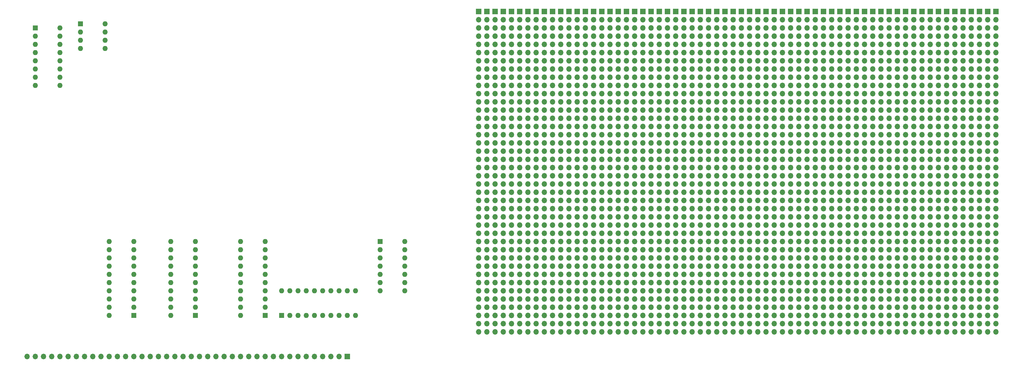
<source format=gbr>
%TF.GenerationSoftware,KiCad,Pcbnew,7.0.5*%
%TF.CreationDate,2024-08-11T23:03:57-04:00*%
%TF.ProjectId,card_for_74_series,63617264-5f66-46f7-925f-37345f736572,rev?*%
%TF.SameCoordinates,Original*%
%TF.FileFunction,Copper,L2,Bot*%
%TF.FilePolarity,Positive*%
%FSLAX46Y46*%
G04 Gerber Fmt 4.6, Leading zero omitted, Abs format (unit mm)*
G04 Created by KiCad (PCBNEW 7.0.5) date 2024-08-11 23:03:57*
%MOMM*%
%LPD*%
G01*
G04 APERTURE LIST*
%TA.AperFunction,ComponentPad*%
%ADD10R,1.700000X1.700000*%
%TD*%
%TA.AperFunction,ComponentPad*%
%ADD11O,1.700000X1.700000*%
%TD*%
%TA.AperFunction,ComponentPad*%
%ADD12R,1.600000X1.600000*%
%TD*%
%TA.AperFunction,ComponentPad*%
%ADD13O,1.600000X1.600000*%
%TD*%
G04 APERTURE END LIST*
D10*
%TO.P,J65,1,Pin_1*%
%TO.N,unconnected-(J65-Pin_1-Pad1)*%
X431800000Y-53340000D03*
D11*
%TO.P,J65,2,Pin_2*%
%TO.N,unconnected-(J65-Pin_2-Pad2)*%
X431800000Y-55880000D03*
%TO.P,J65,3,Pin_3*%
%TO.N,unconnected-(J65-Pin_3-Pad3)*%
X431800000Y-58420000D03*
%TO.P,J65,4,Pin_4*%
%TO.N,unconnected-(J65-Pin_4-Pad4)*%
X431800000Y-60960000D03*
%TO.P,J65,5,Pin_5*%
%TO.N,unconnected-(J65-Pin_5-Pad5)*%
X431800000Y-63500000D03*
%TO.P,J65,6,Pin_6*%
%TO.N,unconnected-(J65-Pin_6-Pad6)*%
X431800000Y-66040000D03*
%TO.P,J65,7,Pin_7*%
%TO.N,unconnected-(J65-Pin_7-Pad7)*%
X431800000Y-68580000D03*
%TO.P,J65,8,Pin_8*%
%TO.N,unconnected-(J65-Pin_8-Pad8)*%
X431800000Y-71120000D03*
%TO.P,J65,9,Pin_9*%
%TO.N,unconnected-(J65-Pin_9-Pad9)*%
X431800000Y-73660000D03*
%TO.P,J65,10,Pin_10*%
%TO.N,unconnected-(J65-Pin_10-Pad10)*%
X431800000Y-76200000D03*
%TO.P,J65,11,Pin_11*%
%TO.N,unconnected-(J65-Pin_11-Pad11)*%
X431800000Y-78740000D03*
%TO.P,J65,12,Pin_12*%
%TO.N,unconnected-(J65-Pin_12-Pad12)*%
X431800000Y-81280000D03*
%TO.P,J65,13,Pin_13*%
%TO.N,unconnected-(J65-Pin_13-Pad13)*%
X431800000Y-83820000D03*
%TO.P,J65,14,Pin_14*%
%TO.N,unconnected-(J65-Pin_14-Pad14)*%
X431800000Y-86360000D03*
%TO.P,J65,15,Pin_15*%
%TO.N,unconnected-(J65-Pin_15-Pad15)*%
X431800000Y-88900000D03*
%TO.P,J65,16,Pin_16*%
%TO.N,unconnected-(J65-Pin_16-Pad16)*%
X431800000Y-91440000D03*
%TO.P,J65,17,Pin_17*%
%TO.N,unconnected-(J65-Pin_17-Pad17)*%
X431800000Y-93980000D03*
%TO.P,J65,18,Pin_18*%
%TO.N,unconnected-(J65-Pin_18-Pad18)*%
X431800000Y-96520000D03*
%TO.P,J65,19,Pin_19*%
%TO.N,unconnected-(J65-Pin_19-Pad19)*%
X431800000Y-99060000D03*
%TO.P,J65,20,Pin_20*%
%TO.N,unconnected-(J65-Pin_20-Pad20)*%
X431800000Y-101600000D03*
%TO.P,J65,21,Pin_21*%
%TO.N,unconnected-(J65-Pin_21-Pad21)*%
X431800000Y-104140000D03*
%TO.P,J65,22,Pin_22*%
%TO.N,unconnected-(J65-Pin_22-Pad22)*%
X431800000Y-106680000D03*
%TO.P,J65,23,Pin_23*%
%TO.N,unconnected-(J65-Pin_23-Pad23)*%
X431800000Y-109220000D03*
%TO.P,J65,24,Pin_24*%
%TO.N,unconnected-(J65-Pin_24-Pad24)*%
X431800000Y-111760000D03*
%TO.P,J65,25,Pin_25*%
%TO.N,unconnected-(J65-Pin_25-Pad25)*%
X431800000Y-114300000D03*
%TO.P,J65,26,Pin_26*%
%TO.N,unconnected-(J65-Pin_26-Pad26)*%
X431800000Y-116840000D03*
%TO.P,J65,27,Pin_27*%
%TO.N,unconnected-(J65-Pin_27-Pad27)*%
X431800000Y-119380000D03*
%TO.P,J65,28,Pin_28*%
%TO.N,unconnected-(J65-Pin_28-Pad28)*%
X431800000Y-121920000D03*
%TO.P,J65,29,Pin_29*%
%TO.N,unconnected-(J65-Pin_29-Pad29)*%
X431800000Y-124460000D03*
%TO.P,J65,30,Pin_30*%
%TO.N,unconnected-(J65-Pin_30-Pad30)*%
X431800000Y-127000000D03*
%TO.P,J65,31,Pin_31*%
%TO.N,unconnected-(J65-Pin_31-Pad31)*%
X431800000Y-129540000D03*
%TO.P,J65,32,Pin_32*%
%TO.N,unconnected-(J65-Pin_32-Pad32)*%
X431800000Y-132080000D03*
%TO.P,J65,33,Pin_33*%
%TO.N,unconnected-(J65-Pin_33-Pad33)*%
X431800000Y-134620000D03*
%TO.P,J65,34,Pin_34*%
%TO.N,unconnected-(J65-Pin_34-Pad34)*%
X431800000Y-137160000D03*
%TO.P,J65,35,Pin_35*%
%TO.N,unconnected-(J65-Pin_35-Pad35)*%
X431800000Y-139700000D03*
%TO.P,J65,36,Pin_36*%
%TO.N,unconnected-(J65-Pin_36-Pad36)*%
X431800000Y-142240000D03*
%TO.P,J65,37,Pin_37*%
%TO.N,unconnected-(J65-Pin_37-Pad37)*%
X431800000Y-144780000D03*
%TO.P,J65,38,Pin_38*%
%TO.N,unconnected-(J65-Pin_38-Pad38)*%
X431800000Y-147320000D03*
%TO.P,J65,39,Pin_39*%
%TO.N,unconnected-(J65-Pin_39-Pad39)*%
X431800000Y-149860000D03*
%TO.P,J65,40,Pin_40*%
%TO.N,unconnected-(J65-Pin_40-Pad40)*%
X431800000Y-152400000D03*
%TD*%
D10*
%TO.P,J64,1,Pin_1*%
%TO.N,unconnected-(J64-Pin_1-Pad1)*%
X429260000Y-53340000D03*
D11*
%TO.P,J64,2,Pin_2*%
%TO.N,unconnected-(J64-Pin_2-Pad2)*%
X429260000Y-55880000D03*
%TO.P,J64,3,Pin_3*%
%TO.N,unconnected-(J64-Pin_3-Pad3)*%
X429260000Y-58420000D03*
%TO.P,J64,4,Pin_4*%
%TO.N,unconnected-(J64-Pin_4-Pad4)*%
X429260000Y-60960000D03*
%TO.P,J64,5,Pin_5*%
%TO.N,unconnected-(J64-Pin_5-Pad5)*%
X429260000Y-63500000D03*
%TO.P,J64,6,Pin_6*%
%TO.N,unconnected-(J64-Pin_6-Pad6)*%
X429260000Y-66040000D03*
%TO.P,J64,7,Pin_7*%
%TO.N,unconnected-(J64-Pin_7-Pad7)*%
X429260000Y-68580000D03*
%TO.P,J64,8,Pin_8*%
%TO.N,unconnected-(J64-Pin_8-Pad8)*%
X429260000Y-71120000D03*
%TO.P,J64,9,Pin_9*%
%TO.N,unconnected-(J64-Pin_9-Pad9)*%
X429260000Y-73660000D03*
%TO.P,J64,10,Pin_10*%
%TO.N,unconnected-(J64-Pin_10-Pad10)*%
X429260000Y-76200000D03*
%TO.P,J64,11,Pin_11*%
%TO.N,unconnected-(J64-Pin_11-Pad11)*%
X429260000Y-78740000D03*
%TO.P,J64,12,Pin_12*%
%TO.N,unconnected-(J64-Pin_12-Pad12)*%
X429260000Y-81280000D03*
%TO.P,J64,13,Pin_13*%
%TO.N,unconnected-(J64-Pin_13-Pad13)*%
X429260000Y-83820000D03*
%TO.P,J64,14,Pin_14*%
%TO.N,unconnected-(J64-Pin_14-Pad14)*%
X429260000Y-86360000D03*
%TO.P,J64,15,Pin_15*%
%TO.N,unconnected-(J64-Pin_15-Pad15)*%
X429260000Y-88900000D03*
%TO.P,J64,16,Pin_16*%
%TO.N,unconnected-(J64-Pin_16-Pad16)*%
X429260000Y-91440000D03*
%TO.P,J64,17,Pin_17*%
%TO.N,unconnected-(J64-Pin_17-Pad17)*%
X429260000Y-93980000D03*
%TO.P,J64,18,Pin_18*%
%TO.N,unconnected-(J64-Pin_18-Pad18)*%
X429260000Y-96520000D03*
%TO.P,J64,19,Pin_19*%
%TO.N,unconnected-(J64-Pin_19-Pad19)*%
X429260000Y-99060000D03*
%TO.P,J64,20,Pin_20*%
%TO.N,unconnected-(J64-Pin_20-Pad20)*%
X429260000Y-101600000D03*
%TO.P,J64,21,Pin_21*%
%TO.N,unconnected-(J64-Pin_21-Pad21)*%
X429260000Y-104140000D03*
%TO.P,J64,22,Pin_22*%
%TO.N,unconnected-(J64-Pin_22-Pad22)*%
X429260000Y-106680000D03*
%TO.P,J64,23,Pin_23*%
%TO.N,unconnected-(J64-Pin_23-Pad23)*%
X429260000Y-109220000D03*
%TO.P,J64,24,Pin_24*%
%TO.N,unconnected-(J64-Pin_24-Pad24)*%
X429260000Y-111760000D03*
%TO.P,J64,25,Pin_25*%
%TO.N,unconnected-(J64-Pin_25-Pad25)*%
X429260000Y-114300000D03*
%TO.P,J64,26,Pin_26*%
%TO.N,unconnected-(J64-Pin_26-Pad26)*%
X429260000Y-116840000D03*
%TO.P,J64,27,Pin_27*%
%TO.N,unconnected-(J64-Pin_27-Pad27)*%
X429260000Y-119380000D03*
%TO.P,J64,28,Pin_28*%
%TO.N,unconnected-(J64-Pin_28-Pad28)*%
X429260000Y-121920000D03*
%TO.P,J64,29,Pin_29*%
%TO.N,unconnected-(J64-Pin_29-Pad29)*%
X429260000Y-124460000D03*
%TO.P,J64,30,Pin_30*%
%TO.N,unconnected-(J64-Pin_30-Pad30)*%
X429260000Y-127000000D03*
%TO.P,J64,31,Pin_31*%
%TO.N,unconnected-(J64-Pin_31-Pad31)*%
X429260000Y-129540000D03*
%TO.P,J64,32,Pin_32*%
%TO.N,unconnected-(J64-Pin_32-Pad32)*%
X429260000Y-132080000D03*
%TO.P,J64,33,Pin_33*%
%TO.N,unconnected-(J64-Pin_33-Pad33)*%
X429260000Y-134620000D03*
%TO.P,J64,34,Pin_34*%
%TO.N,unconnected-(J64-Pin_34-Pad34)*%
X429260000Y-137160000D03*
%TO.P,J64,35,Pin_35*%
%TO.N,unconnected-(J64-Pin_35-Pad35)*%
X429260000Y-139700000D03*
%TO.P,J64,36,Pin_36*%
%TO.N,unconnected-(J64-Pin_36-Pad36)*%
X429260000Y-142240000D03*
%TO.P,J64,37,Pin_37*%
%TO.N,unconnected-(J64-Pin_37-Pad37)*%
X429260000Y-144780000D03*
%TO.P,J64,38,Pin_38*%
%TO.N,unconnected-(J64-Pin_38-Pad38)*%
X429260000Y-147320000D03*
%TO.P,J64,39,Pin_39*%
%TO.N,unconnected-(J64-Pin_39-Pad39)*%
X429260000Y-149860000D03*
%TO.P,J64,40,Pin_40*%
%TO.N,unconnected-(J64-Pin_40-Pad40)*%
X429260000Y-152400000D03*
%TD*%
D10*
%TO.P,J63,1,Pin_1*%
%TO.N,unconnected-(J63-Pin_1-Pad1)*%
X426720000Y-53340000D03*
D11*
%TO.P,J63,2,Pin_2*%
%TO.N,unconnected-(J63-Pin_2-Pad2)*%
X426720000Y-55880000D03*
%TO.P,J63,3,Pin_3*%
%TO.N,unconnected-(J63-Pin_3-Pad3)*%
X426720000Y-58420000D03*
%TO.P,J63,4,Pin_4*%
%TO.N,unconnected-(J63-Pin_4-Pad4)*%
X426720000Y-60960000D03*
%TO.P,J63,5,Pin_5*%
%TO.N,unconnected-(J63-Pin_5-Pad5)*%
X426720000Y-63500000D03*
%TO.P,J63,6,Pin_6*%
%TO.N,unconnected-(J63-Pin_6-Pad6)*%
X426720000Y-66040000D03*
%TO.P,J63,7,Pin_7*%
%TO.N,unconnected-(J63-Pin_7-Pad7)*%
X426720000Y-68580000D03*
%TO.P,J63,8,Pin_8*%
%TO.N,unconnected-(J63-Pin_8-Pad8)*%
X426720000Y-71120000D03*
%TO.P,J63,9,Pin_9*%
%TO.N,unconnected-(J63-Pin_9-Pad9)*%
X426720000Y-73660000D03*
%TO.P,J63,10,Pin_10*%
%TO.N,unconnected-(J63-Pin_10-Pad10)*%
X426720000Y-76200000D03*
%TO.P,J63,11,Pin_11*%
%TO.N,unconnected-(J63-Pin_11-Pad11)*%
X426720000Y-78740000D03*
%TO.P,J63,12,Pin_12*%
%TO.N,unconnected-(J63-Pin_12-Pad12)*%
X426720000Y-81280000D03*
%TO.P,J63,13,Pin_13*%
%TO.N,unconnected-(J63-Pin_13-Pad13)*%
X426720000Y-83820000D03*
%TO.P,J63,14,Pin_14*%
%TO.N,unconnected-(J63-Pin_14-Pad14)*%
X426720000Y-86360000D03*
%TO.P,J63,15,Pin_15*%
%TO.N,unconnected-(J63-Pin_15-Pad15)*%
X426720000Y-88900000D03*
%TO.P,J63,16,Pin_16*%
%TO.N,unconnected-(J63-Pin_16-Pad16)*%
X426720000Y-91440000D03*
%TO.P,J63,17,Pin_17*%
%TO.N,unconnected-(J63-Pin_17-Pad17)*%
X426720000Y-93980000D03*
%TO.P,J63,18,Pin_18*%
%TO.N,unconnected-(J63-Pin_18-Pad18)*%
X426720000Y-96520000D03*
%TO.P,J63,19,Pin_19*%
%TO.N,unconnected-(J63-Pin_19-Pad19)*%
X426720000Y-99060000D03*
%TO.P,J63,20,Pin_20*%
%TO.N,unconnected-(J63-Pin_20-Pad20)*%
X426720000Y-101600000D03*
%TO.P,J63,21,Pin_21*%
%TO.N,unconnected-(J63-Pin_21-Pad21)*%
X426720000Y-104140000D03*
%TO.P,J63,22,Pin_22*%
%TO.N,unconnected-(J63-Pin_22-Pad22)*%
X426720000Y-106680000D03*
%TO.P,J63,23,Pin_23*%
%TO.N,unconnected-(J63-Pin_23-Pad23)*%
X426720000Y-109220000D03*
%TO.P,J63,24,Pin_24*%
%TO.N,unconnected-(J63-Pin_24-Pad24)*%
X426720000Y-111760000D03*
%TO.P,J63,25,Pin_25*%
%TO.N,unconnected-(J63-Pin_25-Pad25)*%
X426720000Y-114300000D03*
%TO.P,J63,26,Pin_26*%
%TO.N,unconnected-(J63-Pin_26-Pad26)*%
X426720000Y-116840000D03*
%TO.P,J63,27,Pin_27*%
%TO.N,unconnected-(J63-Pin_27-Pad27)*%
X426720000Y-119380000D03*
%TO.P,J63,28,Pin_28*%
%TO.N,unconnected-(J63-Pin_28-Pad28)*%
X426720000Y-121920000D03*
%TO.P,J63,29,Pin_29*%
%TO.N,unconnected-(J63-Pin_29-Pad29)*%
X426720000Y-124460000D03*
%TO.P,J63,30,Pin_30*%
%TO.N,unconnected-(J63-Pin_30-Pad30)*%
X426720000Y-127000000D03*
%TO.P,J63,31,Pin_31*%
%TO.N,unconnected-(J63-Pin_31-Pad31)*%
X426720000Y-129540000D03*
%TO.P,J63,32,Pin_32*%
%TO.N,unconnected-(J63-Pin_32-Pad32)*%
X426720000Y-132080000D03*
%TO.P,J63,33,Pin_33*%
%TO.N,unconnected-(J63-Pin_33-Pad33)*%
X426720000Y-134620000D03*
%TO.P,J63,34,Pin_34*%
%TO.N,unconnected-(J63-Pin_34-Pad34)*%
X426720000Y-137160000D03*
%TO.P,J63,35,Pin_35*%
%TO.N,unconnected-(J63-Pin_35-Pad35)*%
X426720000Y-139700000D03*
%TO.P,J63,36,Pin_36*%
%TO.N,unconnected-(J63-Pin_36-Pad36)*%
X426720000Y-142240000D03*
%TO.P,J63,37,Pin_37*%
%TO.N,unconnected-(J63-Pin_37-Pad37)*%
X426720000Y-144780000D03*
%TO.P,J63,38,Pin_38*%
%TO.N,unconnected-(J63-Pin_38-Pad38)*%
X426720000Y-147320000D03*
%TO.P,J63,39,Pin_39*%
%TO.N,unconnected-(J63-Pin_39-Pad39)*%
X426720000Y-149860000D03*
%TO.P,J63,40,Pin_40*%
%TO.N,unconnected-(J63-Pin_40-Pad40)*%
X426720000Y-152400000D03*
%TD*%
D10*
%TO.P,J62,1,Pin_1*%
%TO.N,unconnected-(J62-Pin_1-Pad1)*%
X424180000Y-53340000D03*
D11*
%TO.P,J62,2,Pin_2*%
%TO.N,unconnected-(J62-Pin_2-Pad2)*%
X424180000Y-55880000D03*
%TO.P,J62,3,Pin_3*%
%TO.N,unconnected-(J62-Pin_3-Pad3)*%
X424180000Y-58420000D03*
%TO.P,J62,4,Pin_4*%
%TO.N,unconnected-(J62-Pin_4-Pad4)*%
X424180000Y-60960000D03*
%TO.P,J62,5,Pin_5*%
%TO.N,unconnected-(J62-Pin_5-Pad5)*%
X424180000Y-63500000D03*
%TO.P,J62,6,Pin_6*%
%TO.N,unconnected-(J62-Pin_6-Pad6)*%
X424180000Y-66040000D03*
%TO.P,J62,7,Pin_7*%
%TO.N,unconnected-(J62-Pin_7-Pad7)*%
X424180000Y-68580000D03*
%TO.P,J62,8,Pin_8*%
%TO.N,unconnected-(J62-Pin_8-Pad8)*%
X424180000Y-71120000D03*
%TO.P,J62,9,Pin_9*%
%TO.N,unconnected-(J62-Pin_9-Pad9)*%
X424180000Y-73660000D03*
%TO.P,J62,10,Pin_10*%
%TO.N,unconnected-(J62-Pin_10-Pad10)*%
X424180000Y-76200000D03*
%TO.P,J62,11,Pin_11*%
%TO.N,unconnected-(J62-Pin_11-Pad11)*%
X424180000Y-78740000D03*
%TO.P,J62,12,Pin_12*%
%TO.N,unconnected-(J62-Pin_12-Pad12)*%
X424180000Y-81280000D03*
%TO.P,J62,13,Pin_13*%
%TO.N,unconnected-(J62-Pin_13-Pad13)*%
X424180000Y-83820000D03*
%TO.P,J62,14,Pin_14*%
%TO.N,unconnected-(J62-Pin_14-Pad14)*%
X424180000Y-86360000D03*
%TO.P,J62,15,Pin_15*%
%TO.N,unconnected-(J62-Pin_15-Pad15)*%
X424180000Y-88900000D03*
%TO.P,J62,16,Pin_16*%
%TO.N,unconnected-(J62-Pin_16-Pad16)*%
X424180000Y-91440000D03*
%TO.P,J62,17,Pin_17*%
%TO.N,unconnected-(J62-Pin_17-Pad17)*%
X424180000Y-93980000D03*
%TO.P,J62,18,Pin_18*%
%TO.N,unconnected-(J62-Pin_18-Pad18)*%
X424180000Y-96520000D03*
%TO.P,J62,19,Pin_19*%
%TO.N,unconnected-(J62-Pin_19-Pad19)*%
X424180000Y-99060000D03*
%TO.P,J62,20,Pin_20*%
%TO.N,unconnected-(J62-Pin_20-Pad20)*%
X424180000Y-101600000D03*
%TO.P,J62,21,Pin_21*%
%TO.N,unconnected-(J62-Pin_21-Pad21)*%
X424180000Y-104140000D03*
%TO.P,J62,22,Pin_22*%
%TO.N,unconnected-(J62-Pin_22-Pad22)*%
X424180000Y-106680000D03*
%TO.P,J62,23,Pin_23*%
%TO.N,unconnected-(J62-Pin_23-Pad23)*%
X424180000Y-109220000D03*
%TO.P,J62,24,Pin_24*%
%TO.N,unconnected-(J62-Pin_24-Pad24)*%
X424180000Y-111760000D03*
%TO.P,J62,25,Pin_25*%
%TO.N,unconnected-(J62-Pin_25-Pad25)*%
X424180000Y-114300000D03*
%TO.P,J62,26,Pin_26*%
%TO.N,unconnected-(J62-Pin_26-Pad26)*%
X424180000Y-116840000D03*
%TO.P,J62,27,Pin_27*%
%TO.N,unconnected-(J62-Pin_27-Pad27)*%
X424180000Y-119380000D03*
%TO.P,J62,28,Pin_28*%
%TO.N,unconnected-(J62-Pin_28-Pad28)*%
X424180000Y-121920000D03*
%TO.P,J62,29,Pin_29*%
%TO.N,unconnected-(J62-Pin_29-Pad29)*%
X424180000Y-124460000D03*
%TO.P,J62,30,Pin_30*%
%TO.N,unconnected-(J62-Pin_30-Pad30)*%
X424180000Y-127000000D03*
%TO.P,J62,31,Pin_31*%
%TO.N,unconnected-(J62-Pin_31-Pad31)*%
X424180000Y-129540000D03*
%TO.P,J62,32,Pin_32*%
%TO.N,unconnected-(J62-Pin_32-Pad32)*%
X424180000Y-132080000D03*
%TO.P,J62,33,Pin_33*%
%TO.N,unconnected-(J62-Pin_33-Pad33)*%
X424180000Y-134620000D03*
%TO.P,J62,34,Pin_34*%
%TO.N,unconnected-(J62-Pin_34-Pad34)*%
X424180000Y-137160000D03*
%TO.P,J62,35,Pin_35*%
%TO.N,unconnected-(J62-Pin_35-Pad35)*%
X424180000Y-139700000D03*
%TO.P,J62,36,Pin_36*%
%TO.N,unconnected-(J62-Pin_36-Pad36)*%
X424180000Y-142240000D03*
%TO.P,J62,37,Pin_37*%
%TO.N,unconnected-(J62-Pin_37-Pad37)*%
X424180000Y-144780000D03*
%TO.P,J62,38,Pin_38*%
%TO.N,unconnected-(J62-Pin_38-Pad38)*%
X424180000Y-147320000D03*
%TO.P,J62,39,Pin_39*%
%TO.N,unconnected-(J62-Pin_39-Pad39)*%
X424180000Y-149860000D03*
%TO.P,J62,40,Pin_40*%
%TO.N,unconnected-(J62-Pin_40-Pad40)*%
X424180000Y-152400000D03*
%TD*%
D10*
%TO.P,J61,1,Pin_1*%
%TO.N,unconnected-(J61-Pin_1-Pad1)*%
X421640000Y-53340000D03*
D11*
%TO.P,J61,2,Pin_2*%
%TO.N,unconnected-(J61-Pin_2-Pad2)*%
X421640000Y-55880000D03*
%TO.P,J61,3,Pin_3*%
%TO.N,unconnected-(J61-Pin_3-Pad3)*%
X421640000Y-58420000D03*
%TO.P,J61,4,Pin_4*%
%TO.N,unconnected-(J61-Pin_4-Pad4)*%
X421640000Y-60960000D03*
%TO.P,J61,5,Pin_5*%
%TO.N,unconnected-(J61-Pin_5-Pad5)*%
X421640000Y-63500000D03*
%TO.P,J61,6,Pin_6*%
%TO.N,unconnected-(J61-Pin_6-Pad6)*%
X421640000Y-66040000D03*
%TO.P,J61,7,Pin_7*%
%TO.N,unconnected-(J61-Pin_7-Pad7)*%
X421640000Y-68580000D03*
%TO.P,J61,8,Pin_8*%
%TO.N,unconnected-(J61-Pin_8-Pad8)*%
X421640000Y-71120000D03*
%TO.P,J61,9,Pin_9*%
%TO.N,unconnected-(J61-Pin_9-Pad9)*%
X421640000Y-73660000D03*
%TO.P,J61,10,Pin_10*%
%TO.N,unconnected-(J61-Pin_10-Pad10)*%
X421640000Y-76200000D03*
%TO.P,J61,11,Pin_11*%
%TO.N,unconnected-(J61-Pin_11-Pad11)*%
X421640000Y-78740000D03*
%TO.P,J61,12,Pin_12*%
%TO.N,unconnected-(J61-Pin_12-Pad12)*%
X421640000Y-81280000D03*
%TO.P,J61,13,Pin_13*%
%TO.N,unconnected-(J61-Pin_13-Pad13)*%
X421640000Y-83820000D03*
%TO.P,J61,14,Pin_14*%
%TO.N,unconnected-(J61-Pin_14-Pad14)*%
X421640000Y-86360000D03*
%TO.P,J61,15,Pin_15*%
%TO.N,unconnected-(J61-Pin_15-Pad15)*%
X421640000Y-88900000D03*
%TO.P,J61,16,Pin_16*%
%TO.N,unconnected-(J61-Pin_16-Pad16)*%
X421640000Y-91440000D03*
%TO.P,J61,17,Pin_17*%
%TO.N,unconnected-(J61-Pin_17-Pad17)*%
X421640000Y-93980000D03*
%TO.P,J61,18,Pin_18*%
%TO.N,unconnected-(J61-Pin_18-Pad18)*%
X421640000Y-96520000D03*
%TO.P,J61,19,Pin_19*%
%TO.N,unconnected-(J61-Pin_19-Pad19)*%
X421640000Y-99060000D03*
%TO.P,J61,20,Pin_20*%
%TO.N,unconnected-(J61-Pin_20-Pad20)*%
X421640000Y-101600000D03*
%TO.P,J61,21,Pin_21*%
%TO.N,unconnected-(J61-Pin_21-Pad21)*%
X421640000Y-104140000D03*
%TO.P,J61,22,Pin_22*%
%TO.N,unconnected-(J61-Pin_22-Pad22)*%
X421640000Y-106680000D03*
%TO.P,J61,23,Pin_23*%
%TO.N,unconnected-(J61-Pin_23-Pad23)*%
X421640000Y-109220000D03*
%TO.P,J61,24,Pin_24*%
%TO.N,unconnected-(J61-Pin_24-Pad24)*%
X421640000Y-111760000D03*
%TO.P,J61,25,Pin_25*%
%TO.N,unconnected-(J61-Pin_25-Pad25)*%
X421640000Y-114300000D03*
%TO.P,J61,26,Pin_26*%
%TO.N,unconnected-(J61-Pin_26-Pad26)*%
X421640000Y-116840000D03*
%TO.P,J61,27,Pin_27*%
%TO.N,unconnected-(J61-Pin_27-Pad27)*%
X421640000Y-119380000D03*
%TO.P,J61,28,Pin_28*%
%TO.N,unconnected-(J61-Pin_28-Pad28)*%
X421640000Y-121920000D03*
%TO.P,J61,29,Pin_29*%
%TO.N,unconnected-(J61-Pin_29-Pad29)*%
X421640000Y-124460000D03*
%TO.P,J61,30,Pin_30*%
%TO.N,unconnected-(J61-Pin_30-Pad30)*%
X421640000Y-127000000D03*
%TO.P,J61,31,Pin_31*%
%TO.N,unconnected-(J61-Pin_31-Pad31)*%
X421640000Y-129540000D03*
%TO.P,J61,32,Pin_32*%
%TO.N,unconnected-(J61-Pin_32-Pad32)*%
X421640000Y-132080000D03*
%TO.P,J61,33,Pin_33*%
%TO.N,unconnected-(J61-Pin_33-Pad33)*%
X421640000Y-134620000D03*
%TO.P,J61,34,Pin_34*%
%TO.N,unconnected-(J61-Pin_34-Pad34)*%
X421640000Y-137160000D03*
%TO.P,J61,35,Pin_35*%
%TO.N,unconnected-(J61-Pin_35-Pad35)*%
X421640000Y-139700000D03*
%TO.P,J61,36,Pin_36*%
%TO.N,unconnected-(J61-Pin_36-Pad36)*%
X421640000Y-142240000D03*
%TO.P,J61,37,Pin_37*%
%TO.N,unconnected-(J61-Pin_37-Pad37)*%
X421640000Y-144780000D03*
%TO.P,J61,38,Pin_38*%
%TO.N,unconnected-(J61-Pin_38-Pad38)*%
X421640000Y-147320000D03*
%TO.P,J61,39,Pin_39*%
%TO.N,unconnected-(J61-Pin_39-Pad39)*%
X421640000Y-149860000D03*
%TO.P,J61,40,Pin_40*%
%TO.N,unconnected-(J61-Pin_40-Pad40)*%
X421640000Y-152400000D03*
%TD*%
D10*
%TO.P,J60,1,Pin_1*%
%TO.N,unconnected-(J60-Pin_1-Pad1)*%
X419100000Y-53340000D03*
D11*
%TO.P,J60,2,Pin_2*%
%TO.N,unconnected-(J60-Pin_2-Pad2)*%
X419100000Y-55880000D03*
%TO.P,J60,3,Pin_3*%
%TO.N,unconnected-(J60-Pin_3-Pad3)*%
X419100000Y-58420000D03*
%TO.P,J60,4,Pin_4*%
%TO.N,unconnected-(J60-Pin_4-Pad4)*%
X419100000Y-60960000D03*
%TO.P,J60,5,Pin_5*%
%TO.N,unconnected-(J60-Pin_5-Pad5)*%
X419100000Y-63500000D03*
%TO.P,J60,6,Pin_6*%
%TO.N,unconnected-(J60-Pin_6-Pad6)*%
X419100000Y-66040000D03*
%TO.P,J60,7,Pin_7*%
%TO.N,unconnected-(J60-Pin_7-Pad7)*%
X419100000Y-68580000D03*
%TO.P,J60,8,Pin_8*%
%TO.N,unconnected-(J60-Pin_8-Pad8)*%
X419100000Y-71120000D03*
%TO.P,J60,9,Pin_9*%
%TO.N,unconnected-(J60-Pin_9-Pad9)*%
X419100000Y-73660000D03*
%TO.P,J60,10,Pin_10*%
%TO.N,unconnected-(J60-Pin_10-Pad10)*%
X419100000Y-76200000D03*
%TO.P,J60,11,Pin_11*%
%TO.N,unconnected-(J60-Pin_11-Pad11)*%
X419100000Y-78740000D03*
%TO.P,J60,12,Pin_12*%
%TO.N,unconnected-(J60-Pin_12-Pad12)*%
X419100000Y-81280000D03*
%TO.P,J60,13,Pin_13*%
%TO.N,unconnected-(J60-Pin_13-Pad13)*%
X419100000Y-83820000D03*
%TO.P,J60,14,Pin_14*%
%TO.N,unconnected-(J60-Pin_14-Pad14)*%
X419100000Y-86360000D03*
%TO.P,J60,15,Pin_15*%
%TO.N,unconnected-(J60-Pin_15-Pad15)*%
X419100000Y-88900000D03*
%TO.P,J60,16,Pin_16*%
%TO.N,unconnected-(J60-Pin_16-Pad16)*%
X419100000Y-91440000D03*
%TO.P,J60,17,Pin_17*%
%TO.N,unconnected-(J60-Pin_17-Pad17)*%
X419100000Y-93980000D03*
%TO.P,J60,18,Pin_18*%
%TO.N,unconnected-(J60-Pin_18-Pad18)*%
X419100000Y-96520000D03*
%TO.P,J60,19,Pin_19*%
%TO.N,unconnected-(J60-Pin_19-Pad19)*%
X419100000Y-99060000D03*
%TO.P,J60,20,Pin_20*%
%TO.N,unconnected-(J60-Pin_20-Pad20)*%
X419100000Y-101600000D03*
%TO.P,J60,21,Pin_21*%
%TO.N,unconnected-(J60-Pin_21-Pad21)*%
X419100000Y-104140000D03*
%TO.P,J60,22,Pin_22*%
%TO.N,unconnected-(J60-Pin_22-Pad22)*%
X419100000Y-106680000D03*
%TO.P,J60,23,Pin_23*%
%TO.N,unconnected-(J60-Pin_23-Pad23)*%
X419100000Y-109220000D03*
%TO.P,J60,24,Pin_24*%
%TO.N,unconnected-(J60-Pin_24-Pad24)*%
X419100000Y-111760000D03*
%TO.P,J60,25,Pin_25*%
%TO.N,unconnected-(J60-Pin_25-Pad25)*%
X419100000Y-114300000D03*
%TO.P,J60,26,Pin_26*%
%TO.N,unconnected-(J60-Pin_26-Pad26)*%
X419100000Y-116840000D03*
%TO.P,J60,27,Pin_27*%
%TO.N,unconnected-(J60-Pin_27-Pad27)*%
X419100000Y-119380000D03*
%TO.P,J60,28,Pin_28*%
%TO.N,unconnected-(J60-Pin_28-Pad28)*%
X419100000Y-121920000D03*
%TO.P,J60,29,Pin_29*%
%TO.N,unconnected-(J60-Pin_29-Pad29)*%
X419100000Y-124460000D03*
%TO.P,J60,30,Pin_30*%
%TO.N,unconnected-(J60-Pin_30-Pad30)*%
X419100000Y-127000000D03*
%TO.P,J60,31,Pin_31*%
%TO.N,unconnected-(J60-Pin_31-Pad31)*%
X419100000Y-129540000D03*
%TO.P,J60,32,Pin_32*%
%TO.N,unconnected-(J60-Pin_32-Pad32)*%
X419100000Y-132080000D03*
%TO.P,J60,33,Pin_33*%
%TO.N,unconnected-(J60-Pin_33-Pad33)*%
X419100000Y-134620000D03*
%TO.P,J60,34,Pin_34*%
%TO.N,unconnected-(J60-Pin_34-Pad34)*%
X419100000Y-137160000D03*
%TO.P,J60,35,Pin_35*%
%TO.N,unconnected-(J60-Pin_35-Pad35)*%
X419100000Y-139700000D03*
%TO.P,J60,36,Pin_36*%
%TO.N,unconnected-(J60-Pin_36-Pad36)*%
X419100000Y-142240000D03*
%TO.P,J60,37,Pin_37*%
%TO.N,unconnected-(J60-Pin_37-Pad37)*%
X419100000Y-144780000D03*
%TO.P,J60,38,Pin_38*%
%TO.N,unconnected-(J60-Pin_38-Pad38)*%
X419100000Y-147320000D03*
%TO.P,J60,39,Pin_39*%
%TO.N,unconnected-(J60-Pin_39-Pad39)*%
X419100000Y-149860000D03*
%TO.P,J60,40,Pin_40*%
%TO.N,unconnected-(J60-Pin_40-Pad40)*%
X419100000Y-152400000D03*
%TD*%
D10*
%TO.P,J59,1,Pin_1*%
%TO.N,unconnected-(J59-Pin_1-Pad1)*%
X416560000Y-53340000D03*
D11*
%TO.P,J59,2,Pin_2*%
%TO.N,unconnected-(J59-Pin_2-Pad2)*%
X416560000Y-55880000D03*
%TO.P,J59,3,Pin_3*%
%TO.N,unconnected-(J59-Pin_3-Pad3)*%
X416560000Y-58420000D03*
%TO.P,J59,4,Pin_4*%
%TO.N,unconnected-(J59-Pin_4-Pad4)*%
X416560000Y-60960000D03*
%TO.P,J59,5,Pin_5*%
%TO.N,unconnected-(J59-Pin_5-Pad5)*%
X416560000Y-63500000D03*
%TO.P,J59,6,Pin_6*%
%TO.N,unconnected-(J59-Pin_6-Pad6)*%
X416560000Y-66040000D03*
%TO.P,J59,7,Pin_7*%
%TO.N,unconnected-(J59-Pin_7-Pad7)*%
X416560000Y-68580000D03*
%TO.P,J59,8,Pin_8*%
%TO.N,unconnected-(J59-Pin_8-Pad8)*%
X416560000Y-71120000D03*
%TO.P,J59,9,Pin_9*%
%TO.N,unconnected-(J59-Pin_9-Pad9)*%
X416560000Y-73660000D03*
%TO.P,J59,10,Pin_10*%
%TO.N,unconnected-(J59-Pin_10-Pad10)*%
X416560000Y-76200000D03*
%TO.P,J59,11,Pin_11*%
%TO.N,unconnected-(J59-Pin_11-Pad11)*%
X416560000Y-78740000D03*
%TO.P,J59,12,Pin_12*%
%TO.N,unconnected-(J59-Pin_12-Pad12)*%
X416560000Y-81280000D03*
%TO.P,J59,13,Pin_13*%
%TO.N,unconnected-(J59-Pin_13-Pad13)*%
X416560000Y-83820000D03*
%TO.P,J59,14,Pin_14*%
%TO.N,unconnected-(J59-Pin_14-Pad14)*%
X416560000Y-86360000D03*
%TO.P,J59,15,Pin_15*%
%TO.N,unconnected-(J59-Pin_15-Pad15)*%
X416560000Y-88900000D03*
%TO.P,J59,16,Pin_16*%
%TO.N,unconnected-(J59-Pin_16-Pad16)*%
X416560000Y-91440000D03*
%TO.P,J59,17,Pin_17*%
%TO.N,unconnected-(J59-Pin_17-Pad17)*%
X416560000Y-93980000D03*
%TO.P,J59,18,Pin_18*%
%TO.N,unconnected-(J59-Pin_18-Pad18)*%
X416560000Y-96520000D03*
%TO.P,J59,19,Pin_19*%
%TO.N,unconnected-(J59-Pin_19-Pad19)*%
X416560000Y-99060000D03*
%TO.P,J59,20,Pin_20*%
%TO.N,unconnected-(J59-Pin_20-Pad20)*%
X416560000Y-101600000D03*
%TO.P,J59,21,Pin_21*%
%TO.N,unconnected-(J59-Pin_21-Pad21)*%
X416560000Y-104140000D03*
%TO.P,J59,22,Pin_22*%
%TO.N,unconnected-(J59-Pin_22-Pad22)*%
X416560000Y-106680000D03*
%TO.P,J59,23,Pin_23*%
%TO.N,unconnected-(J59-Pin_23-Pad23)*%
X416560000Y-109220000D03*
%TO.P,J59,24,Pin_24*%
%TO.N,unconnected-(J59-Pin_24-Pad24)*%
X416560000Y-111760000D03*
%TO.P,J59,25,Pin_25*%
%TO.N,unconnected-(J59-Pin_25-Pad25)*%
X416560000Y-114300000D03*
%TO.P,J59,26,Pin_26*%
%TO.N,unconnected-(J59-Pin_26-Pad26)*%
X416560000Y-116840000D03*
%TO.P,J59,27,Pin_27*%
%TO.N,unconnected-(J59-Pin_27-Pad27)*%
X416560000Y-119380000D03*
%TO.P,J59,28,Pin_28*%
%TO.N,unconnected-(J59-Pin_28-Pad28)*%
X416560000Y-121920000D03*
%TO.P,J59,29,Pin_29*%
%TO.N,unconnected-(J59-Pin_29-Pad29)*%
X416560000Y-124460000D03*
%TO.P,J59,30,Pin_30*%
%TO.N,unconnected-(J59-Pin_30-Pad30)*%
X416560000Y-127000000D03*
%TO.P,J59,31,Pin_31*%
%TO.N,unconnected-(J59-Pin_31-Pad31)*%
X416560000Y-129540000D03*
%TO.P,J59,32,Pin_32*%
%TO.N,unconnected-(J59-Pin_32-Pad32)*%
X416560000Y-132080000D03*
%TO.P,J59,33,Pin_33*%
%TO.N,unconnected-(J59-Pin_33-Pad33)*%
X416560000Y-134620000D03*
%TO.P,J59,34,Pin_34*%
%TO.N,unconnected-(J59-Pin_34-Pad34)*%
X416560000Y-137160000D03*
%TO.P,J59,35,Pin_35*%
%TO.N,unconnected-(J59-Pin_35-Pad35)*%
X416560000Y-139700000D03*
%TO.P,J59,36,Pin_36*%
%TO.N,unconnected-(J59-Pin_36-Pad36)*%
X416560000Y-142240000D03*
%TO.P,J59,37,Pin_37*%
%TO.N,unconnected-(J59-Pin_37-Pad37)*%
X416560000Y-144780000D03*
%TO.P,J59,38,Pin_38*%
%TO.N,unconnected-(J59-Pin_38-Pad38)*%
X416560000Y-147320000D03*
%TO.P,J59,39,Pin_39*%
%TO.N,unconnected-(J59-Pin_39-Pad39)*%
X416560000Y-149860000D03*
%TO.P,J59,40,Pin_40*%
%TO.N,unconnected-(J59-Pin_40-Pad40)*%
X416560000Y-152400000D03*
%TD*%
D10*
%TO.P,J58,1,Pin_1*%
%TO.N,unconnected-(J58-Pin_1-Pad1)*%
X414020000Y-53340000D03*
D11*
%TO.P,J58,2,Pin_2*%
%TO.N,unconnected-(J58-Pin_2-Pad2)*%
X414020000Y-55880000D03*
%TO.P,J58,3,Pin_3*%
%TO.N,unconnected-(J58-Pin_3-Pad3)*%
X414020000Y-58420000D03*
%TO.P,J58,4,Pin_4*%
%TO.N,unconnected-(J58-Pin_4-Pad4)*%
X414020000Y-60960000D03*
%TO.P,J58,5,Pin_5*%
%TO.N,unconnected-(J58-Pin_5-Pad5)*%
X414020000Y-63500000D03*
%TO.P,J58,6,Pin_6*%
%TO.N,unconnected-(J58-Pin_6-Pad6)*%
X414020000Y-66040000D03*
%TO.P,J58,7,Pin_7*%
%TO.N,unconnected-(J58-Pin_7-Pad7)*%
X414020000Y-68580000D03*
%TO.P,J58,8,Pin_8*%
%TO.N,unconnected-(J58-Pin_8-Pad8)*%
X414020000Y-71120000D03*
%TO.P,J58,9,Pin_9*%
%TO.N,unconnected-(J58-Pin_9-Pad9)*%
X414020000Y-73660000D03*
%TO.P,J58,10,Pin_10*%
%TO.N,unconnected-(J58-Pin_10-Pad10)*%
X414020000Y-76200000D03*
%TO.P,J58,11,Pin_11*%
%TO.N,unconnected-(J58-Pin_11-Pad11)*%
X414020000Y-78740000D03*
%TO.P,J58,12,Pin_12*%
%TO.N,unconnected-(J58-Pin_12-Pad12)*%
X414020000Y-81280000D03*
%TO.P,J58,13,Pin_13*%
%TO.N,unconnected-(J58-Pin_13-Pad13)*%
X414020000Y-83820000D03*
%TO.P,J58,14,Pin_14*%
%TO.N,unconnected-(J58-Pin_14-Pad14)*%
X414020000Y-86360000D03*
%TO.P,J58,15,Pin_15*%
%TO.N,unconnected-(J58-Pin_15-Pad15)*%
X414020000Y-88900000D03*
%TO.P,J58,16,Pin_16*%
%TO.N,unconnected-(J58-Pin_16-Pad16)*%
X414020000Y-91440000D03*
%TO.P,J58,17,Pin_17*%
%TO.N,unconnected-(J58-Pin_17-Pad17)*%
X414020000Y-93980000D03*
%TO.P,J58,18,Pin_18*%
%TO.N,unconnected-(J58-Pin_18-Pad18)*%
X414020000Y-96520000D03*
%TO.P,J58,19,Pin_19*%
%TO.N,unconnected-(J58-Pin_19-Pad19)*%
X414020000Y-99060000D03*
%TO.P,J58,20,Pin_20*%
%TO.N,unconnected-(J58-Pin_20-Pad20)*%
X414020000Y-101600000D03*
%TO.P,J58,21,Pin_21*%
%TO.N,unconnected-(J58-Pin_21-Pad21)*%
X414020000Y-104140000D03*
%TO.P,J58,22,Pin_22*%
%TO.N,unconnected-(J58-Pin_22-Pad22)*%
X414020000Y-106680000D03*
%TO.P,J58,23,Pin_23*%
%TO.N,unconnected-(J58-Pin_23-Pad23)*%
X414020000Y-109220000D03*
%TO.P,J58,24,Pin_24*%
%TO.N,unconnected-(J58-Pin_24-Pad24)*%
X414020000Y-111760000D03*
%TO.P,J58,25,Pin_25*%
%TO.N,unconnected-(J58-Pin_25-Pad25)*%
X414020000Y-114300000D03*
%TO.P,J58,26,Pin_26*%
%TO.N,unconnected-(J58-Pin_26-Pad26)*%
X414020000Y-116840000D03*
%TO.P,J58,27,Pin_27*%
%TO.N,unconnected-(J58-Pin_27-Pad27)*%
X414020000Y-119380000D03*
%TO.P,J58,28,Pin_28*%
%TO.N,unconnected-(J58-Pin_28-Pad28)*%
X414020000Y-121920000D03*
%TO.P,J58,29,Pin_29*%
%TO.N,unconnected-(J58-Pin_29-Pad29)*%
X414020000Y-124460000D03*
%TO.P,J58,30,Pin_30*%
%TO.N,unconnected-(J58-Pin_30-Pad30)*%
X414020000Y-127000000D03*
%TO.P,J58,31,Pin_31*%
%TO.N,unconnected-(J58-Pin_31-Pad31)*%
X414020000Y-129540000D03*
%TO.P,J58,32,Pin_32*%
%TO.N,unconnected-(J58-Pin_32-Pad32)*%
X414020000Y-132080000D03*
%TO.P,J58,33,Pin_33*%
%TO.N,unconnected-(J58-Pin_33-Pad33)*%
X414020000Y-134620000D03*
%TO.P,J58,34,Pin_34*%
%TO.N,unconnected-(J58-Pin_34-Pad34)*%
X414020000Y-137160000D03*
%TO.P,J58,35,Pin_35*%
%TO.N,unconnected-(J58-Pin_35-Pad35)*%
X414020000Y-139700000D03*
%TO.P,J58,36,Pin_36*%
%TO.N,unconnected-(J58-Pin_36-Pad36)*%
X414020000Y-142240000D03*
%TO.P,J58,37,Pin_37*%
%TO.N,unconnected-(J58-Pin_37-Pad37)*%
X414020000Y-144780000D03*
%TO.P,J58,38,Pin_38*%
%TO.N,unconnected-(J58-Pin_38-Pad38)*%
X414020000Y-147320000D03*
%TO.P,J58,39,Pin_39*%
%TO.N,unconnected-(J58-Pin_39-Pad39)*%
X414020000Y-149860000D03*
%TO.P,J58,40,Pin_40*%
%TO.N,unconnected-(J58-Pin_40-Pad40)*%
X414020000Y-152400000D03*
%TD*%
D10*
%TO.P,J57,1,Pin_1*%
%TO.N,unconnected-(J57-Pin_1-Pad1)*%
X411480000Y-53340000D03*
D11*
%TO.P,J57,2,Pin_2*%
%TO.N,unconnected-(J57-Pin_2-Pad2)*%
X411480000Y-55880000D03*
%TO.P,J57,3,Pin_3*%
%TO.N,unconnected-(J57-Pin_3-Pad3)*%
X411480000Y-58420000D03*
%TO.P,J57,4,Pin_4*%
%TO.N,unconnected-(J57-Pin_4-Pad4)*%
X411480000Y-60960000D03*
%TO.P,J57,5,Pin_5*%
%TO.N,unconnected-(J57-Pin_5-Pad5)*%
X411480000Y-63500000D03*
%TO.P,J57,6,Pin_6*%
%TO.N,unconnected-(J57-Pin_6-Pad6)*%
X411480000Y-66040000D03*
%TO.P,J57,7,Pin_7*%
%TO.N,unconnected-(J57-Pin_7-Pad7)*%
X411480000Y-68580000D03*
%TO.P,J57,8,Pin_8*%
%TO.N,unconnected-(J57-Pin_8-Pad8)*%
X411480000Y-71120000D03*
%TO.P,J57,9,Pin_9*%
%TO.N,unconnected-(J57-Pin_9-Pad9)*%
X411480000Y-73660000D03*
%TO.P,J57,10,Pin_10*%
%TO.N,unconnected-(J57-Pin_10-Pad10)*%
X411480000Y-76200000D03*
%TO.P,J57,11,Pin_11*%
%TO.N,unconnected-(J57-Pin_11-Pad11)*%
X411480000Y-78740000D03*
%TO.P,J57,12,Pin_12*%
%TO.N,unconnected-(J57-Pin_12-Pad12)*%
X411480000Y-81280000D03*
%TO.P,J57,13,Pin_13*%
%TO.N,unconnected-(J57-Pin_13-Pad13)*%
X411480000Y-83820000D03*
%TO.P,J57,14,Pin_14*%
%TO.N,unconnected-(J57-Pin_14-Pad14)*%
X411480000Y-86360000D03*
%TO.P,J57,15,Pin_15*%
%TO.N,unconnected-(J57-Pin_15-Pad15)*%
X411480000Y-88900000D03*
%TO.P,J57,16,Pin_16*%
%TO.N,unconnected-(J57-Pin_16-Pad16)*%
X411480000Y-91440000D03*
%TO.P,J57,17,Pin_17*%
%TO.N,unconnected-(J57-Pin_17-Pad17)*%
X411480000Y-93980000D03*
%TO.P,J57,18,Pin_18*%
%TO.N,unconnected-(J57-Pin_18-Pad18)*%
X411480000Y-96520000D03*
%TO.P,J57,19,Pin_19*%
%TO.N,unconnected-(J57-Pin_19-Pad19)*%
X411480000Y-99060000D03*
%TO.P,J57,20,Pin_20*%
%TO.N,unconnected-(J57-Pin_20-Pad20)*%
X411480000Y-101600000D03*
%TO.P,J57,21,Pin_21*%
%TO.N,unconnected-(J57-Pin_21-Pad21)*%
X411480000Y-104140000D03*
%TO.P,J57,22,Pin_22*%
%TO.N,unconnected-(J57-Pin_22-Pad22)*%
X411480000Y-106680000D03*
%TO.P,J57,23,Pin_23*%
%TO.N,unconnected-(J57-Pin_23-Pad23)*%
X411480000Y-109220000D03*
%TO.P,J57,24,Pin_24*%
%TO.N,unconnected-(J57-Pin_24-Pad24)*%
X411480000Y-111760000D03*
%TO.P,J57,25,Pin_25*%
%TO.N,unconnected-(J57-Pin_25-Pad25)*%
X411480000Y-114300000D03*
%TO.P,J57,26,Pin_26*%
%TO.N,unconnected-(J57-Pin_26-Pad26)*%
X411480000Y-116840000D03*
%TO.P,J57,27,Pin_27*%
%TO.N,unconnected-(J57-Pin_27-Pad27)*%
X411480000Y-119380000D03*
%TO.P,J57,28,Pin_28*%
%TO.N,unconnected-(J57-Pin_28-Pad28)*%
X411480000Y-121920000D03*
%TO.P,J57,29,Pin_29*%
%TO.N,unconnected-(J57-Pin_29-Pad29)*%
X411480000Y-124460000D03*
%TO.P,J57,30,Pin_30*%
%TO.N,unconnected-(J57-Pin_30-Pad30)*%
X411480000Y-127000000D03*
%TO.P,J57,31,Pin_31*%
%TO.N,unconnected-(J57-Pin_31-Pad31)*%
X411480000Y-129540000D03*
%TO.P,J57,32,Pin_32*%
%TO.N,unconnected-(J57-Pin_32-Pad32)*%
X411480000Y-132080000D03*
%TO.P,J57,33,Pin_33*%
%TO.N,unconnected-(J57-Pin_33-Pad33)*%
X411480000Y-134620000D03*
%TO.P,J57,34,Pin_34*%
%TO.N,unconnected-(J57-Pin_34-Pad34)*%
X411480000Y-137160000D03*
%TO.P,J57,35,Pin_35*%
%TO.N,unconnected-(J57-Pin_35-Pad35)*%
X411480000Y-139700000D03*
%TO.P,J57,36,Pin_36*%
%TO.N,unconnected-(J57-Pin_36-Pad36)*%
X411480000Y-142240000D03*
%TO.P,J57,37,Pin_37*%
%TO.N,unconnected-(J57-Pin_37-Pad37)*%
X411480000Y-144780000D03*
%TO.P,J57,38,Pin_38*%
%TO.N,unconnected-(J57-Pin_38-Pad38)*%
X411480000Y-147320000D03*
%TO.P,J57,39,Pin_39*%
%TO.N,unconnected-(J57-Pin_39-Pad39)*%
X411480000Y-149860000D03*
%TO.P,J57,40,Pin_40*%
%TO.N,unconnected-(J57-Pin_40-Pad40)*%
X411480000Y-152400000D03*
%TD*%
D10*
%TO.P,J56,1,Pin_1*%
%TO.N,unconnected-(J56-Pin_1-Pad1)*%
X408940000Y-53340000D03*
D11*
%TO.P,J56,2,Pin_2*%
%TO.N,unconnected-(J56-Pin_2-Pad2)*%
X408940000Y-55880000D03*
%TO.P,J56,3,Pin_3*%
%TO.N,unconnected-(J56-Pin_3-Pad3)*%
X408940000Y-58420000D03*
%TO.P,J56,4,Pin_4*%
%TO.N,unconnected-(J56-Pin_4-Pad4)*%
X408940000Y-60960000D03*
%TO.P,J56,5,Pin_5*%
%TO.N,unconnected-(J56-Pin_5-Pad5)*%
X408940000Y-63500000D03*
%TO.P,J56,6,Pin_6*%
%TO.N,unconnected-(J56-Pin_6-Pad6)*%
X408940000Y-66040000D03*
%TO.P,J56,7,Pin_7*%
%TO.N,unconnected-(J56-Pin_7-Pad7)*%
X408940000Y-68580000D03*
%TO.P,J56,8,Pin_8*%
%TO.N,unconnected-(J56-Pin_8-Pad8)*%
X408940000Y-71120000D03*
%TO.P,J56,9,Pin_9*%
%TO.N,unconnected-(J56-Pin_9-Pad9)*%
X408940000Y-73660000D03*
%TO.P,J56,10,Pin_10*%
%TO.N,unconnected-(J56-Pin_10-Pad10)*%
X408940000Y-76200000D03*
%TO.P,J56,11,Pin_11*%
%TO.N,unconnected-(J56-Pin_11-Pad11)*%
X408940000Y-78740000D03*
%TO.P,J56,12,Pin_12*%
%TO.N,unconnected-(J56-Pin_12-Pad12)*%
X408940000Y-81280000D03*
%TO.P,J56,13,Pin_13*%
%TO.N,unconnected-(J56-Pin_13-Pad13)*%
X408940000Y-83820000D03*
%TO.P,J56,14,Pin_14*%
%TO.N,unconnected-(J56-Pin_14-Pad14)*%
X408940000Y-86360000D03*
%TO.P,J56,15,Pin_15*%
%TO.N,unconnected-(J56-Pin_15-Pad15)*%
X408940000Y-88900000D03*
%TO.P,J56,16,Pin_16*%
%TO.N,unconnected-(J56-Pin_16-Pad16)*%
X408940000Y-91440000D03*
%TO.P,J56,17,Pin_17*%
%TO.N,unconnected-(J56-Pin_17-Pad17)*%
X408940000Y-93980000D03*
%TO.P,J56,18,Pin_18*%
%TO.N,unconnected-(J56-Pin_18-Pad18)*%
X408940000Y-96520000D03*
%TO.P,J56,19,Pin_19*%
%TO.N,unconnected-(J56-Pin_19-Pad19)*%
X408940000Y-99060000D03*
%TO.P,J56,20,Pin_20*%
%TO.N,unconnected-(J56-Pin_20-Pad20)*%
X408940000Y-101600000D03*
%TO.P,J56,21,Pin_21*%
%TO.N,unconnected-(J56-Pin_21-Pad21)*%
X408940000Y-104140000D03*
%TO.P,J56,22,Pin_22*%
%TO.N,unconnected-(J56-Pin_22-Pad22)*%
X408940000Y-106680000D03*
%TO.P,J56,23,Pin_23*%
%TO.N,unconnected-(J56-Pin_23-Pad23)*%
X408940000Y-109220000D03*
%TO.P,J56,24,Pin_24*%
%TO.N,unconnected-(J56-Pin_24-Pad24)*%
X408940000Y-111760000D03*
%TO.P,J56,25,Pin_25*%
%TO.N,unconnected-(J56-Pin_25-Pad25)*%
X408940000Y-114300000D03*
%TO.P,J56,26,Pin_26*%
%TO.N,unconnected-(J56-Pin_26-Pad26)*%
X408940000Y-116840000D03*
%TO.P,J56,27,Pin_27*%
%TO.N,unconnected-(J56-Pin_27-Pad27)*%
X408940000Y-119380000D03*
%TO.P,J56,28,Pin_28*%
%TO.N,unconnected-(J56-Pin_28-Pad28)*%
X408940000Y-121920000D03*
%TO.P,J56,29,Pin_29*%
%TO.N,unconnected-(J56-Pin_29-Pad29)*%
X408940000Y-124460000D03*
%TO.P,J56,30,Pin_30*%
%TO.N,unconnected-(J56-Pin_30-Pad30)*%
X408940000Y-127000000D03*
%TO.P,J56,31,Pin_31*%
%TO.N,unconnected-(J56-Pin_31-Pad31)*%
X408940000Y-129540000D03*
%TO.P,J56,32,Pin_32*%
%TO.N,unconnected-(J56-Pin_32-Pad32)*%
X408940000Y-132080000D03*
%TO.P,J56,33,Pin_33*%
%TO.N,unconnected-(J56-Pin_33-Pad33)*%
X408940000Y-134620000D03*
%TO.P,J56,34,Pin_34*%
%TO.N,unconnected-(J56-Pin_34-Pad34)*%
X408940000Y-137160000D03*
%TO.P,J56,35,Pin_35*%
%TO.N,unconnected-(J56-Pin_35-Pad35)*%
X408940000Y-139700000D03*
%TO.P,J56,36,Pin_36*%
%TO.N,unconnected-(J56-Pin_36-Pad36)*%
X408940000Y-142240000D03*
%TO.P,J56,37,Pin_37*%
%TO.N,unconnected-(J56-Pin_37-Pad37)*%
X408940000Y-144780000D03*
%TO.P,J56,38,Pin_38*%
%TO.N,unconnected-(J56-Pin_38-Pad38)*%
X408940000Y-147320000D03*
%TO.P,J56,39,Pin_39*%
%TO.N,unconnected-(J56-Pin_39-Pad39)*%
X408940000Y-149860000D03*
%TO.P,J56,40,Pin_40*%
%TO.N,unconnected-(J56-Pin_40-Pad40)*%
X408940000Y-152400000D03*
%TD*%
D10*
%TO.P,J55,1,Pin_1*%
%TO.N,unconnected-(J55-Pin_1-Pad1)*%
X406400000Y-53340000D03*
D11*
%TO.P,J55,2,Pin_2*%
%TO.N,unconnected-(J55-Pin_2-Pad2)*%
X406400000Y-55880000D03*
%TO.P,J55,3,Pin_3*%
%TO.N,unconnected-(J55-Pin_3-Pad3)*%
X406400000Y-58420000D03*
%TO.P,J55,4,Pin_4*%
%TO.N,unconnected-(J55-Pin_4-Pad4)*%
X406400000Y-60960000D03*
%TO.P,J55,5,Pin_5*%
%TO.N,unconnected-(J55-Pin_5-Pad5)*%
X406400000Y-63500000D03*
%TO.P,J55,6,Pin_6*%
%TO.N,unconnected-(J55-Pin_6-Pad6)*%
X406400000Y-66040000D03*
%TO.P,J55,7,Pin_7*%
%TO.N,unconnected-(J55-Pin_7-Pad7)*%
X406400000Y-68580000D03*
%TO.P,J55,8,Pin_8*%
%TO.N,unconnected-(J55-Pin_8-Pad8)*%
X406400000Y-71120000D03*
%TO.P,J55,9,Pin_9*%
%TO.N,unconnected-(J55-Pin_9-Pad9)*%
X406400000Y-73660000D03*
%TO.P,J55,10,Pin_10*%
%TO.N,unconnected-(J55-Pin_10-Pad10)*%
X406400000Y-76200000D03*
%TO.P,J55,11,Pin_11*%
%TO.N,unconnected-(J55-Pin_11-Pad11)*%
X406400000Y-78740000D03*
%TO.P,J55,12,Pin_12*%
%TO.N,unconnected-(J55-Pin_12-Pad12)*%
X406400000Y-81280000D03*
%TO.P,J55,13,Pin_13*%
%TO.N,unconnected-(J55-Pin_13-Pad13)*%
X406400000Y-83820000D03*
%TO.P,J55,14,Pin_14*%
%TO.N,unconnected-(J55-Pin_14-Pad14)*%
X406400000Y-86360000D03*
%TO.P,J55,15,Pin_15*%
%TO.N,unconnected-(J55-Pin_15-Pad15)*%
X406400000Y-88900000D03*
%TO.P,J55,16,Pin_16*%
%TO.N,unconnected-(J55-Pin_16-Pad16)*%
X406400000Y-91440000D03*
%TO.P,J55,17,Pin_17*%
%TO.N,unconnected-(J55-Pin_17-Pad17)*%
X406400000Y-93980000D03*
%TO.P,J55,18,Pin_18*%
%TO.N,unconnected-(J55-Pin_18-Pad18)*%
X406400000Y-96520000D03*
%TO.P,J55,19,Pin_19*%
%TO.N,unconnected-(J55-Pin_19-Pad19)*%
X406400000Y-99060000D03*
%TO.P,J55,20,Pin_20*%
%TO.N,unconnected-(J55-Pin_20-Pad20)*%
X406400000Y-101600000D03*
%TO.P,J55,21,Pin_21*%
%TO.N,unconnected-(J55-Pin_21-Pad21)*%
X406400000Y-104140000D03*
%TO.P,J55,22,Pin_22*%
%TO.N,unconnected-(J55-Pin_22-Pad22)*%
X406400000Y-106680000D03*
%TO.P,J55,23,Pin_23*%
%TO.N,unconnected-(J55-Pin_23-Pad23)*%
X406400000Y-109220000D03*
%TO.P,J55,24,Pin_24*%
%TO.N,unconnected-(J55-Pin_24-Pad24)*%
X406400000Y-111760000D03*
%TO.P,J55,25,Pin_25*%
%TO.N,unconnected-(J55-Pin_25-Pad25)*%
X406400000Y-114300000D03*
%TO.P,J55,26,Pin_26*%
%TO.N,unconnected-(J55-Pin_26-Pad26)*%
X406400000Y-116840000D03*
%TO.P,J55,27,Pin_27*%
%TO.N,unconnected-(J55-Pin_27-Pad27)*%
X406400000Y-119380000D03*
%TO.P,J55,28,Pin_28*%
%TO.N,unconnected-(J55-Pin_28-Pad28)*%
X406400000Y-121920000D03*
%TO.P,J55,29,Pin_29*%
%TO.N,unconnected-(J55-Pin_29-Pad29)*%
X406400000Y-124460000D03*
%TO.P,J55,30,Pin_30*%
%TO.N,unconnected-(J55-Pin_30-Pad30)*%
X406400000Y-127000000D03*
%TO.P,J55,31,Pin_31*%
%TO.N,unconnected-(J55-Pin_31-Pad31)*%
X406400000Y-129540000D03*
%TO.P,J55,32,Pin_32*%
%TO.N,unconnected-(J55-Pin_32-Pad32)*%
X406400000Y-132080000D03*
%TO.P,J55,33,Pin_33*%
%TO.N,unconnected-(J55-Pin_33-Pad33)*%
X406400000Y-134620000D03*
%TO.P,J55,34,Pin_34*%
%TO.N,unconnected-(J55-Pin_34-Pad34)*%
X406400000Y-137160000D03*
%TO.P,J55,35,Pin_35*%
%TO.N,unconnected-(J55-Pin_35-Pad35)*%
X406400000Y-139700000D03*
%TO.P,J55,36,Pin_36*%
%TO.N,unconnected-(J55-Pin_36-Pad36)*%
X406400000Y-142240000D03*
%TO.P,J55,37,Pin_37*%
%TO.N,unconnected-(J55-Pin_37-Pad37)*%
X406400000Y-144780000D03*
%TO.P,J55,38,Pin_38*%
%TO.N,unconnected-(J55-Pin_38-Pad38)*%
X406400000Y-147320000D03*
%TO.P,J55,39,Pin_39*%
%TO.N,unconnected-(J55-Pin_39-Pad39)*%
X406400000Y-149860000D03*
%TO.P,J55,40,Pin_40*%
%TO.N,unconnected-(J55-Pin_40-Pad40)*%
X406400000Y-152400000D03*
%TD*%
D10*
%TO.P,J54,1,Pin_1*%
%TO.N,unconnected-(J54-Pin_1-Pad1)*%
X403860000Y-53340000D03*
D11*
%TO.P,J54,2,Pin_2*%
%TO.N,unconnected-(J54-Pin_2-Pad2)*%
X403860000Y-55880000D03*
%TO.P,J54,3,Pin_3*%
%TO.N,unconnected-(J54-Pin_3-Pad3)*%
X403860000Y-58420000D03*
%TO.P,J54,4,Pin_4*%
%TO.N,unconnected-(J54-Pin_4-Pad4)*%
X403860000Y-60960000D03*
%TO.P,J54,5,Pin_5*%
%TO.N,unconnected-(J54-Pin_5-Pad5)*%
X403860000Y-63500000D03*
%TO.P,J54,6,Pin_6*%
%TO.N,unconnected-(J54-Pin_6-Pad6)*%
X403860000Y-66040000D03*
%TO.P,J54,7,Pin_7*%
%TO.N,unconnected-(J54-Pin_7-Pad7)*%
X403860000Y-68580000D03*
%TO.P,J54,8,Pin_8*%
%TO.N,unconnected-(J54-Pin_8-Pad8)*%
X403860000Y-71120000D03*
%TO.P,J54,9,Pin_9*%
%TO.N,unconnected-(J54-Pin_9-Pad9)*%
X403860000Y-73660000D03*
%TO.P,J54,10,Pin_10*%
%TO.N,unconnected-(J54-Pin_10-Pad10)*%
X403860000Y-76200000D03*
%TO.P,J54,11,Pin_11*%
%TO.N,unconnected-(J54-Pin_11-Pad11)*%
X403860000Y-78740000D03*
%TO.P,J54,12,Pin_12*%
%TO.N,unconnected-(J54-Pin_12-Pad12)*%
X403860000Y-81280000D03*
%TO.P,J54,13,Pin_13*%
%TO.N,unconnected-(J54-Pin_13-Pad13)*%
X403860000Y-83820000D03*
%TO.P,J54,14,Pin_14*%
%TO.N,unconnected-(J54-Pin_14-Pad14)*%
X403860000Y-86360000D03*
%TO.P,J54,15,Pin_15*%
%TO.N,unconnected-(J54-Pin_15-Pad15)*%
X403860000Y-88900000D03*
%TO.P,J54,16,Pin_16*%
%TO.N,unconnected-(J54-Pin_16-Pad16)*%
X403860000Y-91440000D03*
%TO.P,J54,17,Pin_17*%
%TO.N,unconnected-(J54-Pin_17-Pad17)*%
X403860000Y-93980000D03*
%TO.P,J54,18,Pin_18*%
%TO.N,unconnected-(J54-Pin_18-Pad18)*%
X403860000Y-96520000D03*
%TO.P,J54,19,Pin_19*%
%TO.N,unconnected-(J54-Pin_19-Pad19)*%
X403860000Y-99060000D03*
%TO.P,J54,20,Pin_20*%
%TO.N,unconnected-(J54-Pin_20-Pad20)*%
X403860000Y-101600000D03*
%TO.P,J54,21,Pin_21*%
%TO.N,unconnected-(J54-Pin_21-Pad21)*%
X403860000Y-104140000D03*
%TO.P,J54,22,Pin_22*%
%TO.N,unconnected-(J54-Pin_22-Pad22)*%
X403860000Y-106680000D03*
%TO.P,J54,23,Pin_23*%
%TO.N,unconnected-(J54-Pin_23-Pad23)*%
X403860000Y-109220000D03*
%TO.P,J54,24,Pin_24*%
%TO.N,unconnected-(J54-Pin_24-Pad24)*%
X403860000Y-111760000D03*
%TO.P,J54,25,Pin_25*%
%TO.N,unconnected-(J54-Pin_25-Pad25)*%
X403860000Y-114300000D03*
%TO.P,J54,26,Pin_26*%
%TO.N,unconnected-(J54-Pin_26-Pad26)*%
X403860000Y-116840000D03*
%TO.P,J54,27,Pin_27*%
%TO.N,unconnected-(J54-Pin_27-Pad27)*%
X403860000Y-119380000D03*
%TO.P,J54,28,Pin_28*%
%TO.N,unconnected-(J54-Pin_28-Pad28)*%
X403860000Y-121920000D03*
%TO.P,J54,29,Pin_29*%
%TO.N,unconnected-(J54-Pin_29-Pad29)*%
X403860000Y-124460000D03*
%TO.P,J54,30,Pin_30*%
%TO.N,unconnected-(J54-Pin_30-Pad30)*%
X403860000Y-127000000D03*
%TO.P,J54,31,Pin_31*%
%TO.N,unconnected-(J54-Pin_31-Pad31)*%
X403860000Y-129540000D03*
%TO.P,J54,32,Pin_32*%
%TO.N,unconnected-(J54-Pin_32-Pad32)*%
X403860000Y-132080000D03*
%TO.P,J54,33,Pin_33*%
%TO.N,unconnected-(J54-Pin_33-Pad33)*%
X403860000Y-134620000D03*
%TO.P,J54,34,Pin_34*%
%TO.N,unconnected-(J54-Pin_34-Pad34)*%
X403860000Y-137160000D03*
%TO.P,J54,35,Pin_35*%
%TO.N,unconnected-(J54-Pin_35-Pad35)*%
X403860000Y-139700000D03*
%TO.P,J54,36,Pin_36*%
%TO.N,unconnected-(J54-Pin_36-Pad36)*%
X403860000Y-142240000D03*
%TO.P,J54,37,Pin_37*%
%TO.N,unconnected-(J54-Pin_37-Pad37)*%
X403860000Y-144780000D03*
%TO.P,J54,38,Pin_38*%
%TO.N,unconnected-(J54-Pin_38-Pad38)*%
X403860000Y-147320000D03*
%TO.P,J54,39,Pin_39*%
%TO.N,unconnected-(J54-Pin_39-Pad39)*%
X403860000Y-149860000D03*
%TO.P,J54,40,Pin_40*%
%TO.N,unconnected-(J54-Pin_40-Pad40)*%
X403860000Y-152400000D03*
%TD*%
D10*
%TO.P,J53,1,Pin_1*%
%TO.N,unconnected-(J53-Pin_1-Pad1)*%
X401320000Y-53340000D03*
D11*
%TO.P,J53,2,Pin_2*%
%TO.N,unconnected-(J53-Pin_2-Pad2)*%
X401320000Y-55880000D03*
%TO.P,J53,3,Pin_3*%
%TO.N,unconnected-(J53-Pin_3-Pad3)*%
X401320000Y-58420000D03*
%TO.P,J53,4,Pin_4*%
%TO.N,unconnected-(J53-Pin_4-Pad4)*%
X401320000Y-60960000D03*
%TO.P,J53,5,Pin_5*%
%TO.N,unconnected-(J53-Pin_5-Pad5)*%
X401320000Y-63500000D03*
%TO.P,J53,6,Pin_6*%
%TO.N,unconnected-(J53-Pin_6-Pad6)*%
X401320000Y-66040000D03*
%TO.P,J53,7,Pin_7*%
%TO.N,unconnected-(J53-Pin_7-Pad7)*%
X401320000Y-68580000D03*
%TO.P,J53,8,Pin_8*%
%TO.N,unconnected-(J53-Pin_8-Pad8)*%
X401320000Y-71120000D03*
%TO.P,J53,9,Pin_9*%
%TO.N,unconnected-(J53-Pin_9-Pad9)*%
X401320000Y-73660000D03*
%TO.P,J53,10,Pin_10*%
%TO.N,unconnected-(J53-Pin_10-Pad10)*%
X401320000Y-76200000D03*
%TO.P,J53,11,Pin_11*%
%TO.N,unconnected-(J53-Pin_11-Pad11)*%
X401320000Y-78740000D03*
%TO.P,J53,12,Pin_12*%
%TO.N,unconnected-(J53-Pin_12-Pad12)*%
X401320000Y-81280000D03*
%TO.P,J53,13,Pin_13*%
%TO.N,unconnected-(J53-Pin_13-Pad13)*%
X401320000Y-83820000D03*
%TO.P,J53,14,Pin_14*%
%TO.N,unconnected-(J53-Pin_14-Pad14)*%
X401320000Y-86360000D03*
%TO.P,J53,15,Pin_15*%
%TO.N,unconnected-(J53-Pin_15-Pad15)*%
X401320000Y-88900000D03*
%TO.P,J53,16,Pin_16*%
%TO.N,unconnected-(J53-Pin_16-Pad16)*%
X401320000Y-91440000D03*
%TO.P,J53,17,Pin_17*%
%TO.N,unconnected-(J53-Pin_17-Pad17)*%
X401320000Y-93980000D03*
%TO.P,J53,18,Pin_18*%
%TO.N,unconnected-(J53-Pin_18-Pad18)*%
X401320000Y-96520000D03*
%TO.P,J53,19,Pin_19*%
%TO.N,unconnected-(J53-Pin_19-Pad19)*%
X401320000Y-99060000D03*
%TO.P,J53,20,Pin_20*%
%TO.N,unconnected-(J53-Pin_20-Pad20)*%
X401320000Y-101600000D03*
%TO.P,J53,21,Pin_21*%
%TO.N,unconnected-(J53-Pin_21-Pad21)*%
X401320000Y-104140000D03*
%TO.P,J53,22,Pin_22*%
%TO.N,unconnected-(J53-Pin_22-Pad22)*%
X401320000Y-106680000D03*
%TO.P,J53,23,Pin_23*%
%TO.N,unconnected-(J53-Pin_23-Pad23)*%
X401320000Y-109220000D03*
%TO.P,J53,24,Pin_24*%
%TO.N,unconnected-(J53-Pin_24-Pad24)*%
X401320000Y-111760000D03*
%TO.P,J53,25,Pin_25*%
%TO.N,unconnected-(J53-Pin_25-Pad25)*%
X401320000Y-114300000D03*
%TO.P,J53,26,Pin_26*%
%TO.N,unconnected-(J53-Pin_26-Pad26)*%
X401320000Y-116840000D03*
%TO.P,J53,27,Pin_27*%
%TO.N,unconnected-(J53-Pin_27-Pad27)*%
X401320000Y-119380000D03*
%TO.P,J53,28,Pin_28*%
%TO.N,unconnected-(J53-Pin_28-Pad28)*%
X401320000Y-121920000D03*
%TO.P,J53,29,Pin_29*%
%TO.N,unconnected-(J53-Pin_29-Pad29)*%
X401320000Y-124460000D03*
%TO.P,J53,30,Pin_30*%
%TO.N,unconnected-(J53-Pin_30-Pad30)*%
X401320000Y-127000000D03*
%TO.P,J53,31,Pin_31*%
%TO.N,unconnected-(J53-Pin_31-Pad31)*%
X401320000Y-129540000D03*
%TO.P,J53,32,Pin_32*%
%TO.N,unconnected-(J53-Pin_32-Pad32)*%
X401320000Y-132080000D03*
%TO.P,J53,33,Pin_33*%
%TO.N,unconnected-(J53-Pin_33-Pad33)*%
X401320000Y-134620000D03*
%TO.P,J53,34,Pin_34*%
%TO.N,unconnected-(J53-Pin_34-Pad34)*%
X401320000Y-137160000D03*
%TO.P,J53,35,Pin_35*%
%TO.N,unconnected-(J53-Pin_35-Pad35)*%
X401320000Y-139700000D03*
%TO.P,J53,36,Pin_36*%
%TO.N,unconnected-(J53-Pin_36-Pad36)*%
X401320000Y-142240000D03*
%TO.P,J53,37,Pin_37*%
%TO.N,unconnected-(J53-Pin_37-Pad37)*%
X401320000Y-144780000D03*
%TO.P,J53,38,Pin_38*%
%TO.N,unconnected-(J53-Pin_38-Pad38)*%
X401320000Y-147320000D03*
%TO.P,J53,39,Pin_39*%
%TO.N,unconnected-(J53-Pin_39-Pad39)*%
X401320000Y-149860000D03*
%TO.P,J53,40,Pin_40*%
%TO.N,unconnected-(J53-Pin_40-Pad40)*%
X401320000Y-152400000D03*
%TD*%
D10*
%TO.P,J52,1,Pin_1*%
%TO.N,unconnected-(J52-Pin_1-Pad1)*%
X398780000Y-53340000D03*
D11*
%TO.P,J52,2,Pin_2*%
%TO.N,unconnected-(J52-Pin_2-Pad2)*%
X398780000Y-55880000D03*
%TO.P,J52,3,Pin_3*%
%TO.N,unconnected-(J52-Pin_3-Pad3)*%
X398780000Y-58420000D03*
%TO.P,J52,4,Pin_4*%
%TO.N,unconnected-(J52-Pin_4-Pad4)*%
X398780000Y-60960000D03*
%TO.P,J52,5,Pin_5*%
%TO.N,unconnected-(J52-Pin_5-Pad5)*%
X398780000Y-63500000D03*
%TO.P,J52,6,Pin_6*%
%TO.N,unconnected-(J52-Pin_6-Pad6)*%
X398780000Y-66040000D03*
%TO.P,J52,7,Pin_7*%
%TO.N,unconnected-(J52-Pin_7-Pad7)*%
X398780000Y-68580000D03*
%TO.P,J52,8,Pin_8*%
%TO.N,unconnected-(J52-Pin_8-Pad8)*%
X398780000Y-71120000D03*
%TO.P,J52,9,Pin_9*%
%TO.N,unconnected-(J52-Pin_9-Pad9)*%
X398780000Y-73660000D03*
%TO.P,J52,10,Pin_10*%
%TO.N,unconnected-(J52-Pin_10-Pad10)*%
X398780000Y-76200000D03*
%TO.P,J52,11,Pin_11*%
%TO.N,unconnected-(J52-Pin_11-Pad11)*%
X398780000Y-78740000D03*
%TO.P,J52,12,Pin_12*%
%TO.N,unconnected-(J52-Pin_12-Pad12)*%
X398780000Y-81280000D03*
%TO.P,J52,13,Pin_13*%
%TO.N,unconnected-(J52-Pin_13-Pad13)*%
X398780000Y-83820000D03*
%TO.P,J52,14,Pin_14*%
%TO.N,unconnected-(J52-Pin_14-Pad14)*%
X398780000Y-86360000D03*
%TO.P,J52,15,Pin_15*%
%TO.N,unconnected-(J52-Pin_15-Pad15)*%
X398780000Y-88900000D03*
%TO.P,J52,16,Pin_16*%
%TO.N,unconnected-(J52-Pin_16-Pad16)*%
X398780000Y-91440000D03*
%TO.P,J52,17,Pin_17*%
%TO.N,unconnected-(J52-Pin_17-Pad17)*%
X398780000Y-93980000D03*
%TO.P,J52,18,Pin_18*%
%TO.N,unconnected-(J52-Pin_18-Pad18)*%
X398780000Y-96520000D03*
%TO.P,J52,19,Pin_19*%
%TO.N,unconnected-(J52-Pin_19-Pad19)*%
X398780000Y-99060000D03*
%TO.P,J52,20,Pin_20*%
%TO.N,unconnected-(J52-Pin_20-Pad20)*%
X398780000Y-101600000D03*
%TO.P,J52,21,Pin_21*%
%TO.N,unconnected-(J52-Pin_21-Pad21)*%
X398780000Y-104140000D03*
%TO.P,J52,22,Pin_22*%
%TO.N,unconnected-(J52-Pin_22-Pad22)*%
X398780000Y-106680000D03*
%TO.P,J52,23,Pin_23*%
%TO.N,unconnected-(J52-Pin_23-Pad23)*%
X398780000Y-109220000D03*
%TO.P,J52,24,Pin_24*%
%TO.N,unconnected-(J52-Pin_24-Pad24)*%
X398780000Y-111760000D03*
%TO.P,J52,25,Pin_25*%
%TO.N,unconnected-(J52-Pin_25-Pad25)*%
X398780000Y-114300000D03*
%TO.P,J52,26,Pin_26*%
%TO.N,unconnected-(J52-Pin_26-Pad26)*%
X398780000Y-116840000D03*
%TO.P,J52,27,Pin_27*%
%TO.N,unconnected-(J52-Pin_27-Pad27)*%
X398780000Y-119380000D03*
%TO.P,J52,28,Pin_28*%
%TO.N,unconnected-(J52-Pin_28-Pad28)*%
X398780000Y-121920000D03*
%TO.P,J52,29,Pin_29*%
%TO.N,unconnected-(J52-Pin_29-Pad29)*%
X398780000Y-124460000D03*
%TO.P,J52,30,Pin_30*%
%TO.N,unconnected-(J52-Pin_30-Pad30)*%
X398780000Y-127000000D03*
%TO.P,J52,31,Pin_31*%
%TO.N,unconnected-(J52-Pin_31-Pad31)*%
X398780000Y-129540000D03*
%TO.P,J52,32,Pin_32*%
%TO.N,unconnected-(J52-Pin_32-Pad32)*%
X398780000Y-132080000D03*
%TO.P,J52,33,Pin_33*%
%TO.N,unconnected-(J52-Pin_33-Pad33)*%
X398780000Y-134620000D03*
%TO.P,J52,34,Pin_34*%
%TO.N,unconnected-(J52-Pin_34-Pad34)*%
X398780000Y-137160000D03*
%TO.P,J52,35,Pin_35*%
%TO.N,unconnected-(J52-Pin_35-Pad35)*%
X398780000Y-139700000D03*
%TO.P,J52,36,Pin_36*%
%TO.N,unconnected-(J52-Pin_36-Pad36)*%
X398780000Y-142240000D03*
%TO.P,J52,37,Pin_37*%
%TO.N,unconnected-(J52-Pin_37-Pad37)*%
X398780000Y-144780000D03*
%TO.P,J52,38,Pin_38*%
%TO.N,unconnected-(J52-Pin_38-Pad38)*%
X398780000Y-147320000D03*
%TO.P,J52,39,Pin_39*%
%TO.N,unconnected-(J52-Pin_39-Pad39)*%
X398780000Y-149860000D03*
%TO.P,J52,40,Pin_40*%
%TO.N,unconnected-(J52-Pin_40-Pad40)*%
X398780000Y-152400000D03*
%TD*%
D10*
%TO.P,J51,1,Pin_1*%
%TO.N,unconnected-(J51-Pin_1-Pad1)*%
X396240000Y-53340000D03*
D11*
%TO.P,J51,2,Pin_2*%
%TO.N,unconnected-(J51-Pin_2-Pad2)*%
X396240000Y-55880000D03*
%TO.P,J51,3,Pin_3*%
%TO.N,unconnected-(J51-Pin_3-Pad3)*%
X396240000Y-58420000D03*
%TO.P,J51,4,Pin_4*%
%TO.N,unconnected-(J51-Pin_4-Pad4)*%
X396240000Y-60960000D03*
%TO.P,J51,5,Pin_5*%
%TO.N,unconnected-(J51-Pin_5-Pad5)*%
X396240000Y-63500000D03*
%TO.P,J51,6,Pin_6*%
%TO.N,unconnected-(J51-Pin_6-Pad6)*%
X396240000Y-66040000D03*
%TO.P,J51,7,Pin_7*%
%TO.N,unconnected-(J51-Pin_7-Pad7)*%
X396240000Y-68580000D03*
%TO.P,J51,8,Pin_8*%
%TO.N,unconnected-(J51-Pin_8-Pad8)*%
X396240000Y-71120000D03*
%TO.P,J51,9,Pin_9*%
%TO.N,unconnected-(J51-Pin_9-Pad9)*%
X396240000Y-73660000D03*
%TO.P,J51,10,Pin_10*%
%TO.N,unconnected-(J51-Pin_10-Pad10)*%
X396240000Y-76200000D03*
%TO.P,J51,11,Pin_11*%
%TO.N,unconnected-(J51-Pin_11-Pad11)*%
X396240000Y-78740000D03*
%TO.P,J51,12,Pin_12*%
%TO.N,unconnected-(J51-Pin_12-Pad12)*%
X396240000Y-81280000D03*
%TO.P,J51,13,Pin_13*%
%TO.N,unconnected-(J51-Pin_13-Pad13)*%
X396240000Y-83820000D03*
%TO.P,J51,14,Pin_14*%
%TO.N,unconnected-(J51-Pin_14-Pad14)*%
X396240000Y-86360000D03*
%TO.P,J51,15,Pin_15*%
%TO.N,unconnected-(J51-Pin_15-Pad15)*%
X396240000Y-88900000D03*
%TO.P,J51,16,Pin_16*%
%TO.N,unconnected-(J51-Pin_16-Pad16)*%
X396240000Y-91440000D03*
%TO.P,J51,17,Pin_17*%
%TO.N,unconnected-(J51-Pin_17-Pad17)*%
X396240000Y-93980000D03*
%TO.P,J51,18,Pin_18*%
%TO.N,unconnected-(J51-Pin_18-Pad18)*%
X396240000Y-96520000D03*
%TO.P,J51,19,Pin_19*%
%TO.N,unconnected-(J51-Pin_19-Pad19)*%
X396240000Y-99060000D03*
%TO.P,J51,20,Pin_20*%
%TO.N,unconnected-(J51-Pin_20-Pad20)*%
X396240000Y-101600000D03*
%TO.P,J51,21,Pin_21*%
%TO.N,unconnected-(J51-Pin_21-Pad21)*%
X396240000Y-104140000D03*
%TO.P,J51,22,Pin_22*%
%TO.N,unconnected-(J51-Pin_22-Pad22)*%
X396240000Y-106680000D03*
%TO.P,J51,23,Pin_23*%
%TO.N,unconnected-(J51-Pin_23-Pad23)*%
X396240000Y-109220000D03*
%TO.P,J51,24,Pin_24*%
%TO.N,unconnected-(J51-Pin_24-Pad24)*%
X396240000Y-111760000D03*
%TO.P,J51,25,Pin_25*%
%TO.N,unconnected-(J51-Pin_25-Pad25)*%
X396240000Y-114300000D03*
%TO.P,J51,26,Pin_26*%
%TO.N,unconnected-(J51-Pin_26-Pad26)*%
X396240000Y-116840000D03*
%TO.P,J51,27,Pin_27*%
%TO.N,unconnected-(J51-Pin_27-Pad27)*%
X396240000Y-119380000D03*
%TO.P,J51,28,Pin_28*%
%TO.N,unconnected-(J51-Pin_28-Pad28)*%
X396240000Y-121920000D03*
%TO.P,J51,29,Pin_29*%
%TO.N,unconnected-(J51-Pin_29-Pad29)*%
X396240000Y-124460000D03*
%TO.P,J51,30,Pin_30*%
%TO.N,unconnected-(J51-Pin_30-Pad30)*%
X396240000Y-127000000D03*
%TO.P,J51,31,Pin_31*%
%TO.N,unconnected-(J51-Pin_31-Pad31)*%
X396240000Y-129540000D03*
%TO.P,J51,32,Pin_32*%
%TO.N,unconnected-(J51-Pin_32-Pad32)*%
X396240000Y-132080000D03*
%TO.P,J51,33,Pin_33*%
%TO.N,unconnected-(J51-Pin_33-Pad33)*%
X396240000Y-134620000D03*
%TO.P,J51,34,Pin_34*%
%TO.N,unconnected-(J51-Pin_34-Pad34)*%
X396240000Y-137160000D03*
%TO.P,J51,35,Pin_35*%
%TO.N,unconnected-(J51-Pin_35-Pad35)*%
X396240000Y-139700000D03*
%TO.P,J51,36,Pin_36*%
%TO.N,unconnected-(J51-Pin_36-Pad36)*%
X396240000Y-142240000D03*
%TO.P,J51,37,Pin_37*%
%TO.N,unconnected-(J51-Pin_37-Pad37)*%
X396240000Y-144780000D03*
%TO.P,J51,38,Pin_38*%
%TO.N,unconnected-(J51-Pin_38-Pad38)*%
X396240000Y-147320000D03*
%TO.P,J51,39,Pin_39*%
%TO.N,unconnected-(J51-Pin_39-Pad39)*%
X396240000Y-149860000D03*
%TO.P,J51,40,Pin_40*%
%TO.N,unconnected-(J51-Pin_40-Pad40)*%
X396240000Y-152400000D03*
%TD*%
D10*
%TO.P,J50,1,Pin_1*%
%TO.N,unconnected-(J50-Pin_1-Pad1)*%
X393700000Y-53340000D03*
D11*
%TO.P,J50,2,Pin_2*%
%TO.N,unconnected-(J50-Pin_2-Pad2)*%
X393700000Y-55880000D03*
%TO.P,J50,3,Pin_3*%
%TO.N,unconnected-(J50-Pin_3-Pad3)*%
X393700000Y-58420000D03*
%TO.P,J50,4,Pin_4*%
%TO.N,unconnected-(J50-Pin_4-Pad4)*%
X393700000Y-60960000D03*
%TO.P,J50,5,Pin_5*%
%TO.N,unconnected-(J50-Pin_5-Pad5)*%
X393700000Y-63500000D03*
%TO.P,J50,6,Pin_6*%
%TO.N,unconnected-(J50-Pin_6-Pad6)*%
X393700000Y-66040000D03*
%TO.P,J50,7,Pin_7*%
%TO.N,unconnected-(J50-Pin_7-Pad7)*%
X393700000Y-68580000D03*
%TO.P,J50,8,Pin_8*%
%TO.N,unconnected-(J50-Pin_8-Pad8)*%
X393700000Y-71120000D03*
%TO.P,J50,9,Pin_9*%
%TO.N,unconnected-(J50-Pin_9-Pad9)*%
X393700000Y-73660000D03*
%TO.P,J50,10,Pin_10*%
%TO.N,unconnected-(J50-Pin_10-Pad10)*%
X393700000Y-76200000D03*
%TO.P,J50,11,Pin_11*%
%TO.N,unconnected-(J50-Pin_11-Pad11)*%
X393700000Y-78740000D03*
%TO.P,J50,12,Pin_12*%
%TO.N,unconnected-(J50-Pin_12-Pad12)*%
X393700000Y-81280000D03*
%TO.P,J50,13,Pin_13*%
%TO.N,unconnected-(J50-Pin_13-Pad13)*%
X393700000Y-83820000D03*
%TO.P,J50,14,Pin_14*%
%TO.N,unconnected-(J50-Pin_14-Pad14)*%
X393700000Y-86360000D03*
%TO.P,J50,15,Pin_15*%
%TO.N,unconnected-(J50-Pin_15-Pad15)*%
X393700000Y-88900000D03*
%TO.P,J50,16,Pin_16*%
%TO.N,unconnected-(J50-Pin_16-Pad16)*%
X393700000Y-91440000D03*
%TO.P,J50,17,Pin_17*%
%TO.N,unconnected-(J50-Pin_17-Pad17)*%
X393700000Y-93980000D03*
%TO.P,J50,18,Pin_18*%
%TO.N,unconnected-(J50-Pin_18-Pad18)*%
X393700000Y-96520000D03*
%TO.P,J50,19,Pin_19*%
%TO.N,unconnected-(J50-Pin_19-Pad19)*%
X393700000Y-99060000D03*
%TO.P,J50,20,Pin_20*%
%TO.N,unconnected-(J50-Pin_20-Pad20)*%
X393700000Y-101600000D03*
%TO.P,J50,21,Pin_21*%
%TO.N,unconnected-(J50-Pin_21-Pad21)*%
X393700000Y-104140000D03*
%TO.P,J50,22,Pin_22*%
%TO.N,unconnected-(J50-Pin_22-Pad22)*%
X393700000Y-106680000D03*
%TO.P,J50,23,Pin_23*%
%TO.N,unconnected-(J50-Pin_23-Pad23)*%
X393700000Y-109220000D03*
%TO.P,J50,24,Pin_24*%
%TO.N,unconnected-(J50-Pin_24-Pad24)*%
X393700000Y-111760000D03*
%TO.P,J50,25,Pin_25*%
%TO.N,unconnected-(J50-Pin_25-Pad25)*%
X393700000Y-114300000D03*
%TO.P,J50,26,Pin_26*%
%TO.N,unconnected-(J50-Pin_26-Pad26)*%
X393700000Y-116840000D03*
%TO.P,J50,27,Pin_27*%
%TO.N,unconnected-(J50-Pin_27-Pad27)*%
X393700000Y-119380000D03*
%TO.P,J50,28,Pin_28*%
%TO.N,unconnected-(J50-Pin_28-Pad28)*%
X393700000Y-121920000D03*
%TO.P,J50,29,Pin_29*%
%TO.N,unconnected-(J50-Pin_29-Pad29)*%
X393700000Y-124460000D03*
%TO.P,J50,30,Pin_30*%
%TO.N,unconnected-(J50-Pin_30-Pad30)*%
X393700000Y-127000000D03*
%TO.P,J50,31,Pin_31*%
%TO.N,unconnected-(J50-Pin_31-Pad31)*%
X393700000Y-129540000D03*
%TO.P,J50,32,Pin_32*%
%TO.N,unconnected-(J50-Pin_32-Pad32)*%
X393700000Y-132080000D03*
%TO.P,J50,33,Pin_33*%
%TO.N,unconnected-(J50-Pin_33-Pad33)*%
X393700000Y-134620000D03*
%TO.P,J50,34,Pin_34*%
%TO.N,unconnected-(J50-Pin_34-Pad34)*%
X393700000Y-137160000D03*
%TO.P,J50,35,Pin_35*%
%TO.N,unconnected-(J50-Pin_35-Pad35)*%
X393700000Y-139700000D03*
%TO.P,J50,36,Pin_36*%
%TO.N,unconnected-(J50-Pin_36-Pad36)*%
X393700000Y-142240000D03*
%TO.P,J50,37,Pin_37*%
%TO.N,unconnected-(J50-Pin_37-Pad37)*%
X393700000Y-144780000D03*
%TO.P,J50,38,Pin_38*%
%TO.N,unconnected-(J50-Pin_38-Pad38)*%
X393700000Y-147320000D03*
%TO.P,J50,39,Pin_39*%
%TO.N,unconnected-(J50-Pin_39-Pad39)*%
X393700000Y-149860000D03*
%TO.P,J50,40,Pin_40*%
%TO.N,unconnected-(J50-Pin_40-Pad40)*%
X393700000Y-152400000D03*
%TD*%
D10*
%TO.P,J49,1,Pin_1*%
%TO.N,unconnected-(J49-Pin_1-Pad1)*%
X391160000Y-53340000D03*
D11*
%TO.P,J49,2,Pin_2*%
%TO.N,unconnected-(J49-Pin_2-Pad2)*%
X391160000Y-55880000D03*
%TO.P,J49,3,Pin_3*%
%TO.N,unconnected-(J49-Pin_3-Pad3)*%
X391160000Y-58420000D03*
%TO.P,J49,4,Pin_4*%
%TO.N,unconnected-(J49-Pin_4-Pad4)*%
X391160000Y-60960000D03*
%TO.P,J49,5,Pin_5*%
%TO.N,unconnected-(J49-Pin_5-Pad5)*%
X391160000Y-63500000D03*
%TO.P,J49,6,Pin_6*%
%TO.N,unconnected-(J49-Pin_6-Pad6)*%
X391160000Y-66040000D03*
%TO.P,J49,7,Pin_7*%
%TO.N,unconnected-(J49-Pin_7-Pad7)*%
X391160000Y-68580000D03*
%TO.P,J49,8,Pin_8*%
%TO.N,unconnected-(J49-Pin_8-Pad8)*%
X391160000Y-71120000D03*
%TO.P,J49,9,Pin_9*%
%TO.N,unconnected-(J49-Pin_9-Pad9)*%
X391160000Y-73660000D03*
%TO.P,J49,10,Pin_10*%
%TO.N,unconnected-(J49-Pin_10-Pad10)*%
X391160000Y-76200000D03*
%TO.P,J49,11,Pin_11*%
%TO.N,unconnected-(J49-Pin_11-Pad11)*%
X391160000Y-78740000D03*
%TO.P,J49,12,Pin_12*%
%TO.N,unconnected-(J49-Pin_12-Pad12)*%
X391160000Y-81280000D03*
%TO.P,J49,13,Pin_13*%
%TO.N,unconnected-(J49-Pin_13-Pad13)*%
X391160000Y-83820000D03*
%TO.P,J49,14,Pin_14*%
%TO.N,unconnected-(J49-Pin_14-Pad14)*%
X391160000Y-86360000D03*
%TO.P,J49,15,Pin_15*%
%TO.N,unconnected-(J49-Pin_15-Pad15)*%
X391160000Y-88900000D03*
%TO.P,J49,16,Pin_16*%
%TO.N,unconnected-(J49-Pin_16-Pad16)*%
X391160000Y-91440000D03*
%TO.P,J49,17,Pin_17*%
%TO.N,unconnected-(J49-Pin_17-Pad17)*%
X391160000Y-93980000D03*
%TO.P,J49,18,Pin_18*%
%TO.N,unconnected-(J49-Pin_18-Pad18)*%
X391160000Y-96520000D03*
%TO.P,J49,19,Pin_19*%
%TO.N,unconnected-(J49-Pin_19-Pad19)*%
X391160000Y-99060000D03*
%TO.P,J49,20,Pin_20*%
%TO.N,unconnected-(J49-Pin_20-Pad20)*%
X391160000Y-101600000D03*
%TO.P,J49,21,Pin_21*%
%TO.N,unconnected-(J49-Pin_21-Pad21)*%
X391160000Y-104140000D03*
%TO.P,J49,22,Pin_22*%
%TO.N,unconnected-(J49-Pin_22-Pad22)*%
X391160000Y-106680000D03*
%TO.P,J49,23,Pin_23*%
%TO.N,unconnected-(J49-Pin_23-Pad23)*%
X391160000Y-109220000D03*
%TO.P,J49,24,Pin_24*%
%TO.N,unconnected-(J49-Pin_24-Pad24)*%
X391160000Y-111760000D03*
%TO.P,J49,25,Pin_25*%
%TO.N,unconnected-(J49-Pin_25-Pad25)*%
X391160000Y-114300000D03*
%TO.P,J49,26,Pin_26*%
%TO.N,unconnected-(J49-Pin_26-Pad26)*%
X391160000Y-116840000D03*
%TO.P,J49,27,Pin_27*%
%TO.N,unconnected-(J49-Pin_27-Pad27)*%
X391160000Y-119380000D03*
%TO.P,J49,28,Pin_28*%
%TO.N,unconnected-(J49-Pin_28-Pad28)*%
X391160000Y-121920000D03*
%TO.P,J49,29,Pin_29*%
%TO.N,unconnected-(J49-Pin_29-Pad29)*%
X391160000Y-124460000D03*
%TO.P,J49,30,Pin_30*%
%TO.N,unconnected-(J49-Pin_30-Pad30)*%
X391160000Y-127000000D03*
%TO.P,J49,31,Pin_31*%
%TO.N,unconnected-(J49-Pin_31-Pad31)*%
X391160000Y-129540000D03*
%TO.P,J49,32,Pin_32*%
%TO.N,unconnected-(J49-Pin_32-Pad32)*%
X391160000Y-132080000D03*
%TO.P,J49,33,Pin_33*%
%TO.N,unconnected-(J49-Pin_33-Pad33)*%
X391160000Y-134620000D03*
%TO.P,J49,34,Pin_34*%
%TO.N,unconnected-(J49-Pin_34-Pad34)*%
X391160000Y-137160000D03*
%TO.P,J49,35,Pin_35*%
%TO.N,unconnected-(J49-Pin_35-Pad35)*%
X391160000Y-139700000D03*
%TO.P,J49,36,Pin_36*%
%TO.N,unconnected-(J49-Pin_36-Pad36)*%
X391160000Y-142240000D03*
%TO.P,J49,37,Pin_37*%
%TO.N,unconnected-(J49-Pin_37-Pad37)*%
X391160000Y-144780000D03*
%TO.P,J49,38,Pin_38*%
%TO.N,unconnected-(J49-Pin_38-Pad38)*%
X391160000Y-147320000D03*
%TO.P,J49,39,Pin_39*%
%TO.N,unconnected-(J49-Pin_39-Pad39)*%
X391160000Y-149860000D03*
%TO.P,J49,40,Pin_40*%
%TO.N,unconnected-(J49-Pin_40-Pad40)*%
X391160000Y-152400000D03*
%TD*%
D10*
%TO.P,J48,1,Pin_1*%
%TO.N,unconnected-(J48-Pin_1-Pad1)*%
X388620000Y-53340000D03*
D11*
%TO.P,J48,2,Pin_2*%
%TO.N,unconnected-(J48-Pin_2-Pad2)*%
X388620000Y-55880000D03*
%TO.P,J48,3,Pin_3*%
%TO.N,unconnected-(J48-Pin_3-Pad3)*%
X388620000Y-58420000D03*
%TO.P,J48,4,Pin_4*%
%TO.N,unconnected-(J48-Pin_4-Pad4)*%
X388620000Y-60960000D03*
%TO.P,J48,5,Pin_5*%
%TO.N,unconnected-(J48-Pin_5-Pad5)*%
X388620000Y-63500000D03*
%TO.P,J48,6,Pin_6*%
%TO.N,unconnected-(J48-Pin_6-Pad6)*%
X388620000Y-66040000D03*
%TO.P,J48,7,Pin_7*%
%TO.N,unconnected-(J48-Pin_7-Pad7)*%
X388620000Y-68580000D03*
%TO.P,J48,8,Pin_8*%
%TO.N,unconnected-(J48-Pin_8-Pad8)*%
X388620000Y-71120000D03*
%TO.P,J48,9,Pin_9*%
%TO.N,unconnected-(J48-Pin_9-Pad9)*%
X388620000Y-73660000D03*
%TO.P,J48,10,Pin_10*%
%TO.N,unconnected-(J48-Pin_10-Pad10)*%
X388620000Y-76200000D03*
%TO.P,J48,11,Pin_11*%
%TO.N,unconnected-(J48-Pin_11-Pad11)*%
X388620000Y-78740000D03*
%TO.P,J48,12,Pin_12*%
%TO.N,unconnected-(J48-Pin_12-Pad12)*%
X388620000Y-81280000D03*
%TO.P,J48,13,Pin_13*%
%TO.N,unconnected-(J48-Pin_13-Pad13)*%
X388620000Y-83820000D03*
%TO.P,J48,14,Pin_14*%
%TO.N,unconnected-(J48-Pin_14-Pad14)*%
X388620000Y-86360000D03*
%TO.P,J48,15,Pin_15*%
%TO.N,unconnected-(J48-Pin_15-Pad15)*%
X388620000Y-88900000D03*
%TO.P,J48,16,Pin_16*%
%TO.N,unconnected-(J48-Pin_16-Pad16)*%
X388620000Y-91440000D03*
%TO.P,J48,17,Pin_17*%
%TO.N,unconnected-(J48-Pin_17-Pad17)*%
X388620000Y-93980000D03*
%TO.P,J48,18,Pin_18*%
%TO.N,unconnected-(J48-Pin_18-Pad18)*%
X388620000Y-96520000D03*
%TO.P,J48,19,Pin_19*%
%TO.N,unconnected-(J48-Pin_19-Pad19)*%
X388620000Y-99060000D03*
%TO.P,J48,20,Pin_20*%
%TO.N,unconnected-(J48-Pin_20-Pad20)*%
X388620000Y-101600000D03*
%TO.P,J48,21,Pin_21*%
%TO.N,unconnected-(J48-Pin_21-Pad21)*%
X388620000Y-104140000D03*
%TO.P,J48,22,Pin_22*%
%TO.N,unconnected-(J48-Pin_22-Pad22)*%
X388620000Y-106680000D03*
%TO.P,J48,23,Pin_23*%
%TO.N,unconnected-(J48-Pin_23-Pad23)*%
X388620000Y-109220000D03*
%TO.P,J48,24,Pin_24*%
%TO.N,unconnected-(J48-Pin_24-Pad24)*%
X388620000Y-111760000D03*
%TO.P,J48,25,Pin_25*%
%TO.N,unconnected-(J48-Pin_25-Pad25)*%
X388620000Y-114300000D03*
%TO.P,J48,26,Pin_26*%
%TO.N,unconnected-(J48-Pin_26-Pad26)*%
X388620000Y-116840000D03*
%TO.P,J48,27,Pin_27*%
%TO.N,unconnected-(J48-Pin_27-Pad27)*%
X388620000Y-119380000D03*
%TO.P,J48,28,Pin_28*%
%TO.N,unconnected-(J48-Pin_28-Pad28)*%
X388620000Y-121920000D03*
%TO.P,J48,29,Pin_29*%
%TO.N,unconnected-(J48-Pin_29-Pad29)*%
X388620000Y-124460000D03*
%TO.P,J48,30,Pin_30*%
%TO.N,unconnected-(J48-Pin_30-Pad30)*%
X388620000Y-127000000D03*
%TO.P,J48,31,Pin_31*%
%TO.N,unconnected-(J48-Pin_31-Pad31)*%
X388620000Y-129540000D03*
%TO.P,J48,32,Pin_32*%
%TO.N,unconnected-(J48-Pin_32-Pad32)*%
X388620000Y-132080000D03*
%TO.P,J48,33,Pin_33*%
%TO.N,unconnected-(J48-Pin_33-Pad33)*%
X388620000Y-134620000D03*
%TO.P,J48,34,Pin_34*%
%TO.N,unconnected-(J48-Pin_34-Pad34)*%
X388620000Y-137160000D03*
%TO.P,J48,35,Pin_35*%
%TO.N,unconnected-(J48-Pin_35-Pad35)*%
X388620000Y-139700000D03*
%TO.P,J48,36,Pin_36*%
%TO.N,unconnected-(J48-Pin_36-Pad36)*%
X388620000Y-142240000D03*
%TO.P,J48,37,Pin_37*%
%TO.N,unconnected-(J48-Pin_37-Pad37)*%
X388620000Y-144780000D03*
%TO.P,J48,38,Pin_38*%
%TO.N,unconnected-(J48-Pin_38-Pad38)*%
X388620000Y-147320000D03*
%TO.P,J48,39,Pin_39*%
%TO.N,unconnected-(J48-Pin_39-Pad39)*%
X388620000Y-149860000D03*
%TO.P,J48,40,Pin_40*%
%TO.N,unconnected-(J48-Pin_40-Pad40)*%
X388620000Y-152400000D03*
%TD*%
D10*
%TO.P,J47,1,Pin_1*%
%TO.N,unconnected-(J47-Pin_1-Pad1)*%
X386080000Y-53340000D03*
D11*
%TO.P,J47,2,Pin_2*%
%TO.N,unconnected-(J47-Pin_2-Pad2)*%
X386080000Y-55880000D03*
%TO.P,J47,3,Pin_3*%
%TO.N,unconnected-(J47-Pin_3-Pad3)*%
X386080000Y-58420000D03*
%TO.P,J47,4,Pin_4*%
%TO.N,unconnected-(J47-Pin_4-Pad4)*%
X386080000Y-60960000D03*
%TO.P,J47,5,Pin_5*%
%TO.N,unconnected-(J47-Pin_5-Pad5)*%
X386080000Y-63500000D03*
%TO.P,J47,6,Pin_6*%
%TO.N,unconnected-(J47-Pin_6-Pad6)*%
X386080000Y-66040000D03*
%TO.P,J47,7,Pin_7*%
%TO.N,unconnected-(J47-Pin_7-Pad7)*%
X386080000Y-68580000D03*
%TO.P,J47,8,Pin_8*%
%TO.N,unconnected-(J47-Pin_8-Pad8)*%
X386080000Y-71120000D03*
%TO.P,J47,9,Pin_9*%
%TO.N,unconnected-(J47-Pin_9-Pad9)*%
X386080000Y-73660000D03*
%TO.P,J47,10,Pin_10*%
%TO.N,unconnected-(J47-Pin_10-Pad10)*%
X386080000Y-76200000D03*
%TO.P,J47,11,Pin_11*%
%TO.N,unconnected-(J47-Pin_11-Pad11)*%
X386080000Y-78740000D03*
%TO.P,J47,12,Pin_12*%
%TO.N,unconnected-(J47-Pin_12-Pad12)*%
X386080000Y-81280000D03*
%TO.P,J47,13,Pin_13*%
%TO.N,unconnected-(J47-Pin_13-Pad13)*%
X386080000Y-83820000D03*
%TO.P,J47,14,Pin_14*%
%TO.N,unconnected-(J47-Pin_14-Pad14)*%
X386080000Y-86360000D03*
%TO.P,J47,15,Pin_15*%
%TO.N,unconnected-(J47-Pin_15-Pad15)*%
X386080000Y-88900000D03*
%TO.P,J47,16,Pin_16*%
%TO.N,unconnected-(J47-Pin_16-Pad16)*%
X386080000Y-91440000D03*
%TO.P,J47,17,Pin_17*%
%TO.N,unconnected-(J47-Pin_17-Pad17)*%
X386080000Y-93980000D03*
%TO.P,J47,18,Pin_18*%
%TO.N,unconnected-(J47-Pin_18-Pad18)*%
X386080000Y-96520000D03*
%TO.P,J47,19,Pin_19*%
%TO.N,unconnected-(J47-Pin_19-Pad19)*%
X386080000Y-99060000D03*
%TO.P,J47,20,Pin_20*%
%TO.N,unconnected-(J47-Pin_20-Pad20)*%
X386080000Y-101600000D03*
%TO.P,J47,21,Pin_21*%
%TO.N,unconnected-(J47-Pin_21-Pad21)*%
X386080000Y-104140000D03*
%TO.P,J47,22,Pin_22*%
%TO.N,unconnected-(J47-Pin_22-Pad22)*%
X386080000Y-106680000D03*
%TO.P,J47,23,Pin_23*%
%TO.N,unconnected-(J47-Pin_23-Pad23)*%
X386080000Y-109220000D03*
%TO.P,J47,24,Pin_24*%
%TO.N,unconnected-(J47-Pin_24-Pad24)*%
X386080000Y-111760000D03*
%TO.P,J47,25,Pin_25*%
%TO.N,unconnected-(J47-Pin_25-Pad25)*%
X386080000Y-114300000D03*
%TO.P,J47,26,Pin_26*%
%TO.N,unconnected-(J47-Pin_26-Pad26)*%
X386080000Y-116840000D03*
%TO.P,J47,27,Pin_27*%
%TO.N,unconnected-(J47-Pin_27-Pad27)*%
X386080000Y-119380000D03*
%TO.P,J47,28,Pin_28*%
%TO.N,unconnected-(J47-Pin_28-Pad28)*%
X386080000Y-121920000D03*
%TO.P,J47,29,Pin_29*%
%TO.N,unconnected-(J47-Pin_29-Pad29)*%
X386080000Y-124460000D03*
%TO.P,J47,30,Pin_30*%
%TO.N,unconnected-(J47-Pin_30-Pad30)*%
X386080000Y-127000000D03*
%TO.P,J47,31,Pin_31*%
%TO.N,unconnected-(J47-Pin_31-Pad31)*%
X386080000Y-129540000D03*
%TO.P,J47,32,Pin_32*%
%TO.N,unconnected-(J47-Pin_32-Pad32)*%
X386080000Y-132080000D03*
%TO.P,J47,33,Pin_33*%
%TO.N,unconnected-(J47-Pin_33-Pad33)*%
X386080000Y-134620000D03*
%TO.P,J47,34,Pin_34*%
%TO.N,unconnected-(J47-Pin_34-Pad34)*%
X386080000Y-137160000D03*
%TO.P,J47,35,Pin_35*%
%TO.N,unconnected-(J47-Pin_35-Pad35)*%
X386080000Y-139700000D03*
%TO.P,J47,36,Pin_36*%
%TO.N,unconnected-(J47-Pin_36-Pad36)*%
X386080000Y-142240000D03*
%TO.P,J47,37,Pin_37*%
%TO.N,unconnected-(J47-Pin_37-Pad37)*%
X386080000Y-144780000D03*
%TO.P,J47,38,Pin_38*%
%TO.N,unconnected-(J47-Pin_38-Pad38)*%
X386080000Y-147320000D03*
%TO.P,J47,39,Pin_39*%
%TO.N,unconnected-(J47-Pin_39-Pad39)*%
X386080000Y-149860000D03*
%TO.P,J47,40,Pin_40*%
%TO.N,unconnected-(J47-Pin_40-Pad40)*%
X386080000Y-152400000D03*
%TD*%
D10*
%TO.P,J46,1,Pin_1*%
%TO.N,unconnected-(J46-Pin_1-Pad1)*%
X383540000Y-53340000D03*
D11*
%TO.P,J46,2,Pin_2*%
%TO.N,unconnected-(J46-Pin_2-Pad2)*%
X383540000Y-55880000D03*
%TO.P,J46,3,Pin_3*%
%TO.N,unconnected-(J46-Pin_3-Pad3)*%
X383540000Y-58420000D03*
%TO.P,J46,4,Pin_4*%
%TO.N,unconnected-(J46-Pin_4-Pad4)*%
X383540000Y-60960000D03*
%TO.P,J46,5,Pin_5*%
%TO.N,unconnected-(J46-Pin_5-Pad5)*%
X383540000Y-63500000D03*
%TO.P,J46,6,Pin_6*%
%TO.N,unconnected-(J46-Pin_6-Pad6)*%
X383540000Y-66040000D03*
%TO.P,J46,7,Pin_7*%
%TO.N,unconnected-(J46-Pin_7-Pad7)*%
X383540000Y-68580000D03*
%TO.P,J46,8,Pin_8*%
%TO.N,unconnected-(J46-Pin_8-Pad8)*%
X383540000Y-71120000D03*
%TO.P,J46,9,Pin_9*%
%TO.N,unconnected-(J46-Pin_9-Pad9)*%
X383540000Y-73660000D03*
%TO.P,J46,10,Pin_10*%
%TO.N,unconnected-(J46-Pin_10-Pad10)*%
X383540000Y-76200000D03*
%TO.P,J46,11,Pin_11*%
%TO.N,unconnected-(J46-Pin_11-Pad11)*%
X383540000Y-78740000D03*
%TO.P,J46,12,Pin_12*%
%TO.N,unconnected-(J46-Pin_12-Pad12)*%
X383540000Y-81280000D03*
%TO.P,J46,13,Pin_13*%
%TO.N,unconnected-(J46-Pin_13-Pad13)*%
X383540000Y-83820000D03*
%TO.P,J46,14,Pin_14*%
%TO.N,unconnected-(J46-Pin_14-Pad14)*%
X383540000Y-86360000D03*
%TO.P,J46,15,Pin_15*%
%TO.N,unconnected-(J46-Pin_15-Pad15)*%
X383540000Y-88900000D03*
%TO.P,J46,16,Pin_16*%
%TO.N,unconnected-(J46-Pin_16-Pad16)*%
X383540000Y-91440000D03*
%TO.P,J46,17,Pin_17*%
%TO.N,unconnected-(J46-Pin_17-Pad17)*%
X383540000Y-93980000D03*
%TO.P,J46,18,Pin_18*%
%TO.N,unconnected-(J46-Pin_18-Pad18)*%
X383540000Y-96520000D03*
%TO.P,J46,19,Pin_19*%
%TO.N,unconnected-(J46-Pin_19-Pad19)*%
X383540000Y-99060000D03*
%TO.P,J46,20,Pin_20*%
%TO.N,unconnected-(J46-Pin_20-Pad20)*%
X383540000Y-101600000D03*
%TO.P,J46,21,Pin_21*%
%TO.N,unconnected-(J46-Pin_21-Pad21)*%
X383540000Y-104140000D03*
%TO.P,J46,22,Pin_22*%
%TO.N,unconnected-(J46-Pin_22-Pad22)*%
X383540000Y-106680000D03*
%TO.P,J46,23,Pin_23*%
%TO.N,unconnected-(J46-Pin_23-Pad23)*%
X383540000Y-109220000D03*
%TO.P,J46,24,Pin_24*%
%TO.N,unconnected-(J46-Pin_24-Pad24)*%
X383540000Y-111760000D03*
%TO.P,J46,25,Pin_25*%
%TO.N,unconnected-(J46-Pin_25-Pad25)*%
X383540000Y-114300000D03*
%TO.P,J46,26,Pin_26*%
%TO.N,unconnected-(J46-Pin_26-Pad26)*%
X383540000Y-116840000D03*
%TO.P,J46,27,Pin_27*%
%TO.N,unconnected-(J46-Pin_27-Pad27)*%
X383540000Y-119380000D03*
%TO.P,J46,28,Pin_28*%
%TO.N,unconnected-(J46-Pin_28-Pad28)*%
X383540000Y-121920000D03*
%TO.P,J46,29,Pin_29*%
%TO.N,unconnected-(J46-Pin_29-Pad29)*%
X383540000Y-124460000D03*
%TO.P,J46,30,Pin_30*%
%TO.N,unconnected-(J46-Pin_30-Pad30)*%
X383540000Y-127000000D03*
%TO.P,J46,31,Pin_31*%
%TO.N,unconnected-(J46-Pin_31-Pad31)*%
X383540000Y-129540000D03*
%TO.P,J46,32,Pin_32*%
%TO.N,unconnected-(J46-Pin_32-Pad32)*%
X383540000Y-132080000D03*
%TO.P,J46,33,Pin_33*%
%TO.N,unconnected-(J46-Pin_33-Pad33)*%
X383540000Y-134620000D03*
%TO.P,J46,34,Pin_34*%
%TO.N,unconnected-(J46-Pin_34-Pad34)*%
X383540000Y-137160000D03*
%TO.P,J46,35,Pin_35*%
%TO.N,unconnected-(J46-Pin_35-Pad35)*%
X383540000Y-139700000D03*
%TO.P,J46,36,Pin_36*%
%TO.N,unconnected-(J46-Pin_36-Pad36)*%
X383540000Y-142240000D03*
%TO.P,J46,37,Pin_37*%
%TO.N,unconnected-(J46-Pin_37-Pad37)*%
X383540000Y-144780000D03*
%TO.P,J46,38,Pin_38*%
%TO.N,unconnected-(J46-Pin_38-Pad38)*%
X383540000Y-147320000D03*
%TO.P,J46,39,Pin_39*%
%TO.N,unconnected-(J46-Pin_39-Pad39)*%
X383540000Y-149860000D03*
%TO.P,J46,40,Pin_40*%
%TO.N,unconnected-(J46-Pin_40-Pad40)*%
X383540000Y-152400000D03*
%TD*%
D10*
%TO.P,J45,1,Pin_1*%
%TO.N,unconnected-(J45-Pin_1-Pad1)*%
X381000000Y-53340000D03*
D11*
%TO.P,J45,2,Pin_2*%
%TO.N,unconnected-(J45-Pin_2-Pad2)*%
X381000000Y-55880000D03*
%TO.P,J45,3,Pin_3*%
%TO.N,unconnected-(J45-Pin_3-Pad3)*%
X381000000Y-58420000D03*
%TO.P,J45,4,Pin_4*%
%TO.N,unconnected-(J45-Pin_4-Pad4)*%
X381000000Y-60960000D03*
%TO.P,J45,5,Pin_5*%
%TO.N,unconnected-(J45-Pin_5-Pad5)*%
X381000000Y-63500000D03*
%TO.P,J45,6,Pin_6*%
%TO.N,unconnected-(J45-Pin_6-Pad6)*%
X381000000Y-66040000D03*
%TO.P,J45,7,Pin_7*%
%TO.N,unconnected-(J45-Pin_7-Pad7)*%
X381000000Y-68580000D03*
%TO.P,J45,8,Pin_8*%
%TO.N,unconnected-(J45-Pin_8-Pad8)*%
X381000000Y-71120000D03*
%TO.P,J45,9,Pin_9*%
%TO.N,unconnected-(J45-Pin_9-Pad9)*%
X381000000Y-73660000D03*
%TO.P,J45,10,Pin_10*%
%TO.N,unconnected-(J45-Pin_10-Pad10)*%
X381000000Y-76200000D03*
%TO.P,J45,11,Pin_11*%
%TO.N,unconnected-(J45-Pin_11-Pad11)*%
X381000000Y-78740000D03*
%TO.P,J45,12,Pin_12*%
%TO.N,unconnected-(J45-Pin_12-Pad12)*%
X381000000Y-81280000D03*
%TO.P,J45,13,Pin_13*%
%TO.N,unconnected-(J45-Pin_13-Pad13)*%
X381000000Y-83820000D03*
%TO.P,J45,14,Pin_14*%
%TO.N,unconnected-(J45-Pin_14-Pad14)*%
X381000000Y-86360000D03*
%TO.P,J45,15,Pin_15*%
%TO.N,unconnected-(J45-Pin_15-Pad15)*%
X381000000Y-88900000D03*
%TO.P,J45,16,Pin_16*%
%TO.N,unconnected-(J45-Pin_16-Pad16)*%
X381000000Y-91440000D03*
%TO.P,J45,17,Pin_17*%
%TO.N,unconnected-(J45-Pin_17-Pad17)*%
X381000000Y-93980000D03*
%TO.P,J45,18,Pin_18*%
%TO.N,unconnected-(J45-Pin_18-Pad18)*%
X381000000Y-96520000D03*
%TO.P,J45,19,Pin_19*%
%TO.N,unconnected-(J45-Pin_19-Pad19)*%
X381000000Y-99060000D03*
%TO.P,J45,20,Pin_20*%
%TO.N,unconnected-(J45-Pin_20-Pad20)*%
X381000000Y-101600000D03*
%TO.P,J45,21,Pin_21*%
%TO.N,unconnected-(J45-Pin_21-Pad21)*%
X381000000Y-104140000D03*
%TO.P,J45,22,Pin_22*%
%TO.N,unconnected-(J45-Pin_22-Pad22)*%
X381000000Y-106680000D03*
%TO.P,J45,23,Pin_23*%
%TO.N,unconnected-(J45-Pin_23-Pad23)*%
X381000000Y-109220000D03*
%TO.P,J45,24,Pin_24*%
%TO.N,unconnected-(J45-Pin_24-Pad24)*%
X381000000Y-111760000D03*
%TO.P,J45,25,Pin_25*%
%TO.N,unconnected-(J45-Pin_25-Pad25)*%
X381000000Y-114300000D03*
%TO.P,J45,26,Pin_26*%
%TO.N,unconnected-(J45-Pin_26-Pad26)*%
X381000000Y-116840000D03*
%TO.P,J45,27,Pin_27*%
%TO.N,unconnected-(J45-Pin_27-Pad27)*%
X381000000Y-119380000D03*
%TO.P,J45,28,Pin_28*%
%TO.N,unconnected-(J45-Pin_28-Pad28)*%
X381000000Y-121920000D03*
%TO.P,J45,29,Pin_29*%
%TO.N,unconnected-(J45-Pin_29-Pad29)*%
X381000000Y-124460000D03*
%TO.P,J45,30,Pin_30*%
%TO.N,unconnected-(J45-Pin_30-Pad30)*%
X381000000Y-127000000D03*
%TO.P,J45,31,Pin_31*%
%TO.N,unconnected-(J45-Pin_31-Pad31)*%
X381000000Y-129540000D03*
%TO.P,J45,32,Pin_32*%
%TO.N,unconnected-(J45-Pin_32-Pad32)*%
X381000000Y-132080000D03*
%TO.P,J45,33,Pin_33*%
%TO.N,unconnected-(J45-Pin_33-Pad33)*%
X381000000Y-134620000D03*
%TO.P,J45,34,Pin_34*%
%TO.N,unconnected-(J45-Pin_34-Pad34)*%
X381000000Y-137160000D03*
%TO.P,J45,35,Pin_35*%
%TO.N,unconnected-(J45-Pin_35-Pad35)*%
X381000000Y-139700000D03*
%TO.P,J45,36,Pin_36*%
%TO.N,unconnected-(J45-Pin_36-Pad36)*%
X381000000Y-142240000D03*
%TO.P,J45,37,Pin_37*%
%TO.N,unconnected-(J45-Pin_37-Pad37)*%
X381000000Y-144780000D03*
%TO.P,J45,38,Pin_38*%
%TO.N,unconnected-(J45-Pin_38-Pad38)*%
X381000000Y-147320000D03*
%TO.P,J45,39,Pin_39*%
%TO.N,unconnected-(J45-Pin_39-Pad39)*%
X381000000Y-149860000D03*
%TO.P,J45,40,Pin_40*%
%TO.N,unconnected-(J45-Pin_40-Pad40)*%
X381000000Y-152400000D03*
%TD*%
D10*
%TO.P,J44,1,Pin_1*%
%TO.N,unconnected-(J44-Pin_1-Pad1)*%
X378460000Y-53340000D03*
D11*
%TO.P,J44,2,Pin_2*%
%TO.N,unconnected-(J44-Pin_2-Pad2)*%
X378460000Y-55880000D03*
%TO.P,J44,3,Pin_3*%
%TO.N,unconnected-(J44-Pin_3-Pad3)*%
X378460000Y-58420000D03*
%TO.P,J44,4,Pin_4*%
%TO.N,unconnected-(J44-Pin_4-Pad4)*%
X378460000Y-60960000D03*
%TO.P,J44,5,Pin_5*%
%TO.N,unconnected-(J44-Pin_5-Pad5)*%
X378460000Y-63500000D03*
%TO.P,J44,6,Pin_6*%
%TO.N,unconnected-(J44-Pin_6-Pad6)*%
X378460000Y-66040000D03*
%TO.P,J44,7,Pin_7*%
%TO.N,unconnected-(J44-Pin_7-Pad7)*%
X378460000Y-68580000D03*
%TO.P,J44,8,Pin_8*%
%TO.N,unconnected-(J44-Pin_8-Pad8)*%
X378460000Y-71120000D03*
%TO.P,J44,9,Pin_9*%
%TO.N,unconnected-(J44-Pin_9-Pad9)*%
X378460000Y-73660000D03*
%TO.P,J44,10,Pin_10*%
%TO.N,unconnected-(J44-Pin_10-Pad10)*%
X378460000Y-76200000D03*
%TO.P,J44,11,Pin_11*%
%TO.N,unconnected-(J44-Pin_11-Pad11)*%
X378460000Y-78740000D03*
%TO.P,J44,12,Pin_12*%
%TO.N,unconnected-(J44-Pin_12-Pad12)*%
X378460000Y-81280000D03*
%TO.P,J44,13,Pin_13*%
%TO.N,unconnected-(J44-Pin_13-Pad13)*%
X378460000Y-83820000D03*
%TO.P,J44,14,Pin_14*%
%TO.N,unconnected-(J44-Pin_14-Pad14)*%
X378460000Y-86360000D03*
%TO.P,J44,15,Pin_15*%
%TO.N,unconnected-(J44-Pin_15-Pad15)*%
X378460000Y-88900000D03*
%TO.P,J44,16,Pin_16*%
%TO.N,unconnected-(J44-Pin_16-Pad16)*%
X378460000Y-91440000D03*
%TO.P,J44,17,Pin_17*%
%TO.N,unconnected-(J44-Pin_17-Pad17)*%
X378460000Y-93980000D03*
%TO.P,J44,18,Pin_18*%
%TO.N,unconnected-(J44-Pin_18-Pad18)*%
X378460000Y-96520000D03*
%TO.P,J44,19,Pin_19*%
%TO.N,unconnected-(J44-Pin_19-Pad19)*%
X378460000Y-99060000D03*
%TO.P,J44,20,Pin_20*%
%TO.N,unconnected-(J44-Pin_20-Pad20)*%
X378460000Y-101600000D03*
%TO.P,J44,21,Pin_21*%
%TO.N,unconnected-(J44-Pin_21-Pad21)*%
X378460000Y-104140000D03*
%TO.P,J44,22,Pin_22*%
%TO.N,unconnected-(J44-Pin_22-Pad22)*%
X378460000Y-106680000D03*
%TO.P,J44,23,Pin_23*%
%TO.N,unconnected-(J44-Pin_23-Pad23)*%
X378460000Y-109220000D03*
%TO.P,J44,24,Pin_24*%
%TO.N,unconnected-(J44-Pin_24-Pad24)*%
X378460000Y-111760000D03*
%TO.P,J44,25,Pin_25*%
%TO.N,unconnected-(J44-Pin_25-Pad25)*%
X378460000Y-114300000D03*
%TO.P,J44,26,Pin_26*%
%TO.N,unconnected-(J44-Pin_26-Pad26)*%
X378460000Y-116840000D03*
%TO.P,J44,27,Pin_27*%
%TO.N,unconnected-(J44-Pin_27-Pad27)*%
X378460000Y-119380000D03*
%TO.P,J44,28,Pin_28*%
%TO.N,unconnected-(J44-Pin_28-Pad28)*%
X378460000Y-121920000D03*
%TO.P,J44,29,Pin_29*%
%TO.N,unconnected-(J44-Pin_29-Pad29)*%
X378460000Y-124460000D03*
%TO.P,J44,30,Pin_30*%
%TO.N,unconnected-(J44-Pin_30-Pad30)*%
X378460000Y-127000000D03*
%TO.P,J44,31,Pin_31*%
%TO.N,unconnected-(J44-Pin_31-Pad31)*%
X378460000Y-129540000D03*
%TO.P,J44,32,Pin_32*%
%TO.N,unconnected-(J44-Pin_32-Pad32)*%
X378460000Y-132080000D03*
%TO.P,J44,33,Pin_33*%
%TO.N,unconnected-(J44-Pin_33-Pad33)*%
X378460000Y-134620000D03*
%TO.P,J44,34,Pin_34*%
%TO.N,unconnected-(J44-Pin_34-Pad34)*%
X378460000Y-137160000D03*
%TO.P,J44,35,Pin_35*%
%TO.N,unconnected-(J44-Pin_35-Pad35)*%
X378460000Y-139700000D03*
%TO.P,J44,36,Pin_36*%
%TO.N,unconnected-(J44-Pin_36-Pad36)*%
X378460000Y-142240000D03*
%TO.P,J44,37,Pin_37*%
%TO.N,unconnected-(J44-Pin_37-Pad37)*%
X378460000Y-144780000D03*
%TO.P,J44,38,Pin_38*%
%TO.N,unconnected-(J44-Pin_38-Pad38)*%
X378460000Y-147320000D03*
%TO.P,J44,39,Pin_39*%
%TO.N,unconnected-(J44-Pin_39-Pad39)*%
X378460000Y-149860000D03*
%TO.P,J44,40,Pin_40*%
%TO.N,unconnected-(J44-Pin_40-Pad40)*%
X378460000Y-152400000D03*
%TD*%
D10*
%TO.P,J43,1,Pin_1*%
%TO.N,unconnected-(J43-Pin_1-Pad1)*%
X375920000Y-53340000D03*
D11*
%TO.P,J43,2,Pin_2*%
%TO.N,unconnected-(J43-Pin_2-Pad2)*%
X375920000Y-55880000D03*
%TO.P,J43,3,Pin_3*%
%TO.N,unconnected-(J43-Pin_3-Pad3)*%
X375920000Y-58420000D03*
%TO.P,J43,4,Pin_4*%
%TO.N,unconnected-(J43-Pin_4-Pad4)*%
X375920000Y-60960000D03*
%TO.P,J43,5,Pin_5*%
%TO.N,unconnected-(J43-Pin_5-Pad5)*%
X375920000Y-63500000D03*
%TO.P,J43,6,Pin_6*%
%TO.N,unconnected-(J43-Pin_6-Pad6)*%
X375920000Y-66040000D03*
%TO.P,J43,7,Pin_7*%
%TO.N,unconnected-(J43-Pin_7-Pad7)*%
X375920000Y-68580000D03*
%TO.P,J43,8,Pin_8*%
%TO.N,unconnected-(J43-Pin_8-Pad8)*%
X375920000Y-71120000D03*
%TO.P,J43,9,Pin_9*%
%TO.N,unconnected-(J43-Pin_9-Pad9)*%
X375920000Y-73660000D03*
%TO.P,J43,10,Pin_10*%
%TO.N,unconnected-(J43-Pin_10-Pad10)*%
X375920000Y-76200000D03*
%TO.P,J43,11,Pin_11*%
%TO.N,unconnected-(J43-Pin_11-Pad11)*%
X375920000Y-78740000D03*
%TO.P,J43,12,Pin_12*%
%TO.N,unconnected-(J43-Pin_12-Pad12)*%
X375920000Y-81280000D03*
%TO.P,J43,13,Pin_13*%
%TO.N,unconnected-(J43-Pin_13-Pad13)*%
X375920000Y-83820000D03*
%TO.P,J43,14,Pin_14*%
%TO.N,unconnected-(J43-Pin_14-Pad14)*%
X375920000Y-86360000D03*
%TO.P,J43,15,Pin_15*%
%TO.N,unconnected-(J43-Pin_15-Pad15)*%
X375920000Y-88900000D03*
%TO.P,J43,16,Pin_16*%
%TO.N,unconnected-(J43-Pin_16-Pad16)*%
X375920000Y-91440000D03*
%TO.P,J43,17,Pin_17*%
%TO.N,unconnected-(J43-Pin_17-Pad17)*%
X375920000Y-93980000D03*
%TO.P,J43,18,Pin_18*%
%TO.N,unconnected-(J43-Pin_18-Pad18)*%
X375920000Y-96520000D03*
%TO.P,J43,19,Pin_19*%
%TO.N,unconnected-(J43-Pin_19-Pad19)*%
X375920000Y-99060000D03*
%TO.P,J43,20,Pin_20*%
%TO.N,unconnected-(J43-Pin_20-Pad20)*%
X375920000Y-101600000D03*
%TO.P,J43,21,Pin_21*%
%TO.N,unconnected-(J43-Pin_21-Pad21)*%
X375920000Y-104140000D03*
%TO.P,J43,22,Pin_22*%
%TO.N,unconnected-(J43-Pin_22-Pad22)*%
X375920000Y-106680000D03*
%TO.P,J43,23,Pin_23*%
%TO.N,unconnected-(J43-Pin_23-Pad23)*%
X375920000Y-109220000D03*
%TO.P,J43,24,Pin_24*%
%TO.N,unconnected-(J43-Pin_24-Pad24)*%
X375920000Y-111760000D03*
%TO.P,J43,25,Pin_25*%
%TO.N,unconnected-(J43-Pin_25-Pad25)*%
X375920000Y-114300000D03*
%TO.P,J43,26,Pin_26*%
%TO.N,unconnected-(J43-Pin_26-Pad26)*%
X375920000Y-116840000D03*
%TO.P,J43,27,Pin_27*%
%TO.N,unconnected-(J43-Pin_27-Pad27)*%
X375920000Y-119380000D03*
%TO.P,J43,28,Pin_28*%
%TO.N,unconnected-(J43-Pin_28-Pad28)*%
X375920000Y-121920000D03*
%TO.P,J43,29,Pin_29*%
%TO.N,unconnected-(J43-Pin_29-Pad29)*%
X375920000Y-124460000D03*
%TO.P,J43,30,Pin_30*%
%TO.N,unconnected-(J43-Pin_30-Pad30)*%
X375920000Y-127000000D03*
%TO.P,J43,31,Pin_31*%
%TO.N,unconnected-(J43-Pin_31-Pad31)*%
X375920000Y-129540000D03*
%TO.P,J43,32,Pin_32*%
%TO.N,unconnected-(J43-Pin_32-Pad32)*%
X375920000Y-132080000D03*
%TO.P,J43,33,Pin_33*%
%TO.N,unconnected-(J43-Pin_33-Pad33)*%
X375920000Y-134620000D03*
%TO.P,J43,34,Pin_34*%
%TO.N,unconnected-(J43-Pin_34-Pad34)*%
X375920000Y-137160000D03*
%TO.P,J43,35,Pin_35*%
%TO.N,unconnected-(J43-Pin_35-Pad35)*%
X375920000Y-139700000D03*
%TO.P,J43,36,Pin_36*%
%TO.N,unconnected-(J43-Pin_36-Pad36)*%
X375920000Y-142240000D03*
%TO.P,J43,37,Pin_37*%
%TO.N,unconnected-(J43-Pin_37-Pad37)*%
X375920000Y-144780000D03*
%TO.P,J43,38,Pin_38*%
%TO.N,unconnected-(J43-Pin_38-Pad38)*%
X375920000Y-147320000D03*
%TO.P,J43,39,Pin_39*%
%TO.N,unconnected-(J43-Pin_39-Pad39)*%
X375920000Y-149860000D03*
%TO.P,J43,40,Pin_40*%
%TO.N,unconnected-(J43-Pin_40-Pad40)*%
X375920000Y-152400000D03*
%TD*%
D10*
%TO.P,J42,1,Pin_1*%
%TO.N,unconnected-(J42-Pin_1-Pad1)*%
X373380000Y-53340000D03*
D11*
%TO.P,J42,2,Pin_2*%
%TO.N,unconnected-(J42-Pin_2-Pad2)*%
X373380000Y-55880000D03*
%TO.P,J42,3,Pin_3*%
%TO.N,unconnected-(J42-Pin_3-Pad3)*%
X373380000Y-58420000D03*
%TO.P,J42,4,Pin_4*%
%TO.N,unconnected-(J42-Pin_4-Pad4)*%
X373380000Y-60960000D03*
%TO.P,J42,5,Pin_5*%
%TO.N,unconnected-(J42-Pin_5-Pad5)*%
X373380000Y-63500000D03*
%TO.P,J42,6,Pin_6*%
%TO.N,unconnected-(J42-Pin_6-Pad6)*%
X373380000Y-66040000D03*
%TO.P,J42,7,Pin_7*%
%TO.N,unconnected-(J42-Pin_7-Pad7)*%
X373380000Y-68580000D03*
%TO.P,J42,8,Pin_8*%
%TO.N,unconnected-(J42-Pin_8-Pad8)*%
X373380000Y-71120000D03*
%TO.P,J42,9,Pin_9*%
%TO.N,unconnected-(J42-Pin_9-Pad9)*%
X373380000Y-73660000D03*
%TO.P,J42,10,Pin_10*%
%TO.N,unconnected-(J42-Pin_10-Pad10)*%
X373380000Y-76200000D03*
%TO.P,J42,11,Pin_11*%
%TO.N,unconnected-(J42-Pin_11-Pad11)*%
X373380000Y-78740000D03*
%TO.P,J42,12,Pin_12*%
%TO.N,unconnected-(J42-Pin_12-Pad12)*%
X373380000Y-81280000D03*
%TO.P,J42,13,Pin_13*%
%TO.N,unconnected-(J42-Pin_13-Pad13)*%
X373380000Y-83820000D03*
%TO.P,J42,14,Pin_14*%
%TO.N,unconnected-(J42-Pin_14-Pad14)*%
X373380000Y-86360000D03*
%TO.P,J42,15,Pin_15*%
%TO.N,unconnected-(J42-Pin_15-Pad15)*%
X373380000Y-88900000D03*
%TO.P,J42,16,Pin_16*%
%TO.N,unconnected-(J42-Pin_16-Pad16)*%
X373380000Y-91440000D03*
%TO.P,J42,17,Pin_17*%
%TO.N,unconnected-(J42-Pin_17-Pad17)*%
X373380000Y-93980000D03*
%TO.P,J42,18,Pin_18*%
%TO.N,unconnected-(J42-Pin_18-Pad18)*%
X373380000Y-96520000D03*
%TO.P,J42,19,Pin_19*%
%TO.N,unconnected-(J42-Pin_19-Pad19)*%
X373380000Y-99060000D03*
%TO.P,J42,20,Pin_20*%
%TO.N,unconnected-(J42-Pin_20-Pad20)*%
X373380000Y-101600000D03*
%TO.P,J42,21,Pin_21*%
%TO.N,unconnected-(J42-Pin_21-Pad21)*%
X373380000Y-104140000D03*
%TO.P,J42,22,Pin_22*%
%TO.N,unconnected-(J42-Pin_22-Pad22)*%
X373380000Y-106680000D03*
%TO.P,J42,23,Pin_23*%
%TO.N,unconnected-(J42-Pin_23-Pad23)*%
X373380000Y-109220000D03*
%TO.P,J42,24,Pin_24*%
%TO.N,unconnected-(J42-Pin_24-Pad24)*%
X373380000Y-111760000D03*
%TO.P,J42,25,Pin_25*%
%TO.N,unconnected-(J42-Pin_25-Pad25)*%
X373380000Y-114300000D03*
%TO.P,J42,26,Pin_26*%
%TO.N,unconnected-(J42-Pin_26-Pad26)*%
X373380000Y-116840000D03*
%TO.P,J42,27,Pin_27*%
%TO.N,unconnected-(J42-Pin_27-Pad27)*%
X373380000Y-119380000D03*
%TO.P,J42,28,Pin_28*%
%TO.N,unconnected-(J42-Pin_28-Pad28)*%
X373380000Y-121920000D03*
%TO.P,J42,29,Pin_29*%
%TO.N,unconnected-(J42-Pin_29-Pad29)*%
X373380000Y-124460000D03*
%TO.P,J42,30,Pin_30*%
%TO.N,unconnected-(J42-Pin_30-Pad30)*%
X373380000Y-127000000D03*
%TO.P,J42,31,Pin_31*%
%TO.N,unconnected-(J42-Pin_31-Pad31)*%
X373380000Y-129540000D03*
%TO.P,J42,32,Pin_32*%
%TO.N,unconnected-(J42-Pin_32-Pad32)*%
X373380000Y-132080000D03*
%TO.P,J42,33,Pin_33*%
%TO.N,unconnected-(J42-Pin_33-Pad33)*%
X373380000Y-134620000D03*
%TO.P,J42,34,Pin_34*%
%TO.N,unconnected-(J42-Pin_34-Pad34)*%
X373380000Y-137160000D03*
%TO.P,J42,35,Pin_35*%
%TO.N,unconnected-(J42-Pin_35-Pad35)*%
X373380000Y-139700000D03*
%TO.P,J42,36,Pin_36*%
%TO.N,unconnected-(J42-Pin_36-Pad36)*%
X373380000Y-142240000D03*
%TO.P,J42,37,Pin_37*%
%TO.N,unconnected-(J42-Pin_37-Pad37)*%
X373380000Y-144780000D03*
%TO.P,J42,38,Pin_38*%
%TO.N,unconnected-(J42-Pin_38-Pad38)*%
X373380000Y-147320000D03*
%TO.P,J42,39,Pin_39*%
%TO.N,unconnected-(J42-Pin_39-Pad39)*%
X373380000Y-149860000D03*
%TO.P,J42,40,Pin_40*%
%TO.N,unconnected-(J42-Pin_40-Pad40)*%
X373380000Y-152400000D03*
%TD*%
D10*
%TO.P,J41,1,Pin_1*%
%TO.N,unconnected-(J41-Pin_1-Pad1)*%
X370840000Y-53340000D03*
D11*
%TO.P,J41,2,Pin_2*%
%TO.N,unconnected-(J41-Pin_2-Pad2)*%
X370840000Y-55880000D03*
%TO.P,J41,3,Pin_3*%
%TO.N,unconnected-(J41-Pin_3-Pad3)*%
X370840000Y-58420000D03*
%TO.P,J41,4,Pin_4*%
%TO.N,unconnected-(J41-Pin_4-Pad4)*%
X370840000Y-60960000D03*
%TO.P,J41,5,Pin_5*%
%TO.N,unconnected-(J41-Pin_5-Pad5)*%
X370840000Y-63500000D03*
%TO.P,J41,6,Pin_6*%
%TO.N,unconnected-(J41-Pin_6-Pad6)*%
X370840000Y-66040000D03*
%TO.P,J41,7,Pin_7*%
%TO.N,unconnected-(J41-Pin_7-Pad7)*%
X370840000Y-68580000D03*
%TO.P,J41,8,Pin_8*%
%TO.N,unconnected-(J41-Pin_8-Pad8)*%
X370840000Y-71120000D03*
%TO.P,J41,9,Pin_9*%
%TO.N,unconnected-(J41-Pin_9-Pad9)*%
X370840000Y-73660000D03*
%TO.P,J41,10,Pin_10*%
%TO.N,unconnected-(J41-Pin_10-Pad10)*%
X370840000Y-76200000D03*
%TO.P,J41,11,Pin_11*%
%TO.N,unconnected-(J41-Pin_11-Pad11)*%
X370840000Y-78740000D03*
%TO.P,J41,12,Pin_12*%
%TO.N,unconnected-(J41-Pin_12-Pad12)*%
X370840000Y-81280000D03*
%TO.P,J41,13,Pin_13*%
%TO.N,unconnected-(J41-Pin_13-Pad13)*%
X370840000Y-83820000D03*
%TO.P,J41,14,Pin_14*%
%TO.N,unconnected-(J41-Pin_14-Pad14)*%
X370840000Y-86360000D03*
%TO.P,J41,15,Pin_15*%
%TO.N,unconnected-(J41-Pin_15-Pad15)*%
X370840000Y-88900000D03*
%TO.P,J41,16,Pin_16*%
%TO.N,unconnected-(J41-Pin_16-Pad16)*%
X370840000Y-91440000D03*
%TO.P,J41,17,Pin_17*%
%TO.N,unconnected-(J41-Pin_17-Pad17)*%
X370840000Y-93980000D03*
%TO.P,J41,18,Pin_18*%
%TO.N,unconnected-(J41-Pin_18-Pad18)*%
X370840000Y-96520000D03*
%TO.P,J41,19,Pin_19*%
%TO.N,unconnected-(J41-Pin_19-Pad19)*%
X370840000Y-99060000D03*
%TO.P,J41,20,Pin_20*%
%TO.N,unconnected-(J41-Pin_20-Pad20)*%
X370840000Y-101600000D03*
%TO.P,J41,21,Pin_21*%
%TO.N,unconnected-(J41-Pin_21-Pad21)*%
X370840000Y-104140000D03*
%TO.P,J41,22,Pin_22*%
%TO.N,unconnected-(J41-Pin_22-Pad22)*%
X370840000Y-106680000D03*
%TO.P,J41,23,Pin_23*%
%TO.N,unconnected-(J41-Pin_23-Pad23)*%
X370840000Y-109220000D03*
%TO.P,J41,24,Pin_24*%
%TO.N,unconnected-(J41-Pin_24-Pad24)*%
X370840000Y-111760000D03*
%TO.P,J41,25,Pin_25*%
%TO.N,unconnected-(J41-Pin_25-Pad25)*%
X370840000Y-114300000D03*
%TO.P,J41,26,Pin_26*%
%TO.N,unconnected-(J41-Pin_26-Pad26)*%
X370840000Y-116840000D03*
%TO.P,J41,27,Pin_27*%
%TO.N,unconnected-(J41-Pin_27-Pad27)*%
X370840000Y-119380000D03*
%TO.P,J41,28,Pin_28*%
%TO.N,unconnected-(J41-Pin_28-Pad28)*%
X370840000Y-121920000D03*
%TO.P,J41,29,Pin_29*%
%TO.N,unconnected-(J41-Pin_29-Pad29)*%
X370840000Y-124460000D03*
%TO.P,J41,30,Pin_30*%
%TO.N,unconnected-(J41-Pin_30-Pad30)*%
X370840000Y-127000000D03*
%TO.P,J41,31,Pin_31*%
%TO.N,unconnected-(J41-Pin_31-Pad31)*%
X370840000Y-129540000D03*
%TO.P,J41,32,Pin_32*%
%TO.N,unconnected-(J41-Pin_32-Pad32)*%
X370840000Y-132080000D03*
%TO.P,J41,33,Pin_33*%
%TO.N,unconnected-(J41-Pin_33-Pad33)*%
X370840000Y-134620000D03*
%TO.P,J41,34,Pin_34*%
%TO.N,unconnected-(J41-Pin_34-Pad34)*%
X370840000Y-137160000D03*
%TO.P,J41,35,Pin_35*%
%TO.N,unconnected-(J41-Pin_35-Pad35)*%
X370840000Y-139700000D03*
%TO.P,J41,36,Pin_36*%
%TO.N,unconnected-(J41-Pin_36-Pad36)*%
X370840000Y-142240000D03*
%TO.P,J41,37,Pin_37*%
%TO.N,unconnected-(J41-Pin_37-Pad37)*%
X370840000Y-144780000D03*
%TO.P,J41,38,Pin_38*%
%TO.N,unconnected-(J41-Pin_38-Pad38)*%
X370840000Y-147320000D03*
%TO.P,J41,39,Pin_39*%
%TO.N,unconnected-(J41-Pin_39-Pad39)*%
X370840000Y-149860000D03*
%TO.P,J41,40,Pin_40*%
%TO.N,unconnected-(J41-Pin_40-Pad40)*%
X370840000Y-152400000D03*
%TD*%
D10*
%TO.P,J40,1,Pin_1*%
%TO.N,unconnected-(J40-Pin_1-Pad1)*%
X368300000Y-53340000D03*
D11*
%TO.P,J40,2,Pin_2*%
%TO.N,unconnected-(J40-Pin_2-Pad2)*%
X368300000Y-55880000D03*
%TO.P,J40,3,Pin_3*%
%TO.N,unconnected-(J40-Pin_3-Pad3)*%
X368300000Y-58420000D03*
%TO.P,J40,4,Pin_4*%
%TO.N,unconnected-(J40-Pin_4-Pad4)*%
X368300000Y-60960000D03*
%TO.P,J40,5,Pin_5*%
%TO.N,unconnected-(J40-Pin_5-Pad5)*%
X368300000Y-63500000D03*
%TO.P,J40,6,Pin_6*%
%TO.N,unconnected-(J40-Pin_6-Pad6)*%
X368300000Y-66040000D03*
%TO.P,J40,7,Pin_7*%
%TO.N,unconnected-(J40-Pin_7-Pad7)*%
X368300000Y-68580000D03*
%TO.P,J40,8,Pin_8*%
%TO.N,unconnected-(J40-Pin_8-Pad8)*%
X368300000Y-71120000D03*
%TO.P,J40,9,Pin_9*%
%TO.N,unconnected-(J40-Pin_9-Pad9)*%
X368300000Y-73660000D03*
%TO.P,J40,10,Pin_10*%
%TO.N,unconnected-(J40-Pin_10-Pad10)*%
X368300000Y-76200000D03*
%TO.P,J40,11,Pin_11*%
%TO.N,unconnected-(J40-Pin_11-Pad11)*%
X368300000Y-78740000D03*
%TO.P,J40,12,Pin_12*%
%TO.N,unconnected-(J40-Pin_12-Pad12)*%
X368300000Y-81280000D03*
%TO.P,J40,13,Pin_13*%
%TO.N,unconnected-(J40-Pin_13-Pad13)*%
X368300000Y-83820000D03*
%TO.P,J40,14,Pin_14*%
%TO.N,unconnected-(J40-Pin_14-Pad14)*%
X368300000Y-86360000D03*
%TO.P,J40,15,Pin_15*%
%TO.N,unconnected-(J40-Pin_15-Pad15)*%
X368300000Y-88900000D03*
%TO.P,J40,16,Pin_16*%
%TO.N,unconnected-(J40-Pin_16-Pad16)*%
X368300000Y-91440000D03*
%TO.P,J40,17,Pin_17*%
%TO.N,unconnected-(J40-Pin_17-Pad17)*%
X368300000Y-93980000D03*
%TO.P,J40,18,Pin_18*%
%TO.N,unconnected-(J40-Pin_18-Pad18)*%
X368300000Y-96520000D03*
%TO.P,J40,19,Pin_19*%
%TO.N,unconnected-(J40-Pin_19-Pad19)*%
X368300000Y-99060000D03*
%TO.P,J40,20,Pin_20*%
%TO.N,unconnected-(J40-Pin_20-Pad20)*%
X368300000Y-101600000D03*
%TO.P,J40,21,Pin_21*%
%TO.N,unconnected-(J40-Pin_21-Pad21)*%
X368300000Y-104140000D03*
%TO.P,J40,22,Pin_22*%
%TO.N,unconnected-(J40-Pin_22-Pad22)*%
X368300000Y-106680000D03*
%TO.P,J40,23,Pin_23*%
%TO.N,unconnected-(J40-Pin_23-Pad23)*%
X368300000Y-109220000D03*
%TO.P,J40,24,Pin_24*%
%TO.N,unconnected-(J40-Pin_24-Pad24)*%
X368300000Y-111760000D03*
%TO.P,J40,25,Pin_25*%
%TO.N,unconnected-(J40-Pin_25-Pad25)*%
X368300000Y-114300000D03*
%TO.P,J40,26,Pin_26*%
%TO.N,unconnected-(J40-Pin_26-Pad26)*%
X368300000Y-116840000D03*
%TO.P,J40,27,Pin_27*%
%TO.N,unconnected-(J40-Pin_27-Pad27)*%
X368300000Y-119380000D03*
%TO.P,J40,28,Pin_28*%
%TO.N,unconnected-(J40-Pin_28-Pad28)*%
X368300000Y-121920000D03*
%TO.P,J40,29,Pin_29*%
%TO.N,unconnected-(J40-Pin_29-Pad29)*%
X368300000Y-124460000D03*
%TO.P,J40,30,Pin_30*%
%TO.N,unconnected-(J40-Pin_30-Pad30)*%
X368300000Y-127000000D03*
%TO.P,J40,31,Pin_31*%
%TO.N,unconnected-(J40-Pin_31-Pad31)*%
X368300000Y-129540000D03*
%TO.P,J40,32,Pin_32*%
%TO.N,unconnected-(J40-Pin_32-Pad32)*%
X368300000Y-132080000D03*
%TO.P,J40,33,Pin_33*%
%TO.N,unconnected-(J40-Pin_33-Pad33)*%
X368300000Y-134620000D03*
%TO.P,J40,34,Pin_34*%
%TO.N,unconnected-(J40-Pin_34-Pad34)*%
X368300000Y-137160000D03*
%TO.P,J40,35,Pin_35*%
%TO.N,unconnected-(J40-Pin_35-Pad35)*%
X368300000Y-139700000D03*
%TO.P,J40,36,Pin_36*%
%TO.N,unconnected-(J40-Pin_36-Pad36)*%
X368300000Y-142240000D03*
%TO.P,J40,37,Pin_37*%
%TO.N,unconnected-(J40-Pin_37-Pad37)*%
X368300000Y-144780000D03*
%TO.P,J40,38,Pin_38*%
%TO.N,unconnected-(J40-Pin_38-Pad38)*%
X368300000Y-147320000D03*
%TO.P,J40,39,Pin_39*%
%TO.N,unconnected-(J40-Pin_39-Pad39)*%
X368300000Y-149860000D03*
%TO.P,J40,40,Pin_40*%
%TO.N,unconnected-(J40-Pin_40-Pad40)*%
X368300000Y-152400000D03*
%TD*%
D10*
%TO.P,J39,1,Pin_1*%
%TO.N,unconnected-(J39-Pin_1-Pad1)*%
X365760000Y-53340000D03*
D11*
%TO.P,J39,2,Pin_2*%
%TO.N,unconnected-(J39-Pin_2-Pad2)*%
X365760000Y-55880000D03*
%TO.P,J39,3,Pin_3*%
%TO.N,unconnected-(J39-Pin_3-Pad3)*%
X365760000Y-58420000D03*
%TO.P,J39,4,Pin_4*%
%TO.N,unconnected-(J39-Pin_4-Pad4)*%
X365760000Y-60960000D03*
%TO.P,J39,5,Pin_5*%
%TO.N,unconnected-(J39-Pin_5-Pad5)*%
X365760000Y-63500000D03*
%TO.P,J39,6,Pin_6*%
%TO.N,unconnected-(J39-Pin_6-Pad6)*%
X365760000Y-66040000D03*
%TO.P,J39,7,Pin_7*%
%TO.N,unconnected-(J39-Pin_7-Pad7)*%
X365760000Y-68580000D03*
%TO.P,J39,8,Pin_8*%
%TO.N,unconnected-(J39-Pin_8-Pad8)*%
X365760000Y-71120000D03*
%TO.P,J39,9,Pin_9*%
%TO.N,unconnected-(J39-Pin_9-Pad9)*%
X365760000Y-73660000D03*
%TO.P,J39,10,Pin_10*%
%TO.N,unconnected-(J39-Pin_10-Pad10)*%
X365760000Y-76200000D03*
%TO.P,J39,11,Pin_11*%
%TO.N,unconnected-(J39-Pin_11-Pad11)*%
X365760000Y-78740000D03*
%TO.P,J39,12,Pin_12*%
%TO.N,unconnected-(J39-Pin_12-Pad12)*%
X365760000Y-81280000D03*
%TO.P,J39,13,Pin_13*%
%TO.N,unconnected-(J39-Pin_13-Pad13)*%
X365760000Y-83820000D03*
%TO.P,J39,14,Pin_14*%
%TO.N,unconnected-(J39-Pin_14-Pad14)*%
X365760000Y-86360000D03*
%TO.P,J39,15,Pin_15*%
%TO.N,unconnected-(J39-Pin_15-Pad15)*%
X365760000Y-88900000D03*
%TO.P,J39,16,Pin_16*%
%TO.N,unconnected-(J39-Pin_16-Pad16)*%
X365760000Y-91440000D03*
%TO.P,J39,17,Pin_17*%
%TO.N,unconnected-(J39-Pin_17-Pad17)*%
X365760000Y-93980000D03*
%TO.P,J39,18,Pin_18*%
%TO.N,unconnected-(J39-Pin_18-Pad18)*%
X365760000Y-96520000D03*
%TO.P,J39,19,Pin_19*%
%TO.N,unconnected-(J39-Pin_19-Pad19)*%
X365760000Y-99060000D03*
%TO.P,J39,20,Pin_20*%
%TO.N,unconnected-(J39-Pin_20-Pad20)*%
X365760000Y-101600000D03*
%TO.P,J39,21,Pin_21*%
%TO.N,unconnected-(J39-Pin_21-Pad21)*%
X365760000Y-104140000D03*
%TO.P,J39,22,Pin_22*%
%TO.N,unconnected-(J39-Pin_22-Pad22)*%
X365760000Y-106680000D03*
%TO.P,J39,23,Pin_23*%
%TO.N,unconnected-(J39-Pin_23-Pad23)*%
X365760000Y-109220000D03*
%TO.P,J39,24,Pin_24*%
%TO.N,unconnected-(J39-Pin_24-Pad24)*%
X365760000Y-111760000D03*
%TO.P,J39,25,Pin_25*%
%TO.N,unconnected-(J39-Pin_25-Pad25)*%
X365760000Y-114300000D03*
%TO.P,J39,26,Pin_26*%
%TO.N,unconnected-(J39-Pin_26-Pad26)*%
X365760000Y-116840000D03*
%TO.P,J39,27,Pin_27*%
%TO.N,unconnected-(J39-Pin_27-Pad27)*%
X365760000Y-119380000D03*
%TO.P,J39,28,Pin_28*%
%TO.N,unconnected-(J39-Pin_28-Pad28)*%
X365760000Y-121920000D03*
%TO.P,J39,29,Pin_29*%
%TO.N,unconnected-(J39-Pin_29-Pad29)*%
X365760000Y-124460000D03*
%TO.P,J39,30,Pin_30*%
%TO.N,unconnected-(J39-Pin_30-Pad30)*%
X365760000Y-127000000D03*
%TO.P,J39,31,Pin_31*%
%TO.N,unconnected-(J39-Pin_31-Pad31)*%
X365760000Y-129540000D03*
%TO.P,J39,32,Pin_32*%
%TO.N,unconnected-(J39-Pin_32-Pad32)*%
X365760000Y-132080000D03*
%TO.P,J39,33,Pin_33*%
%TO.N,unconnected-(J39-Pin_33-Pad33)*%
X365760000Y-134620000D03*
%TO.P,J39,34,Pin_34*%
%TO.N,unconnected-(J39-Pin_34-Pad34)*%
X365760000Y-137160000D03*
%TO.P,J39,35,Pin_35*%
%TO.N,unconnected-(J39-Pin_35-Pad35)*%
X365760000Y-139700000D03*
%TO.P,J39,36,Pin_36*%
%TO.N,unconnected-(J39-Pin_36-Pad36)*%
X365760000Y-142240000D03*
%TO.P,J39,37,Pin_37*%
%TO.N,unconnected-(J39-Pin_37-Pad37)*%
X365760000Y-144780000D03*
%TO.P,J39,38,Pin_38*%
%TO.N,unconnected-(J39-Pin_38-Pad38)*%
X365760000Y-147320000D03*
%TO.P,J39,39,Pin_39*%
%TO.N,unconnected-(J39-Pin_39-Pad39)*%
X365760000Y-149860000D03*
%TO.P,J39,40,Pin_40*%
%TO.N,unconnected-(J39-Pin_40-Pad40)*%
X365760000Y-152400000D03*
%TD*%
D10*
%TO.P,J38,1,Pin_1*%
%TO.N,unconnected-(J38-Pin_1-Pad1)*%
X363220000Y-53340000D03*
D11*
%TO.P,J38,2,Pin_2*%
%TO.N,unconnected-(J38-Pin_2-Pad2)*%
X363220000Y-55880000D03*
%TO.P,J38,3,Pin_3*%
%TO.N,unconnected-(J38-Pin_3-Pad3)*%
X363220000Y-58420000D03*
%TO.P,J38,4,Pin_4*%
%TO.N,unconnected-(J38-Pin_4-Pad4)*%
X363220000Y-60960000D03*
%TO.P,J38,5,Pin_5*%
%TO.N,unconnected-(J38-Pin_5-Pad5)*%
X363220000Y-63500000D03*
%TO.P,J38,6,Pin_6*%
%TO.N,unconnected-(J38-Pin_6-Pad6)*%
X363220000Y-66040000D03*
%TO.P,J38,7,Pin_7*%
%TO.N,unconnected-(J38-Pin_7-Pad7)*%
X363220000Y-68580000D03*
%TO.P,J38,8,Pin_8*%
%TO.N,unconnected-(J38-Pin_8-Pad8)*%
X363220000Y-71120000D03*
%TO.P,J38,9,Pin_9*%
%TO.N,unconnected-(J38-Pin_9-Pad9)*%
X363220000Y-73660000D03*
%TO.P,J38,10,Pin_10*%
%TO.N,unconnected-(J38-Pin_10-Pad10)*%
X363220000Y-76200000D03*
%TO.P,J38,11,Pin_11*%
%TO.N,unconnected-(J38-Pin_11-Pad11)*%
X363220000Y-78740000D03*
%TO.P,J38,12,Pin_12*%
%TO.N,unconnected-(J38-Pin_12-Pad12)*%
X363220000Y-81280000D03*
%TO.P,J38,13,Pin_13*%
%TO.N,unconnected-(J38-Pin_13-Pad13)*%
X363220000Y-83820000D03*
%TO.P,J38,14,Pin_14*%
%TO.N,unconnected-(J38-Pin_14-Pad14)*%
X363220000Y-86360000D03*
%TO.P,J38,15,Pin_15*%
%TO.N,unconnected-(J38-Pin_15-Pad15)*%
X363220000Y-88900000D03*
%TO.P,J38,16,Pin_16*%
%TO.N,unconnected-(J38-Pin_16-Pad16)*%
X363220000Y-91440000D03*
%TO.P,J38,17,Pin_17*%
%TO.N,unconnected-(J38-Pin_17-Pad17)*%
X363220000Y-93980000D03*
%TO.P,J38,18,Pin_18*%
%TO.N,unconnected-(J38-Pin_18-Pad18)*%
X363220000Y-96520000D03*
%TO.P,J38,19,Pin_19*%
%TO.N,unconnected-(J38-Pin_19-Pad19)*%
X363220000Y-99060000D03*
%TO.P,J38,20,Pin_20*%
%TO.N,unconnected-(J38-Pin_20-Pad20)*%
X363220000Y-101600000D03*
%TO.P,J38,21,Pin_21*%
%TO.N,unconnected-(J38-Pin_21-Pad21)*%
X363220000Y-104140000D03*
%TO.P,J38,22,Pin_22*%
%TO.N,unconnected-(J38-Pin_22-Pad22)*%
X363220000Y-106680000D03*
%TO.P,J38,23,Pin_23*%
%TO.N,unconnected-(J38-Pin_23-Pad23)*%
X363220000Y-109220000D03*
%TO.P,J38,24,Pin_24*%
%TO.N,unconnected-(J38-Pin_24-Pad24)*%
X363220000Y-111760000D03*
%TO.P,J38,25,Pin_25*%
%TO.N,unconnected-(J38-Pin_25-Pad25)*%
X363220000Y-114300000D03*
%TO.P,J38,26,Pin_26*%
%TO.N,unconnected-(J38-Pin_26-Pad26)*%
X363220000Y-116840000D03*
%TO.P,J38,27,Pin_27*%
%TO.N,unconnected-(J38-Pin_27-Pad27)*%
X363220000Y-119380000D03*
%TO.P,J38,28,Pin_28*%
%TO.N,unconnected-(J38-Pin_28-Pad28)*%
X363220000Y-121920000D03*
%TO.P,J38,29,Pin_29*%
%TO.N,unconnected-(J38-Pin_29-Pad29)*%
X363220000Y-124460000D03*
%TO.P,J38,30,Pin_30*%
%TO.N,unconnected-(J38-Pin_30-Pad30)*%
X363220000Y-127000000D03*
%TO.P,J38,31,Pin_31*%
%TO.N,unconnected-(J38-Pin_31-Pad31)*%
X363220000Y-129540000D03*
%TO.P,J38,32,Pin_32*%
%TO.N,unconnected-(J38-Pin_32-Pad32)*%
X363220000Y-132080000D03*
%TO.P,J38,33,Pin_33*%
%TO.N,unconnected-(J38-Pin_33-Pad33)*%
X363220000Y-134620000D03*
%TO.P,J38,34,Pin_34*%
%TO.N,unconnected-(J38-Pin_34-Pad34)*%
X363220000Y-137160000D03*
%TO.P,J38,35,Pin_35*%
%TO.N,unconnected-(J38-Pin_35-Pad35)*%
X363220000Y-139700000D03*
%TO.P,J38,36,Pin_36*%
%TO.N,unconnected-(J38-Pin_36-Pad36)*%
X363220000Y-142240000D03*
%TO.P,J38,37,Pin_37*%
%TO.N,unconnected-(J38-Pin_37-Pad37)*%
X363220000Y-144780000D03*
%TO.P,J38,38,Pin_38*%
%TO.N,unconnected-(J38-Pin_38-Pad38)*%
X363220000Y-147320000D03*
%TO.P,J38,39,Pin_39*%
%TO.N,unconnected-(J38-Pin_39-Pad39)*%
X363220000Y-149860000D03*
%TO.P,J38,40,Pin_40*%
%TO.N,unconnected-(J38-Pin_40-Pad40)*%
X363220000Y-152400000D03*
%TD*%
D10*
%TO.P,J37,1,Pin_1*%
%TO.N,unconnected-(J37-Pin_1-Pad1)*%
X360680000Y-53340000D03*
D11*
%TO.P,J37,2,Pin_2*%
%TO.N,unconnected-(J37-Pin_2-Pad2)*%
X360680000Y-55880000D03*
%TO.P,J37,3,Pin_3*%
%TO.N,unconnected-(J37-Pin_3-Pad3)*%
X360680000Y-58420000D03*
%TO.P,J37,4,Pin_4*%
%TO.N,unconnected-(J37-Pin_4-Pad4)*%
X360680000Y-60960000D03*
%TO.P,J37,5,Pin_5*%
%TO.N,unconnected-(J37-Pin_5-Pad5)*%
X360680000Y-63500000D03*
%TO.P,J37,6,Pin_6*%
%TO.N,unconnected-(J37-Pin_6-Pad6)*%
X360680000Y-66040000D03*
%TO.P,J37,7,Pin_7*%
%TO.N,unconnected-(J37-Pin_7-Pad7)*%
X360680000Y-68580000D03*
%TO.P,J37,8,Pin_8*%
%TO.N,unconnected-(J37-Pin_8-Pad8)*%
X360680000Y-71120000D03*
%TO.P,J37,9,Pin_9*%
%TO.N,unconnected-(J37-Pin_9-Pad9)*%
X360680000Y-73660000D03*
%TO.P,J37,10,Pin_10*%
%TO.N,unconnected-(J37-Pin_10-Pad10)*%
X360680000Y-76200000D03*
%TO.P,J37,11,Pin_11*%
%TO.N,unconnected-(J37-Pin_11-Pad11)*%
X360680000Y-78740000D03*
%TO.P,J37,12,Pin_12*%
%TO.N,unconnected-(J37-Pin_12-Pad12)*%
X360680000Y-81280000D03*
%TO.P,J37,13,Pin_13*%
%TO.N,unconnected-(J37-Pin_13-Pad13)*%
X360680000Y-83820000D03*
%TO.P,J37,14,Pin_14*%
%TO.N,unconnected-(J37-Pin_14-Pad14)*%
X360680000Y-86360000D03*
%TO.P,J37,15,Pin_15*%
%TO.N,unconnected-(J37-Pin_15-Pad15)*%
X360680000Y-88900000D03*
%TO.P,J37,16,Pin_16*%
%TO.N,unconnected-(J37-Pin_16-Pad16)*%
X360680000Y-91440000D03*
%TO.P,J37,17,Pin_17*%
%TO.N,unconnected-(J37-Pin_17-Pad17)*%
X360680000Y-93980000D03*
%TO.P,J37,18,Pin_18*%
%TO.N,unconnected-(J37-Pin_18-Pad18)*%
X360680000Y-96520000D03*
%TO.P,J37,19,Pin_19*%
%TO.N,unconnected-(J37-Pin_19-Pad19)*%
X360680000Y-99060000D03*
%TO.P,J37,20,Pin_20*%
%TO.N,unconnected-(J37-Pin_20-Pad20)*%
X360680000Y-101600000D03*
%TO.P,J37,21,Pin_21*%
%TO.N,unconnected-(J37-Pin_21-Pad21)*%
X360680000Y-104140000D03*
%TO.P,J37,22,Pin_22*%
%TO.N,unconnected-(J37-Pin_22-Pad22)*%
X360680000Y-106680000D03*
%TO.P,J37,23,Pin_23*%
%TO.N,unconnected-(J37-Pin_23-Pad23)*%
X360680000Y-109220000D03*
%TO.P,J37,24,Pin_24*%
%TO.N,unconnected-(J37-Pin_24-Pad24)*%
X360680000Y-111760000D03*
%TO.P,J37,25,Pin_25*%
%TO.N,unconnected-(J37-Pin_25-Pad25)*%
X360680000Y-114300000D03*
%TO.P,J37,26,Pin_26*%
%TO.N,unconnected-(J37-Pin_26-Pad26)*%
X360680000Y-116840000D03*
%TO.P,J37,27,Pin_27*%
%TO.N,unconnected-(J37-Pin_27-Pad27)*%
X360680000Y-119380000D03*
%TO.P,J37,28,Pin_28*%
%TO.N,unconnected-(J37-Pin_28-Pad28)*%
X360680000Y-121920000D03*
%TO.P,J37,29,Pin_29*%
%TO.N,unconnected-(J37-Pin_29-Pad29)*%
X360680000Y-124460000D03*
%TO.P,J37,30,Pin_30*%
%TO.N,unconnected-(J37-Pin_30-Pad30)*%
X360680000Y-127000000D03*
%TO.P,J37,31,Pin_31*%
%TO.N,unconnected-(J37-Pin_31-Pad31)*%
X360680000Y-129540000D03*
%TO.P,J37,32,Pin_32*%
%TO.N,unconnected-(J37-Pin_32-Pad32)*%
X360680000Y-132080000D03*
%TO.P,J37,33,Pin_33*%
%TO.N,unconnected-(J37-Pin_33-Pad33)*%
X360680000Y-134620000D03*
%TO.P,J37,34,Pin_34*%
%TO.N,unconnected-(J37-Pin_34-Pad34)*%
X360680000Y-137160000D03*
%TO.P,J37,35,Pin_35*%
%TO.N,unconnected-(J37-Pin_35-Pad35)*%
X360680000Y-139700000D03*
%TO.P,J37,36,Pin_36*%
%TO.N,unconnected-(J37-Pin_36-Pad36)*%
X360680000Y-142240000D03*
%TO.P,J37,37,Pin_37*%
%TO.N,unconnected-(J37-Pin_37-Pad37)*%
X360680000Y-144780000D03*
%TO.P,J37,38,Pin_38*%
%TO.N,unconnected-(J37-Pin_38-Pad38)*%
X360680000Y-147320000D03*
%TO.P,J37,39,Pin_39*%
%TO.N,unconnected-(J37-Pin_39-Pad39)*%
X360680000Y-149860000D03*
%TO.P,J37,40,Pin_40*%
%TO.N,unconnected-(J37-Pin_40-Pad40)*%
X360680000Y-152400000D03*
%TD*%
D10*
%TO.P,J36,1,Pin_1*%
%TO.N,unconnected-(J36-Pin_1-Pad1)*%
X358140000Y-53340000D03*
D11*
%TO.P,J36,2,Pin_2*%
%TO.N,unconnected-(J36-Pin_2-Pad2)*%
X358140000Y-55880000D03*
%TO.P,J36,3,Pin_3*%
%TO.N,unconnected-(J36-Pin_3-Pad3)*%
X358140000Y-58420000D03*
%TO.P,J36,4,Pin_4*%
%TO.N,unconnected-(J36-Pin_4-Pad4)*%
X358140000Y-60960000D03*
%TO.P,J36,5,Pin_5*%
%TO.N,unconnected-(J36-Pin_5-Pad5)*%
X358140000Y-63500000D03*
%TO.P,J36,6,Pin_6*%
%TO.N,unconnected-(J36-Pin_6-Pad6)*%
X358140000Y-66040000D03*
%TO.P,J36,7,Pin_7*%
%TO.N,unconnected-(J36-Pin_7-Pad7)*%
X358140000Y-68580000D03*
%TO.P,J36,8,Pin_8*%
%TO.N,unconnected-(J36-Pin_8-Pad8)*%
X358140000Y-71120000D03*
%TO.P,J36,9,Pin_9*%
%TO.N,unconnected-(J36-Pin_9-Pad9)*%
X358140000Y-73660000D03*
%TO.P,J36,10,Pin_10*%
%TO.N,unconnected-(J36-Pin_10-Pad10)*%
X358140000Y-76200000D03*
%TO.P,J36,11,Pin_11*%
%TO.N,unconnected-(J36-Pin_11-Pad11)*%
X358140000Y-78740000D03*
%TO.P,J36,12,Pin_12*%
%TO.N,unconnected-(J36-Pin_12-Pad12)*%
X358140000Y-81280000D03*
%TO.P,J36,13,Pin_13*%
%TO.N,unconnected-(J36-Pin_13-Pad13)*%
X358140000Y-83820000D03*
%TO.P,J36,14,Pin_14*%
%TO.N,unconnected-(J36-Pin_14-Pad14)*%
X358140000Y-86360000D03*
%TO.P,J36,15,Pin_15*%
%TO.N,unconnected-(J36-Pin_15-Pad15)*%
X358140000Y-88900000D03*
%TO.P,J36,16,Pin_16*%
%TO.N,unconnected-(J36-Pin_16-Pad16)*%
X358140000Y-91440000D03*
%TO.P,J36,17,Pin_17*%
%TO.N,unconnected-(J36-Pin_17-Pad17)*%
X358140000Y-93980000D03*
%TO.P,J36,18,Pin_18*%
%TO.N,unconnected-(J36-Pin_18-Pad18)*%
X358140000Y-96520000D03*
%TO.P,J36,19,Pin_19*%
%TO.N,unconnected-(J36-Pin_19-Pad19)*%
X358140000Y-99060000D03*
%TO.P,J36,20,Pin_20*%
%TO.N,unconnected-(J36-Pin_20-Pad20)*%
X358140000Y-101600000D03*
%TO.P,J36,21,Pin_21*%
%TO.N,unconnected-(J36-Pin_21-Pad21)*%
X358140000Y-104140000D03*
%TO.P,J36,22,Pin_22*%
%TO.N,unconnected-(J36-Pin_22-Pad22)*%
X358140000Y-106680000D03*
%TO.P,J36,23,Pin_23*%
%TO.N,unconnected-(J36-Pin_23-Pad23)*%
X358140000Y-109220000D03*
%TO.P,J36,24,Pin_24*%
%TO.N,unconnected-(J36-Pin_24-Pad24)*%
X358140000Y-111760000D03*
%TO.P,J36,25,Pin_25*%
%TO.N,unconnected-(J36-Pin_25-Pad25)*%
X358140000Y-114300000D03*
%TO.P,J36,26,Pin_26*%
%TO.N,unconnected-(J36-Pin_26-Pad26)*%
X358140000Y-116840000D03*
%TO.P,J36,27,Pin_27*%
%TO.N,unconnected-(J36-Pin_27-Pad27)*%
X358140000Y-119380000D03*
%TO.P,J36,28,Pin_28*%
%TO.N,unconnected-(J36-Pin_28-Pad28)*%
X358140000Y-121920000D03*
%TO.P,J36,29,Pin_29*%
%TO.N,unconnected-(J36-Pin_29-Pad29)*%
X358140000Y-124460000D03*
%TO.P,J36,30,Pin_30*%
%TO.N,unconnected-(J36-Pin_30-Pad30)*%
X358140000Y-127000000D03*
%TO.P,J36,31,Pin_31*%
%TO.N,unconnected-(J36-Pin_31-Pad31)*%
X358140000Y-129540000D03*
%TO.P,J36,32,Pin_32*%
%TO.N,unconnected-(J36-Pin_32-Pad32)*%
X358140000Y-132080000D03*
%TO.P,J36,33,Pin_33*%
%TO.N,unconnected-(J36-Pin_33-Pad33)*%
X358140000Y-134620000D03*
%TO.P,J36,34,Pin_34*%
%TO.N,unconnected-(J36-Pin_34-Pad34)*%
X358140000Y-137160000D03*
%TO.P,J36,35,Pin_35*%
%TO.N,unconnected-(J36-Pin_35-Pad35)*%
X358140000Y-139700000D03*
%TO.P,J36,36,Pin_36*%
%TO.N,unconnected-(J36-Pin_36-Pad36)*%
X358140000Y-142240000D03*
%TO.P,J36,37,Pin_37*%
%TO.N,unconnected-(J36-Pin_37-Pad37)*%
X358140000Y-144780000D03*
%TO.P,J36,38,Pin_38*%
%TO.N,unconnected-(J36-Pin_38-Pad38)*%
X358140000Y-147320000D03*
%TO.P,J36,39,Pin_39*%
%TO.N,unconnected-(J36-Pin_39-Pad39)*%
X358140000Y-149860000D03*
%TO.P,J36,40,Pin_40*%
%TO.N,unconnected-(J36-Pin_40-Pad40)*%
X358140000Y-152400000D03*
%TD*%
D10*
%TO.P,J35,1,Pin_1*%
%TO.N,unconnected-(J35-Pin_1-Pad1)*%
X355600000Y-53340000D03*
D11*
%TO.P,J35,2,Pin_2*%
%TO.N,unconnected-(J35-Pin_2-Pad2)*%
X355600000Y-55880000D03*
%TO.P,J35,3,Pin_3*%
%TO.N,unconnected-(J35-Pin_3-Pad3)*%
X355600000Y-58420000D03*
%TO.P,J35,4,Pin_4*%
%TO.N,unconnected-(J35-Pin_4-Pad4)*%
X355600000Y-60960000D03*
%TO.P,J35,5,Pin_5*%
%TO.N,unconnected-(J35-Pin_5-Pad5)*%
X355600000Y-63500000D03*
%TO.P,J35,6,Pin_6*%
%TO.N,unconnected-(J35-Pin_6-Pad6)*%
X355600000Y-66040000D03*
%TO.P,J35,7,Pin_7*%
%TO.N,unconnected-(J35-Pin_7-Pad7)*%
X355600000Y-68580000D03*
%TO.P,J35,8,Pin_8*%
%TO.N,unconnected-(J35-Pin_8-Pad8)*%
X355600000Y-71120000D03*
%TO.P,J35,9,Pin_9*%
%TO.N,unconnected-(J35-Pin_9-Pad9)*%
X355600000Y-73660000D03*
%TO.P,J35,10,Pin_10*%
%TO.N,unconnected-(J35-Pin_10-Pad10)*%
X355600000Y-76200000D03*
%TO.P,J35,11,Pin_11*%
%TO.N,unconnected-(J35-Pin_11-Pad11)*%
X355600000Y-78740000D03*
%TO.P,J35,12,Pin_12*%
%TO.N,unconnected-(J35-Pin_12-Pad12)*%
X355600000Y-81280000D03*
%TO.P,J35,13,Pin_13*%
%TO.N,unconnected-(J35-Pin_13-Pad13)*%
X355600000Y-83820000D03*
%TO.P,J35,14,Pin_14*%
%TO.N,unconnected-(J35-Pin_14-Pad14)*%
X355600000Y-86360000D03*
%TO.P,J35,15,Pin_15*%
%TO.N,unconnected-(J35-Pin_15-Pad15)*%
X355600000Y-88900000D03*
%TO.P,J35,16,Pin_16*%
%TO.N,unconnected-(J35-Pin_16-Pad16)*%
X355600000Y-91440000D03*
%TO.P,J35,17,Pin_17*%
%TO.N,unconnected-(J35-Pin_17-Pad17)*%
X355600000Y-93980000D03*
%TO.P,J35,18,Pin_18*%
%TO.N,unconnected-(J35-Pin_18-Pad18)*%
X355600000Y-96520000D03*
%TO.P,J35,19,Pin_19*%
%TO.N,unconnected-(J35-Pin_19-Pad19)*%
X355600000Y-99060000D03*
%TO.P,J35,20,Pin_20*%
%TO.N,unconnected-(J35-Pin_20-Pad20)*%
X355600000Y-101600000D03*
%TO.P,J35,21,Pin_21*%
%TO.N,unconnected-(J35-Pin_21-Pad21)*%
X355600000Y-104140000D03*
%TO.P,J35,22,Pin_22*%
%TO.N,unconnected-(J35-Pin_22-Pad22)*%
X355600000Y-106680000D03*
%TO.P,J35,23,Pin_23*%
%TO.N,unconnected-(J35-Pin_23-Pad23)*%
X355600000Y-109220000D03*
%TO.P,J35,24,Pin_24*%
%TO.N,unconnected-(J35-Pin_24-Pad24)*%
X355600000Y-111760000D03*
%TO.P,J35,25,Pin_25*%
%TO.N,unconnected-(J35-Pin_25-Pad25)*%
X355600000Y-114300000D03*
%TO.P,J35,26,Pin_26*%
%TO.N,unconnected-(J35-Pin_26-Pad26)*%
X355600000Y-116840000D03*
%TO.P,J35,27,Pin_27*%
%TO.N,unconnected-(J35-Pin_27-Pad27)*%
X355600000Y-119380000D03*
%TO.P,J35,28,Pin_28*%
%TO.N,unconnected-(J35-Pin_28-Pad28)*%
X355600000Y-121920000D03*
%TO.P,J35,29,Pin_29*%
%TO.N,unconnected-(J35-Pin_29-Pad29)*%
X355600000Y-124460000D03*
%TO.P,J35,30,Pin_30*%
%TO.N,unconnected-(J35-Pin_30-Pad30)*%
X355600000Y-127000000D03*
%TO.P,J35,31,Pin_31*%
%TO.N,unconnected-(J35-Pin_31-Pad31)*%
X355600000Y-129540000D03*
%TO.P,J35,32,Pin_32*%
%TO.N,unconnected-(J35-Pin_32-Pad32)*%
X355600000Y-132080000D03*
%TO.P,J35,33,Pin_33*%
%TO.N,unconnected-(J35-Pin_33-Pad33)*%
X355600000Y-134620000D03*
%TO.P,J35,34,Pin_34*%
%TO.N,unconnected-(J35-Pin_34-Pad34)*%
X355600000Y-137160000D03*
%TO.P,J35,35,Pin_35*%
%TO.N,unconnected-(J35-Pin_35-Pad35)*%
X355600000Y-139700000D03*
%TO.P,J35,36,Pin_36*%
%TO.N,unconnected-(J35-Pin_36-Pad36)*%
X355600000Y-142240000D03*
%TO.P,J35,37,Pin_37*%
%TO.N,unconnected-(J35-Pin_37-Pad37)*%
X355600000Y-144780000D03*
%TO.P,J35,38,Pin_38*%
%TO.N,unconnected-(J35-Pin_38-Pad38)*%
X355600000Y-147320000D03*
%TO.P,J35,39,Pin_39*%
%TO.N,unconnected-(J35-Pin_39-Pad39)*%
X355600000Y-149860000D03*
%TO.P,J35,40,Pin_40*%
%TO.N,unconnected-(J35-Pin_40-Pad40)*%
X355600000Y-152400000D03*
%TD*%
D10*
%TO.P,J34,1,Pin_1*%
%TO.N,unconnected-(J34-Pin_1-Pad1)*%
X353060000Y-53340000D03*
D11*
%TO.P,J34,2,Pin_2*%
%TO.N,unconnected-(J34-Pin_2-Pad2)*%
X353060000Y-55880000D03*
%TO.P,J34,3,Pin_3*%
%TO.N,unconnected-(J34-Pin_3-Pad3)*%
X353060000Y-58420000D03*
%TO.P,J34,4,Pin_4*%
%TO.N,unconnected-(J34-Pin_4-Pad4)*%
X353060000Y-60960000D03*
%TO.P,J34,5,Pin_5*%
%TO.N,unconnected-(J34-Pin_5-Pad5)*%
X353060000Y-63500000D03*
%TO.P,J34,6,Pin_6*%
%TO.N,unconnected-(J34-Pin_6-Pad6)*%
X353060000Y-66040000D03*
%TO.P,J34,7,Pin_7*%
%TO.N,unconnected-(J34-Pin_7-Pad7)*%
X353060000Y-68580000D03*
%TO.P,J34,8,Pin_8*%
%TO.N,unconnected-(J34-Pin_8-Pad8)*%
X353060000Y-71120000D03*
%TO.P,J34,9,Pin_9*%
%TO.N,unconnected-(J34-Pin_9-Pad9)*%
X353060000Y-73660000D03*
%TO.P,J34,10,Pin_10*%
%TO.N,unconnected-(J34-Pin_10-Pad10)*%
X353060000Y-76200000D03*
%TO.P,J34,11,Pin_11*%
%TO.N,unconnected-(J34-Pin_11-Pad11)*%
X353060000Y-78740000D03*
%TO.P,J34,12,Pin_12*%
%TO.N,unconnected-(J34-Pin_12-Pad12)*%
X353060000Y-81280000D03*
%TO.P,J34,13,Pin_13*%
%TO.N,unconnected-(J34-Pin_13-Pad13)*%
X353060000Y-83820000D03*
%TO.P,J34,14,Pin_14*%
%TO.N,unconnected-(J34-Pin_14-Pad14)*%
X353060000Y-86360000D03*
%TO.P,J34,15,Pin_15*%
%TO.N,unconnected-(J34-Pin_15-Pad15)*%
X353060000Y-88900000D03*
%TO.P,J34,16,Pin_16*%
%TO.N,unconnected-(J34-Pin_16-Pad16)*%
X353060000Y-91440000D03*
%TO.P,J34,17,Pin_17*%
%TO.N,unconnected-(J34-Pin_17-Pad17)*%
X353060000Y-93980000D03*
%TO.P,J34,18,Pin_18*%
%TO.N,unconnected-(J34-Pin_18-Pad18)*%
X353060000Y-96520000D03*
%TO.P,J34,19,Pin_19*%
%TO.N,unconnected-(J34-Pin_19-Pad19)*%
X353060000Y-99060000D03*
%TO.P,J34,20,Pin_20*%
%TO.N,unconnected-(J34-Pin_20-Pad20)*%
X353060000Y-101600000D03*
%TO.P,J34,21,Pin_21*%
%TO.N,unconnected-(J34-Pin_21-Pad21)*%
X353060000Y-104140000D03*
%TO.P,J34,22,Pin_22*%
%TO.N,unconnected-(J34-Pin_22-Pad22)*%
X353060000Y-106680000D03*
%TO.P,J34,23,Pin_23*%
%TO.N,unconnected-(J34-Pin_23-Pad23)*%
X353060000Y-109220000D03*
%TO.P,J34,24,Pin_24*%
%TO.N,unconnected-(J34-Pin_24-Pad24)*%
X353060000Y-111760000D03*
%TO.P,J34,25,Pin_25*%
%TO.N,unconnected-(J34-Pin_25-Pad25)*%
X353060000Y-114300000D03*
%TO.P,J34,26,Pin_26*%
%TO.N,unconnected-(J34-Pin_26-Pad26)*%
X353060000Y-116840000D03*
%TO.P,J34,27,Pin_27*%
%TO.N,unconnected-(J34-Pin_27-Pad27)*%
X353060000Y-119380000D03*
%TO.P,J34,28,Pin_28*%
%TO.N,unconnected-(J34-Pin_28-Pad28)*%
X353060000Y-121920000D03*
%TO.P,J34,29,Pin_29*%
%TO.N,unconnected-(J34-Pin_29-Pad29)*%
X353060000Y-124460000D03*
%TO.P,J34,30,Pin_30*%
%TO.N,unconnected-(J34-Pin_30-Pad30)*%
X353060000Y-127000000D03*
%TO.P,J34,31,Pin_31*%
%TO.N,unconnected-(J34-Pin_31-Pad31)*%
X353060000Y-129540000D03*
%TO.P,J34,32,Pin_32*%
%TO.N,unconnected-(J34-Pin_32-Pad32)*%
X353060000Y-132080000D03*
%TO.P,J34,33,Pin_33*%
%TO.N,unconnected-(J34-Pin_33-Pad33)*%
X353060000Y-134620000D03*
%TO.P,J34,34,Pin_34*%
%TO.N,unconnected-(J34-Pin_34-Pad34)*%
X353060000Y-137160000D03*
%TO.P,J34,35,Pin_35*%
%TO.N,unconnected-(J34-Pin_35-Pad35)*%
X353060000Y-139700000D03*
%TO.P,J34,36,Pin_36*%
%TO.N,unconnected-(J34-Pin_36-Pad36)*%
X353060000Y-142240000D03*
%TO.P,J34,37,Pin_37*%
%TO.N,unconnected-(J34-Pin_37-Pad37)*%
X353060000Y-144780000D03*
%TO.P,J34,38,Pin_38*%
%TO.N,unconnected-(J34-Pin_38-Pad38)*%
X353060000Y-147320000D03*
%TO.P,J34,39,Pin_39*%
%TO.N,unconnected-(J34-Pin_39-Pad39)*%
X353060000Y-149860000D03*
%TO.P,J34,40,Pin_40*%
%TO.N,unconnected-(J34-Pin_40-Pad40)*%
X353060000Y-152400000D03*
%TD*%
D10*
%TO.P,J33,1,Pin_1*%
%TO.N,unconnected-(J33-Pin_1-Pad1)*%
X350520000Y-53340000D03*
D11*
%TO.P,J33,2,Pin_2*%
%TO.N,unconnected-(J33-Pin_2-Pad2)*%
X350520000Y-55880000D03*
%TO.P,J33,3,Pin_3*%
%TO.N,unconnected-(J33-Pin_3-Pad3)*%
X350520000Y-58420000D03*
%TO.P,J33,4,Pin_4*%
%TO.N,unconnected-(J33-Pin_4-Pad4)*%
X350520000Y-60960000D03*
%TO.P,J33,5,Pin_5*%
%TO.N,unconnected-(J33-Pin_5-Pad5)*%
X350520000Y-63500000D03*
%TO.P,J33,6,Pin_6*%
%TO.N,unconnected-(J33-Pin_6-Pad6)*%
X350520000Y-66040000D03*
%TO.P,J33,7,Pin_7*%
%TO.N,unconnected-(J33-Pin_7-Pad7)*%
X350520000Y-68580000D03*
%TO.P,J33,8,Pin_8*%
%TO.N,unconnected-(J33-Pin_8-Pad8)*%
X350520000Y-71120000D03*
%TO.P,J33,9,Pin_9*%
%TO.N,unconnected-(J33-Pin_9-Pad9)*%
X350520000Y-73660000D03*
%TO.P,J33,10,Pin_10*%
%TO.N,unconnected-(J33-Pin_10-Pad10)*%
X350520000Y-76200000D03*
%TO.P,J33,11,Pin_11*%
%TO.N,unconnected-(J33-Pin_11-Pad11)*%
X350520000Y-78740000D03*
%TO.P,J33,12,Pin_12*%
%TO.N,unconnected-(J33-Pin_12-Pad12)*%
X350520000Y-81280000D03*
%TO.P,J33,13,Pin_13*%
%TO.N,unconnected-(J33-Pin_13-Pad13)*%
X350520000Y-83820000D03*
%TO.P,J33,14,Pin_14*%
%TO.N,unconnected-(J33-Pin_14-Pad14)*%
X350520000Y-86360000D03*
%TO.P,J33,15,Pin_15*%
%TO.N,unconnected-(J33-Pin_15-Pad15)*%
X350520000Y-88900000D03*
%TO.P,J33,16,Pin_16*%
%TO.N,unconnected-(J33-Pin_16-Pad16)*%
X350520000Y-91440000D03*
%TO.P,J33,17,Pin_17*%
%TO.N,unconnected-(J33-Pin_17-Pad17)*%
X350520000Y-93980000D03*
%TO.P,J33,18,Pin_18*%
%TO.N,unconnected-(J33-Pin_18-Pad18)*%
X350520000Y-96520000D03*
%TO.P,J33,19,Pin_19*%
%TO.N,unconnected-(J33-Pin_19-Pad19)*%
X350520000Y-99060000D03*
%TO.P,J33,20,Pin_20*%
%TO.N,unconnected-(J33-Pin_20-Pad20)*%
X350520000Y-101600000D03*
%TO.P,J33,21,Pin_21*%
%TO.N,unconnected-(J33-Pin_21-Pad21)*%
X350520000Y-104140000D03*
%TO.P,J33,22,Pin_22*%
%TO.N,unconnected-(J33-Pin_22-Pad22)*%
X350520000Y-106680000D03*
%TO.P,J33,23,Pin_23*%
%TO.N,unconnected-(J33-Pin_23-Pad23)*%
X350520000Y-109220000D03*
%TO.P,J33,24,Pin_24*%
%TO.N,unconnected-(J33-Pin_24-Pad24)*%
X350520000Y-111760000D03*
%TO.P,J33,25,Pin_25*%
%TO.N,unconnected-(J33-Pin_25-Pad25)*%
X350520000Y-114300000D03*
%TO.P,J33,26,Pin_26*%
%TO.N,unconnected-(J33-Pin_26-Pad26)*%
X350520000Y-116840000D03*
%TO.P,J33,27,Pin_27*%
%TO.N,unconnected-(J33-Pin_27-Pad27)*%
X350520000Y-119380000D03*
%TO.P,J33,28,Pin_28*%
%TO.N,unconnected-(J33-Pin_28-Pad28)*%
X350520000Y-121920000D03*
%TO.P,J33,29,Pin_29*%
%TO.N,unconnected-(J33-Pin_29-Pad29)*%
X350520000Y-124460000D03*
%TO.P,J33,30,Pin_30*%
%TO.N,unconnected-(J33-Pin_30-Pad30)*%
X350520000Y-127000000D03*
%TO.P,J33,31,Pin_31*%
%TO.N,unconnected-(J33-Pin_31-Pad31)*%
X350520000Y-129540000D03*
%TO.P,J33,32,Pin_32*%
%TO.N,unconnected-(J33-Pin_32-Pad32)*%
X350520000Y-132080000D03*
%TO.P,J33,33,Pin_33*%
%TO.N,unconnected-(J33-Pin_33-Pad33)*%
X350520000Y-134620000D03*
%TO.P,J33,34,Pin_34*%
%TO.N,unconnected-(J33-Pin_34-Pad34)*%
X350520000Y-137160000D03*
%TO.P,J33,35,Pin_35*%
%TO.N,unconnected-(J33-Pin_35-Pad35)*%
X350520000Y-139700000D03*
%TO.P,J33,36,Pin_36*%
%TO.N,unconnected-(J33-Pin_36-Pad36)*%
X350520000Y-142240000D03*
%TO.P,J33,37,Pin_37*%
%TO.N,unconnected-(J33-Pin_37-Pad37)*%
X350520000Y-144780000D03*
%TO.P,J33,38,Pin_38*%
%TO.N,unconnected-(J33-Pin_38-Pad38)*%
X350520000Y-147320000D03*
%TO.P,J33,39,Pin_39*%
%TO.N,unconnected-(J33-Pin_39-Pad39)*%
X350520000Y-149860000D03*
%TO.P,J33,40,Pin_40*%
%TO.N,unconnected-(J33-Pin_40-Pad40)*%
X350520000Y-152400000D03*
%TD*%
D10*
%TO.P,J32,1,Pin_1*%
%TO.N,unconnected-(J32-Pin_1-Pad1)*%
X347980000Y-53340000D03*
D11*
%TO.P,J32,2,Pin_2*%
%TO.N,unconnected-(J32-Pin_2-Pad2)*%
X347980000Y-55880000D03*
%TO.P,J32,3,Pin_3*%
%TO.N,unconnected-(J32-Pin_3-Pad3)*%
X347980000Y-58420000D03*
%TO.P,J32,4,Pin_4*%
%TO.N,unconnected-(J32-Pin_4-Pad4)*%
X347980000Y-60960000D03*
%TO.P,J32,5,Pin_5*%
%TO.N,unconnected-(J32-Pin_5-Pad5)*%
X347980000Y-63500000D03*
%TO.P,J32,6,Pin_6*%
%TO.N,unconnected-(J32-Pin_6-Pad6)*%
X347980000Y-66040000D03*
%TO.P,J32,7,Pin_7*%
%TO.N,unconnected-(J32-Pin_7-Pad7)*%
X347980000Y-68580000D03*
%TO.P,J32,8,Pin_8*%
%TO.N,unconnected-(J32-Pin_8-Pad8)*%
X347980000Y-71120000D03*
%TO.P,J32,9,Pin_9*%
%TO.N,unconnected-(J32-Pin_9-Pad9)*%
X347980000Y-73660000D03*
%TO.P,J32,10,Pin_10*%
%TO.N,unconnected-(J32-Pin_10-Pad10)*%
X347980000Y-76200000D03*
%TO.P,J32,11,Pin_11*%
%TO.N,unconnected-(J32-Pin_11-Pad11)*%
X347980000Y-78740000D03*
%TO.P,J32,12,Pin_12*%
%TO.N,unconnected-(J32-Pin_12-Pad12)*%
X347980000Y-81280000D03*
%TO.P,J32,13,Pin_13*%
%TO.N,unconnected-(J32-Pin_13-Pad13)*%
X347980000Y-83820000D03*
%TO.P,J32,14,Pin_14*%
%TO.N,unconnected-(J32-Pin_14-Pad14)*%
X347980000Y-86360000D03*
%TO.P,J32,15,Pin_15*%
%TO.N,unconnected-(J32-Pin_15-Pad15)*%
X347980000Y-88900000D03*
%TO.P,J32,16,Pin_16*%
%TO.N,unconnected-(J32-Pin_16-Pad16)*%
X347980000Y-91440000D03*
%TO.P,J32,17,Pin_17*%
%TO.N,unconnected-(J32-Pin_17-Pad17)*%
X347980000Y-93980000D03*
%TO.P,J32,18,Pin_18*%
%TO.N,unconnected-(J32-Pin_18-Pad18)*%
X347980000Y-96520000D03*
%TO.P,J32,19,Pin_19*%
%TO.N,unconnected-(J32-Pin_19-Pad19)*%
X347980000Y-99060000D03*
%TO.P,J32,20,Pin_20*%
%TO.N,unconnected-(J32-Pin_20-Pad20)*%
X347980000Y-101600000D03*
%TO.P,J32,21,Pin_21*%
%TO.N,unconnected-(J32-Pin_21-Pad21)*%
X347980000Y-104140000D03*
%TO.P,J32,22,Pin_22*%
%TO.N,unconnected-(J32-Pin_22-Pad22)*%
X347980000Y-106680000D03*
%TO.P,J32,23,Pin_23*%
%TO.N,unconnected-(J32-Pin_23-Pad23)*%
X347980000Y-109220000D03*
%TO.P,J32,24,Pin_24*%
%TO.N,unconnected-(J32-Pin_24-Pad24)*%
X347980000Y-111760000D03*
%TO.P,J32,25,Pin_25*%
%TO.N,unconnected-(J32-Pin_25-Pad25)*%
X347980000Y-114300000D03*
%TO.P,J32,26,Pin_26*%
%TO.N,unconnected-(J32-Pin_26-Pad26)*%
X347980000Y-116840000D03*
%TO.P,J32,27,Pin_27*%
%TO.N,unconnected-(J32-Pin_27-Pad27)*%
X347980000Y-119380000D03*
%TO.P,J32,28,Pin_28*%
%TO.N,unconnected-(J32-Pin_28-Pad28)*%
X347980000Y-121920000D03*
%TO.P,J32,29,Pin_29*%
%TO.N,unconnected-(J32-Pin_29-Pad29)*%
X347980000Y-124460000D03*
%TO.P,J32,30,Pin_30*%
%TO.N,unconnected-(J32-Pin_30-Pad30)*%
X347980000Y-127000000D03*
%TO.P,J32,31,Pin_31*%
%TO.N,unconnected-(J32-Pin_31-Pad31)*%
X347980000Y-129540000D03*
%TO.P,J32,32,Pin_32*%
%TO.N,unconnected-(J32-Pin_32-Pad32)*%
X347980000Y-132080000D03*
%TO.P,J32,33,Pin_33*%
%TO.N,unconnected-(J32-Pin_33-Pad33)*%
X347980000Y-134620000D03*
%TO.P,J32,34,Pin_34*%
%TO.N,unconnected-(J32-Pin_34-Pad34)*%
X347980000Y-137160000D03*
%TO.P,J32,35,Pin_35*%
%TO.N,unconnected-(J32-Pin_35-Pad35)*%
X347980000Y-139700000D03*
%TO.P,J32,36,Pin_36*%
%TO.N,unconnected-(J32-Pin_36-Pad36)*%
X347980000Y-142240000D03*
%TO.P,J32,37,Pin_37*%
%TO.N,unconnected-(J32-Pin_37-Pad37)*%
X347980000Y-144780000D03*
%TO.P,J32,38,Pin_38*%
%TO.N,unconnected-(J32-Pin_38-Pad38)*%
X347980000Y-147320000D03*
%TO.P,J32,39,Pin_39*%
%TO.N,unconnected-(J32-Pin_39-Pad39)*%
X347980000Y-149860000D03*
%TO.P,J32,40,Pin_40*%
%TO.N,unconnected-(J32-Pin_40-Pad40)*%
X347980000Y-152400000D03*
%TD*%
D10*
%TO.P,J31,1,Pin_1*%
%TO.N,unconnected-(J31-Pin_1-Pad1)*%
X345440000Y-53340000D03*
D11*
%TO.P,J31,2,Pin_2*%
%TO.N,unconnected-(J31-Pin_2-Pad2)*%
X345440000Y-55880000D03*
%TO.P,J31,3,Pin_3*%
%TO.N,unconnected-(J31-Pin_3-Pad3)*%
X345440000Y-58420000D03*
%TO.P,J31,4,Pin_4*%
%TO.N,unconnected-(J31-Pin_4-Pad4)*%
X345440000Y-60960000D03*
%TO.P,J31,5,Pin_5*%
%TO.N,unconnected-(J31-Pin_5-Pad5)*%
X345440000Y-63500000D03*
%TO.P,J31,6,Pin_6*%
%TO.N,unconnected-(J31-Pin_6-Pad6)*%
X345440000Y-66040000D03*
%TO.P,J31,7,Pin_7*%
%TO.N,unconnected-(J31-Pin_7-Pad7)*%
X345440000Y-68580000D03*
%TO.P,J31,8,Pin_8*%
%TO.N,unconnected-(J31-Pin_8-Pad8)*%
X345440000Y-71120000D03*
%TO.P,J31,9,Pin_9*%
%TO.N,unconnected-(J31-Pin_9-Pad9)*%
X345440000Y-73660000D03*
%TO.P,J31,10,Pin_10*%
%TO.N,unconnected-(J31-Pin_10-Pad10)*%
X345440000Y-76200000D03*
%TO.P,J31,11,Pin_11*%
%TO.N,unconnected-(J31-Pin_11-Pad11)*%
X345440000Y-78740000D03*
%TO.P,J31,12,Pin_12*%
%TO.N,unconnected-(J31-Pin_12-Pad12)*%
X345440000Y-81280000D03*
%TO.P,J31,13,Pin_13*%
%TO.N,unconnected-(J31-Pin_13-Pad13)*%
X345440000Y-83820000D03*
%TO.P,J31,14,Pin_14*%
%TO.N,unconnected-(J31-Pin_14-Pad14)*%
X345440000Y-86360000D03*
%TO.P,J31,15,Pin_15*%
%TO.N,unconnected-(J31-Pin_15-Pad15)*%
X345440000Y-88900000D03*
%TO.P,J31,16,Pin_16*%
%TO.N,unconnected-(J31-Pin_16-Pad16)*%
X345440000Y-91440000D03*
%TO.P,J31,17,Pin_17*%
%TO.N,unconnected-(J31-Pin_17-Pad17)*%
X345440000Y-93980000D03*
%TO.P,J31,18,Pin_18*%
%TO.N,unconnected-(J31-Pin_18-Pad18)*%
X345440000Y-96520000D03*
%TO.P,J31,19,Pin_19*%
%TO.N,unconnected-(J31-Pin_19-Pad19)*%
X345440000Y-99060000D03*
%TO.P,J31,20,Pin_20*%
%TO.N,unconnected-(J31-Pin_20-Pad20)*%
X345440000Y-101600000D03*
%TO.P,J31,21,Pin_21*%
%TO.N,unconnected-(J31-Pin_21-Pad21)*%
X345440000Y-104140000D03*
%TO.P,J31,22,Pin_22*%
%TO.N,unconnected-(J31-Pin_22-Pad22)*%
X345440000Y-106680000D03*
%TO.P,J31,23,Pin_23*%
%TO.N,unconnected-(J31-Pin_23-Pad23)*%
X345440000Y-109220000D03*
%TO.P,J31,24,Pin_24*%
%TO.N,unconnected-(J31-Pin_24-Pad24)*%
X345440000Y-111760000D03*
%TO.P,J31,25,Pin_25*%
%TO.N,unconnected-(J31-Pin_25-Pad25)*%
X345440000Y-114300000D03*
%TO.P,J31,26,Pin_26*%
%TO.N,unconnected-(J31-Pin_26-Pad26)*%
X345440000Y-116840000D03*
%TO.P,J31,27,Pin_27*%
%TO.N,unconnected-(J31-Pin_27-Pad27)*%
X345440000Y-119380000D03*
%TO.P,J31,28,Pin_28*%
%TO.N,unconnected-(J31-Pin_28-Pad28)*%
X345440000Y-121920000D03*
%TO.P,J31,29,Pin_29*%
%TO.N,unconnected-(J31-Pin_29-Pad29)*%
X345440000Y-124460000D03*
%TO.P,J31,30,Pin_30*%
%TO.N,unconnected-(J31-Pin_30-Pad30)*%
X345440000Y-127000000D03*
%TO.P,J31,31,Pin_31*%
%TO.N,unconnected-(J31-Pin_31-Pad31)*%
X345440000Y-129540000D03*
%TO.P,J31,32,Pin_32*%
%TO.N,unconnected-(J31-Pin_32-Pad32)*%
X345440000Y-132080000D03*
%TO.P,J31,33,Pin_33*%
%TO.N,unconnected-(J31-Pin_33-Pad33)*%
X345440000Y-134620000D03*
%TO.P,J31,34,Pin_34*%
%TO.N,unconnected-(J31-Pin_34-Pad34)*%
X345440000Y-137160000D03*
%TO.P,J31,35,Pin_35*%
%TO.N,unconnected-(J31-Pin_35-Pad35)*%
X345440000Y-139700000D03*
%TO.P,J31,36,Pin_36*%
%TO.N,unconnected-(J31-Pin_36-Pad36)*%
X345440000Y-142240000D03*
%TO.P,J31,37,Pin_37*%
%TO.N,unconnected-(J31-Pin_37-Pad37)*%
X345440000Y-144780000D03*
%TO.P,J31,38,Pin_38*%
%TO.N,unconnected-(J31-Pin_38-Pad38)*%
X345440000Y-147320000D03*
%TO.P,J31,39,Pin_39*%
%TO.N,unconnected-(J31-Pin_39-Pad39)*%
X345440000Y-149860000D03*
%TO.P,J31,40,Pin_40*%
%TO.N,unconnected-(J31-Pin_40-Pad40)*%
X345440000Y-152400000D03*
%TD*%
D10*
%TO.P,J30,1,Pin_1*%
%TO.N,unconnected-(J30-Pin_1-Pad1)*%
X342900000Y-53340000D03*
D11*
%TO.P,J30,2,Pin_2*%
%TO.N,unconnected-(J30-Pin_2-Pad2)*%
X342900000Y-55880000D03*
%TO.P,J30,3,Pin_3*%
%TO.N,unconnected-(J30-Pin_3-Pad3)*%
X342900000Y-58420000D03*
%TO.P,J30,4,Pin_4*%
%TO.N,unconnected-(J30-Pin_4-Pad4)*%
X342900000Y-60960000D03*
%TO.P,J30,5,Pin_5*%
%TO.N,unconnected-(J30-Pin_5-Pad5)*%
X342900000Y-63500000D03*
%TO.P,J30,6,Pin_6*%
%TO.N,unconnected-(J30-Pin_6-Pad6)*%
X342900000Y-66040000D03*
%TO.P,J30,7,Pin_7*%
%TO.N,unconnected-(J30-Pin_7-Pad7)*%
X342900000Y-68580000D03*
%TO.P,J30,8,Pin_8*%
%TO.N,unconnected-(J30-Pin_8-Pad8)*%
X342900000Y-71120000D03*
%TO.P,J30,9,Pin_9*%
%TO.N,unconnected-(J30-Pin_9-Pad9)*%
X342900000Y-73660000D03*
%TO.P,J30,10,Pin_10*%
%TO.N,unconnected-(J30-Pin_10-Pad10)*%
X342900000Y-76200000D03*
%TO.P,J30,11,Pin_11*%
%TO.N,unconnected-(J30-Pin_11-Pad11)*%
X342900000Y-78740000D03*
%TO.P,J30,12,Pin_12*%
%TO.N,unconnected-(J30-Pin_12-Pad12)*%
X342900000Y-81280000D03*
%TO.P,J30,13,Pin_13*%
%TO.N,unconnected-(J30-Pin_13-Pad13)*%
X342900000Y-83820000D03*
%TO.P,J30,14,Pin_14*%
%TO.N,unconnected-(J30-Pin_14-Pad14)*%
X342900000Y-86360000D03*
%TO.P,J30,15,Pin_15*%
%TO.N,unconnected-(J30-Pin_15-Pad15)*%
X342900000Y-88900000D03*
%TO.P,J30,16,Pin_16*%
%TO.N,unconnected-(J30-Pin_16-Pad16)*%
X342900000Y-91440000D03*
%TO.P,J30,17,Pin_17*%
%TO.N,unconnected-(J30-Pin_17-Pad17)*%
X342900000Y-93980000D03*
%TO.P,J30,18,Pin_18*%
%TO.N,unconnected-(J30-Pin_18-Pad18)*%
X342900000Y-96520000D03*
%TO.P,J30,19,Pin_19*%
%TO.N,unconnected-(J30-Pin_19-Pad19)*%
X342900000Y-99060000D03*
%TO.P,J30,20,Pin_20*%
%TO.N,unconnected-(J30-Pin_20-Pad20)*%
X342900000Y-101600000D03*
%TO.P,J30,21,Pin_21*%
%TO.N,unconnected-(J30-Pin_21-Pad21)*%
X342900000Y-104140000D03*
%TO.P,J30,22,Pin_22*%
%TO.N,unconnected-(J30-Pin_22-Pad22)*%
X342900000Y-106680000D03*
%TO.P,J30,23,Pin_23*%
%TO.N,unconnected-(J30-Pin_23-Pad23)*%
X342900000Y-109220000D03*
%TO.P,J30,24,Pin_24*%
%TO.N,unconnected-(J30-Pin_24-Pad24)*%
X342900000Y-111760000D03*
%TO.P,J30,25,Pin_25*%
%TO.N,unconnected-(J30-Pin_25-Pad25)*%
X342900000Y-114300000D03*
%TO.P,J30,26,Pin_26*%
%TO.N,unconnected-(J30-Pin_26-Pad26)*%
X342900000Y-116840000D03*
%TO.P,J30,27,Pin_27*%
%TO.N,unconnected-(J30-Pin_27-Pad27)*%
X342900000Y-119380000D03*
%TO.P,J30,28,Pin_28*%
%TO.N,unconnected-(J30-Pin_28-Pad28)*%
X342900000Y-121920000D03*
%TO.P,J30,29,Pin_29*%
%TO.N,unconnected-(J30-Pin_29-Pad29)*%
X342900000Y-124460000D03*
%TO.P,J30,30,Pin_30*%
%TO.N,unconnected-(J30-Pin_30-Pad30)*%
X342900000Y-127000000D03*
%TO.P,J30,31,Pin_31*%
%TO.N,unconnected-(J30-Pin_31-Pad31)*%
X342900000Y-129540000D03*
%TO.P,J30,32,Pin_32*%
%TO.N,unconnected-(J30-Pin_32-Pad32)*%
X342900000Y-132080000D03*
%TO.P,J30,33,Pin_33*%
%TO.N,unconnected-(J30-Pin_33-Pad33)*%
X342900000Y-134620000D03*
%TO.P,J30,34,Pin_34*%
%TO.N,unconnected-(J30-Pin_34-Pad34)*%
X342900000Y-137160000D03*
%TO.P,J30,35,Pin_35*%
%TO.N,unconnected-(J30-Pin_35-Pad35)*%
X342900000Y-139700000D03*
%TO.P,J30,36,Pin_36*%
%TO.N,unconnected-(J30-Pin_36-Pad36)*%
X342900000Y-142240000D03*
%TO.P,J30,37,Pin_37*%
%TO.N,unconnected-(J30-Pin_37-Pad37)*%
X342900000Y-144780000D03*
%TO.P,J30,38,Pin_38*%
%TO.N,unconnected-(J30-Pin_38-Pad38)*%
X342900000Y-147320000D03*
%TO.P,J30,39,Pin_39*%
%TO.N,unconnected-(J30-Pin_39-Pad39)*%
X342900000Y-149860000D03*
%TO.P,J30,40,Pin_40*%
%TO.N,unconnected-(J30-Pin_40-Pad40)*%
X342900000Y-152400000D03*
%TD*%
D10*
%TO.P,J29,1,Pin_1*%
%TO.N,unconnected-(J29-Pin_1-Pad1)*%
X340360000Y-53340000D03*
D11*
%TO.P,J29,2,Pin_2*%
%TO.N,unconnected-(J29-Pin_2-Pad2)*%
X340360000Y-55880000D03*
%TO.P,J29,3,Pin_3*%
%TO.N,unconnected-(J29-Pin_3-Pad3)*%
X340360000Y-58420000D03*
%TO.P,J29,4,Pin_4*%
%TO.N,unconnected-(J29-Pin_4-Pad4)*%
X340360000Y-60960000D03*
%TO.P,J29,5,Pin_5*%
%TO.N,unconnected-(J29-Pin_5-Pad5)*%
X340360000Y-63500000D03*
%TO.P,J29,6,Pin_6*%
%TO.N,unconnected-(J29-Pin_6-Pad6)*%
X340360000Y-66040000D03*
%TO.P,J29,7,Pin_7*%
%TO.N,unconnected-(J29-Pin_7-Pad7)*%
X340360000Y-68580000D03*
%TO.P,J29,8,Pin_8*%
%TO.N,unconnected-(J29-Pin_8-Pad8)*%
X340360000Y-71120000D03*
%TO.P,J29,9,Pin_9*%
%TO.N,unconnected-(J29-Pin_9-Pad9)*%
X340360000Y-73660000D03*
%TO.P,J29,10,Pin_10*%
%TO.N,unconnected-(J29-Pin_10-Pad10)*%
X340360000Y-76200000D03*
%TO.P,J29,11,Pin_11*%
%TO.N,unconnected-(J29-Pin_11-Pad11)*%
X340360000Y-78740000D03*
%TO.P,J29,12,Pin_12*%
%TO.N,unconnected-(J29-Pin_12-Pad12)*%
X340360000Y-81280000D03*
%TO.P,J29,13,Pin_13*%
%TO.N,unconnected-(J29-Pin_13-Pad13)*%
X340360000Y-83820000D03*
%TO.P,J29,14,Pin_14*%
%TO.N,unconnected-(J29-Pin_14-Pad14)*%
X340360000Y-86360000D03*
%TO.P,J29,15,Pin_15*%
%TO.N,unconnected-(J29-Pin_15-Pad15)*%
X340360000Y-88900000D03*
%TO.P,J29,16,Pin_16*%
%TO.N,unconnected-(J29-Pin_16-Pad16)*%
X340360000Y-91440000D03*
%TO.P,J29,17,Pin_17*%
%TO.N,unconnected-(J29-Pin_17-Pad17)*%
X340360000Y-93980000D03*
%TO.P,J29,18,Pin_18*%
%TO.N,unconnected-(J29-Pin_18-Pad18)*%
X340360000Y-96520000D03*
%TO.P,J29,19,Pin_19*%
%TO.N,unconnected-(J29-Pin_19-Pad19)*%
X340360000Y-99060000D03*
%TO.P,J29,20,Pin_20*%
%TO.N,unconnected-(J29-Pin_20-Pad20)*%
X340360000Y-101600000D03*
%TO.P,J29,21,Pin_21*%
%TO.N,unconnected-(J29-Pin_21-Pad21)*%
X340360000Y-104140000D03*
%TO.P,J29,22,Pin_22*%
%TO.N,unconnected-(J29-Pin_22-Pad22)*%
X340360000Y-106680000D03*
%TO.P,J29,23,Pin_23*%
%TO.N,unconnected-(J29-Pin_23-Pad23)*%
X340360000Y-109220000D03*
%TO.P,J29,24,Pin_24*%
%TO.N,unconnected-(J29-Pin_24-Pad24)*%
X340360000Y-111760000D03*
%TO.P,J29,25,Pin_25*%
%TO.N,unconnected-(J29-Pin_25-Pad25)*%
X340360000Y-114300000D03*
%TO.P,J29,26,Pin_26*%
%TO.N,unconnected-(J29-Pin_26-Pad26)*%
X340360000Y-116840000D03*
%TO.P,J29,27,Pin_27*%
%TO.N,unconnected-(J29-Pin_27-Pad27)*%
X340360000Y-119380000D03*
%TO.P,J29,28,Pin_28*%
%TO.N,unconnected-(J29-Pin_28-Pad28)*%
X340360000Y-121920000D03*
%TO.P,J29,29,Pin_29*%
%TO.N,unconnected-(J29-Pin_29-Pad29)*%
X340360000Y-124460000D03*
%TO.P,J29,30,Pin_30*%
%TO.N,unconnected-(J29-Pin_30-Pad30)*%
X340360000Y-127000000D03*
%TO.P,J29,31,Pin_31*%
%TO.N,unconnected-(J29-Pin_31-Pad31)*%
X340360000Y-129540000D03*
%TO.P,J29,32,Pin_32*%
%TO.N,unconnected-(J29-Pin_32-Pad32)*%
X340360000Y-132080000D03*
%TO.P,J29,33,Pin_33*%
%TO.N,unconnected-(J29-Pin_33-Pad33)*%
X340360000Y-134620000D03*
%TO.P,J29,34,Pin_34*%
%TO.N,unconnected-(J29-Pin_34-Pad34)*%
X340360000Y-137160000D03*
%TO.P,J29,35,Pin_35*%
%TO.N,unconnected-(J29-Pin_35-Pad35)*%
X340360000Y-139700000D03*
%TO.P,J29,36,Pin_36*%
%TO.N,unconnected-(J29-Pin_36-Pad36)*%
X340360000Y-142240000D03*
%TO.P,J29,37,Pin_37*%
%TO.N,unconnected-(J29-Pin_37-Pad37)*%
X340360000Y-144780000D03*
%TO.P,J29,38,Pin_38*%
%TO.N,unconnected-(J29-Pin_38-Pad38)*%
X340360000Y-147320000D03*
%TO.P,J29,39,Pin_39*%
%TO.N,unconnected-(J29-Pin_39-Pad39)*%
X340360000Y-149860000D03*
%TO.P,J29,40,Pin_40*%
%TO.N,unconnected-(J29-Pin_40-Pad40)*%
X340360000Y-152400000D03*
%TD*%
D10*
%TO.P,J28,1,Pin_1*%
%TO.N,unconnected-(J28-Pin_1-Pad1)*%
X337820000Y-53340000D03*
D11*
%TO.P,J28,2,Pin_2*%
%TO.N,unconnected-(J28-Pin_2-Pad2)*%
X337820000Y-55880000D03*
%TO.P,J28,3,Pin_3*%
%TO.N,unconnected-(J28-Pin_3-Pad3)*%
X337820000Y-58420000D03*
%TO.P,J28,4,Pin_4*%
%TO.N,unconnected-(J28-Pin_4-Pad4)*%
X337820000Y-60960000D03*
%TO.P,J28,5,Pin_5*%
%TO.N,unconnected-(J28-Pin_5-Pad5)*%
X337820000Y-63500000D03*
%TO.P,J28,6,Pin_6*%
%TO.N,unconnected-(J28-Pin_6-Pad6)*%
X337820000Y-66040000D03*
%TO.P,J28,7,Pin_7*%
%TO.N,unconnected-(J28-Pin_7-Pad7)*%
X337820000Y-68580000D03*
%TO.P,J28,8,Pin_8*%
%TO.N,unconnected-(J28-Pin_8-Pad8)*%
X337820000Y-71120000D03*
%TO.P,J28,9,Pin_9*%
%TO.N,unconnected-(J28-Pin_9-Pad9)*%
X337820000Y-73660000D03*
%TO.P,J28,10,Pin_10*%
%TO.N,unconnected-(J28-Pin_10-Pad10)*%
X337820000Y-76200000D03*
%TO.P,J28,11,Pin_11*%
%TO.N,unconnected-(J28-Pin_11-Pad11)*%
X337820000Y-78740000D03*
%TO.P,J28,12,Pin_12*%
%TO.N,unconnected-(J28-Pin_12-Pad12)*%
X337820000Y-81280000D03*
%TO.P,J28,13,Pin_13*%
%TO.N,unconnected-(J28-Pin_13-Pad13)*%
X337820000Y-83820000D03*
%TO.P,J28,14,Pin_14*%
%TO.N,unconnected-(J28-Pin_14-Pad14)*%
X337820000Y-86360000D03*
%TO.P,J28,15,Pin_15*%
%TO.N,unconnected-(J28-Pin_15-Pad15)*%
X337820000Y-88900000D03*
%TO.P,J28,16,Pin_16*%
%TO.N,unconnected-(J28-Pin_16-Pad16)*%
X337820000Y-91440000D03*
%TO.P,J28,17,Pin_17*%
%TO.N,unconnected-(J28-Pin_17-Pad17)*%
X337820000Y-93980000D03*
%TO.P,J28,18,Pin_18*%
%TO.N,unconnected-(J28-Pin_18-Pad18)*%
X337820000Y-96520000D03*
%TO.P,J28,19,Pin_19*%
%TO.N,unconnected-(J28-Pin_19-Pad19)*%
X337820000Y-99060000D03*
%TO.P,J28,20,Pin_20*%
%TO.N,unconnected-(J28-Pin_20-Pad20)*%
X337820000Y-101600000D03*
%TO.P,J28,21,Pin_21*%
%TO.N,unconnected-(J28-Pin_21-Pad21)*%
X337820000Y-104140000D03*
%TO.P,J28,22,Pin_22*%
%TO.N,unconnected-(J28-Pin_22-Pad22)*%
X337820000Y-106680000D03*
%TO.P,J28,23,Pin_23*%
%TO.N,unconnected-(J28-Pin_23-Pad23)*%
X337820000Y-109220000D03*
%TO.P,J28,24,Pin_24*%
%TO.N,unconnected-(J28-Pin_24-Pad24)*%
X337820000Y-111760000D03*
%TO.P,J28,25,Pin_25*%
%TO.N,unconnected-(J28-Pin_25-Pad25)*%
X337820000Y-114300000D03*
%TO.P,J28,26,Pin_26*%
%TO.N,unconnected-(J28-Pin_26-Pad26)*%
X337820000Y-116840000D03*
%TO.P,J28,27,Pin_27*%
%TO.N,unconnected-(J28-Pin_27-Pad27)*%
X337820000Y-119380000D03*
%TO.P,J28,28,Pin_28*%
%TO.N,unconnected-(J28-Pin_28-Pad28)*%
X337820000Y-121920000D03*
%TO.P,J28,29,Pin_29*%
%TO.N,unconnected-(J28-Pin_29-Pad29)*%
X337820000Y-124460000D03*
%TO.P,J28,30,Pin_30*%
%TO.N,unconnected-(J28-Pin_30-Pad30)*%
X337820000Y-127000000D03*
%TO.P,J28,31,Pin_31*%
%TO.N,unconnected-(J28-Pin_31-Pad31)*%
X337820000Y-129540000D03*
%TO.P,J28,32,Pin_32*%
%TO.N,unconnected-(J28-Pin_32-Pad32)*%
X337820000Y-132080000D03*
%TO.P,J28,33,Pin_33*%
%TO.N,unconnected-(J28-Pin_33-Pad33)*%
X337820000Y-134620000D03*
%TO.P,J28,34,Pin_34*%
%TO.N,unconnected-(J28-Pin_34-Pad34)*%
X337820000Y-137160000D03*
%TO.P,J28,35,Pin_35*%
%TO.N,unconnected-(J28-Pin_35-Pad35)*%
X337820000Y-139700000D03*
%TO.P,J28,36,Pin_36*%
%TO.N,unconnected-(J28-Pin_36-Pad36)*%
X337820000Y-142240000D03*
%TO.P,J28,37,Pin_37*%
%TO.N,unconnected-(J28-Pin_37-Pad37)*%
X337820000Y-144780000D03*
%TO.P,J28,38,Pin_38*%
%TO.N,unconnected-(J28-Pin_38-Pad38)*%
X337820000Y-147320000D03*
%TO.P,J28,39,Pin_39*%
%TO.N,unconnected-(J28-Pin_39-Pad39)*%
X337820000Y-149860000D03*
%TO.P,J28,40,Pin_40*%
%TO.N,unconnected-(J28-Pin_40-Pad40)*%
X337820000Y-152400000D03*
%TD*%
D10*
%TO.P,J27,1,Pin_1*%
%TO.N,unconnected-(J27-Pin_1-Pad1)*%
X335280000Y-53340000D03*
D11*
%TO.P,J27,2,Pin_2*%
%TO.N,unconnected-(J27-Pin_2-Pad2)*%
X335280000Y-55880000D03*
%TO.P,J27,3,Pin_3*%
%TO.N,unconnected-(J27-Pin_3-Pad3)*%
X335280000Y-58420000D03*
%TO.P,J27,4,Pin_4*%
%TO.N,unconnected-(J27-Pin_4-Pad4)*%
X335280000Y-60960000D03*
%TO.P,J27,5,Pin_5*%
%TO.N,unconnected-(J27-Pin_5-Pad5)*%
X335280000Y-63500000D03*
%TO.P,J27,6,Pin_6*%
%TO.N,unconnected-(J27-Pin_6-Pad6)*%
X335280000Y-66040000D03*
%TO.P,J27,7,Pin_7*%
%TO.N,unconnected-(J27-Pin_7-Pad7)*%
X335280000Y-68580000D03*
%TO.P,J27,8,Pin_8*%
%TO.N,unconnected-(J27-Pin_8-Pad8)*%
X335280000Y-71120000D03*
%TO.P,J27,9,Pin_9*%
%TO.N,unconnected-(J27-Pin_9-Pad9)*%
X335280000Y-73660000D03*
%TO.P,J27,10,Pin_10*%
%TO.N,unconnected-(J27-Pin_10-Pad10)*%
X335280000Y-76200000D03*
%TO.P,J27,11,Pin_11*%
%TO.N,unconnected-(J27-Pin_11-Pad11)*%
X335280000Y-78740000D03*
%TO.P,J27,12,Pin_12*%
%TO.N,unconnected-(J27-Pin_12-Pad12)*%
X335280000Y-81280000D03*
%TO.P,J27,13,Pin_13*%
%TO.N,unconnected-(J27-Pin_13-Pad13)*%
X335280000Y-83820000D03*
%TO.P,J27,14,Pin_14*%
%TO.N,unconnected-(J27-Pin_14-Pad14)*%
X335280000Y-86360000D03*
%TO.P,J27,15,Pin_15*%
%TO.N,unconnected-(J27-Pin_15-Pad15)*%
X335280000Y-88900000D03*
%TO.P,J27,16,Pin_16*%
%TO.N,unconnected-(J27-Pin_16-Pad16)*%
X335280000Y-91440000D03*
%TO.P,J27,17,Pin_17*%
%TO.N,unconnected-(J27-Pin_17-Pad17)*%
X335280000Y-93980000D03*
%TO.P,J27,18,Pin_18*%
%TO.N,unconnected-(J27-Pin_18-Pad18)*%
X335280000Y-96520000D03*
%TO.P,J27,19,Pin_19*%
%TO.N,unconnected-(J27-Pin_19-Pad19)*%
X335280000Y-99060000D03*
%TO.P,J27,20,Pin_20*%
%TO.N,unconnected-(J27-Pin_20-Pad20)*%
X335280000Y-101600000D03*
%TO.P,J27,21,Pin_21*%
%TO.N,unconnected-(J27-Pin_21-Pad21)*%
X335280000Y-104140000D03*
%TO.P,J27,22,Pin_22*%
%TO.N,unconnected-(J27-Pin_22-Pad22)*%
X335280000Y-106680000D03*
%TO.P,J27,23,Pin_23*%
%TO.N,unconnected-(J27-Pin_23-Pad23)*%
X335280000Y-109220000D03*
%TO.P,J27,24,Pin_24*%
%TO.N,unconnected-(J27-Pin_24-Pad24)*%
X335280000Y-111760000D03*
%TO.P,J27,25,Pin_25*%
%TO.N,unconnected-(J27-Pin_25-Pad25)*%
X335280000Y-114300000D03*
%TO.P,J27,26,Pin_26*%
%TO.N,unconnected-(J27-Pin_26-Pad26)*%
X335280000Y-116840000D03*
%TO.P,J27,27,Pin_27*%
%TO.N,unconnected-(J27-Pin_27-Pad27)*%
X335280000Y-119380000D03*
%TO.P,J27,28,Pin_28*%
%TO.N,unconnected-(J27-Pin_28-Pad28)*%
X335280000Y-121920000D03*
%TO.P,J27,29,Pin_29*%
%TO.N,unconnected-(J27-Pin_29-Pad29)*%
X335280000Y-124460000D03*
%TO.P,J27,30,Pin_30*%
%TO.N,unconnected-(J27-Pin_30-Pad30)*%
X335280000Y-127000000D03*
%TO.P,J27,31,Pin_31*%
%TO.N,unconnected-(J27-Pin_31-Pad31)*%
X335280000Y-129540000D03*
%TO.P,J27,32,Pin_32*%
%TO.N,unconnected-(J27-Pin_32-Pad32)*%
X335280000Y-132080000D03*
%TO.P,J27,33,Pin_33*%
%TO.N,unconnected-(J27-Pin_33-Pad33)*%
X335280000Y-134620000D03*
%TO.P,J27,34,Pin_34*%
%TO.N,unconnected-(J27-Pin_34-Pad34)*%
X335280000Y-137160000D03*
%TO.P,J27,35,Pin_35*%
%TO.N,unconnected-(J27-Pin_35-Pad35)*%
X335280000Y-139700000D03*
%TO.P,J27,36,Pin_36*%
%TO.N,unconnected-(J27-Pin_36-Pad36)*%
X335280000Y-142240000D03*
%TO.P,J27,37,Pin_37*%
%TO.N,unconnected-(J27-Pin_37-Pad37)*%
X335280000Y-144780000D03*
%TO.P,J27,38,Pin_38*%
%TO.N,unconnected-(J27-Pin_38-Pad38)*%
X335280000Y-147320000D03*
%TO.P,J27,39,Pin_39*%
%TO.N,unconnected-(J27-Pin_39-Pad39)*%
X335280000Y-149860000D03*
%TO.P,J27,40,Pin_40*%
%TO.N,unconnected-(J27-Pin_40-Pad40)*%
X335280000Y-152400000D03*
%TD*%
D10*
%TO.P,J26,1,Pin_1*%
%TO.N,unconnected-(J26-Pin_1-Pad1)*%
X332740000Y-53340000D03*
D11*
%TO.P,J26,2,Pin_2*%
%TO.N,unconnected-(J26-Pin_2-Pad2)*%
X332740000Y-55880000D03*
%TO.P,J26,3,Pin_3*%
%TO.N,unconnected-(J26-Pin_3-Pad3)*%
X332740000Y-58420000D03*
%TO.P,J26,4,Pin_4*%
%TO.N,unconnected-(J26-Pin_4-Pad4)*%
X332740000Y-60960000D03*
%TO.P,J26,5,Pin_5*%
%TO.N,unconnected-(J26-Pin_5-Pad5)*%
X332740000Y-63500000D03*
%TO.P,J26,6,Pin_6*%
%TO.N,unconnected-(J26-Pin_6-Pad6)*%
X332740000Y-66040000D03*
%TO.P,J26,7,Pin_7*%
%TO.N,unconnected-(J26-Pin_7-Pad7)*%
X332740000Y-68580000D03*
%TO.P,J26,8,Pin_8*%
%TO.N,unconnected-(J26-Pin_8-Pad8)*%
X332740000Y-71120000D03*
%TO.P,J26,9,Pin_9*%
%TO.N,unconnected-(J26-Pin_9-Pad9)*%
X332740000Y-73660000D03*
%TO.P,J26,10,Pin_10*%
%TO.N,unconnected-(J26-Pin_10-Pad10)*%
X332740000Y-76200000D03*
%TO.P,J26,11,Pin_11*%
%TO.N,unconnected-(J26-Pin_11-Pad11)*%
X332740000Y-78740000D03*
%TO.P,J26,12,Pin_12*%
%TO.N,unconnected-(J26-Pin_12-Pad12)*%
X332740000Y-81280000D03*
%TO.P,J26,13,Pin_13*%
%TO.N,unconnected-(J26-Pin_13-Pad13)*%
X332740000Y-83820000D03*
%TO.P,J26,14,Pin_14*%
%TO.N,unconnected-(J26-Pin_14-Pad14)*%
X332740000Y-86360000D03*
%TO.P,J26,15,Pin_15*%
%TO.N,unconnected-(J26-Pin_15-Pad15)*%
X332740000Y-88900000D03*
%TO.P,J26,16,Pin_16*%
%TO.N,unconnected-(J26-Pin_16-Pad16)*%
X332740000Y-91440000D03*
%TO.P,J26,17,Pin_17*%
%TO.N,unconnected-(J26-Pin_17-Pad17)*%
X332740000Y-93980000D03*
%TO.P,J26,18,Pin_18*%
%TO.N,unconnected-(J26-Pin_18-Pad18)*%
X332740000Y-96520000D03*
%TO.P,J26,19,Pin_19*%
%TO.N,unconnected-(J26-Pin_19-Pad19)*%
X332740000Y-99060000D03*
%TO.P,J26,20,Pin_20*%
%TO.N,unconnected-(J26-Pin_20-Pad20)*%
X332740000Y-101600000D03*
%TO.P,J26,21,Pin_21*%
%TO.N,unconnected-(J26-Pin_21-Pad21)*%
X332740000Y-104140000D03*
%TO.P,J26,22,Pin_22*%
%TO.N,unconnected-(J26-Pin_22-Pad22)*%
X332740000Y-106680000D03*
%TO.P,J26,23,Pin_23*%
%TO.N,unconnected-(J26-Pin_23-Pad23)*%
X332740000Y-109220000D03*
%TO.P,J26,24,Pin_24*%
%TO.N,unconnected-(J26-Pin_24-Pad24)*%
X332740000Y-111760000D03*
%TO.P,J26,25,Pin_25*%
%TO.N,unconnected-(J26-Pin_25-Pad25)*%
X332740000Y-114300000D03*
%TO.P,J26,26,Pin_26*%
%TO.N,unconnected-(J26-Pin_26-Pad26)*%
X332740000Y-116840000D03*
%TO.P,J26,27,Pin_27*%
%TO.N,unconnected-(J26-Pin_27-Pad27)*%
X332740000Y-119380000D03*
%TO.P,J26,28,Pin_28*%
%TO.N,unconnected-(J26-Pin_28-Pad28)*%
X332740000Y-121920000D03*
%TO.P,J26,29,Pin_29*%
%TO.N,unconnected-(J26-Pin_29-Pad29)*%
X332740000Y-124460000D03*
%TO.P,J26,30,Pin_30*%
%TO.N,unconnected-(J26-Pin_30-Pad30)*%
X332740000Y-127000000D03*
%TO.P,J26,31,Pin_31*%
%TO.N,unconnected-(J26-Pin_31-Pad31)*%
X332740000Y-129540000D03*
%TO.P,J26,32,Pin_32*%
%TO.N,unconnected-(J26-Pin_32-Pad32)*%
X332740000Y-132080000D03*
%TO.P,J26,33,Pin_33*%
%TO.N,unconnected-(J26-Pin_33-Pad33)*%
X332740000Y-134620000D03*
%TO.P,J26,34,Pin_34*%
%TO.N,unconnected-(J26-Pin_34-Pad34)*%
X332740000Y-137160000D03*
%TO.P,J26,35,Pin_35*%
%TO.N,unconnected-(J26-Pin_35-Pad35)*%
X332740000Y-139700000D03*
%TO.P,J26,36,Pin_36*%
%TO.N,unconnected-(J26-Pin_36-Pad36)*%
X332740000Y-142240000D03*
%TO.P,J26,37,Pin_37*%
%TO.N,unconnected-(J26-Pin_37-Pad37)*%
X332740000Y-144780000D03*
%TO.P,J26,38,Pin_38*%
%TO.N,unconnected-(J26-Pin_38-Pad38)*%
X332740000Y-147320000D03*
%TO.P,J26,39,Pin_39*%
%TO.N,unconnected-(J26-Pin_39-Pad39)*%
X332740000Y-149860000D03*
%TO.P,J26,40,Pin_40*%
%TO.N,unconnected-(J26-Pin_40-Pad40)*%
X332740000Y-152400000D03*
%TD*%
D10*
%TO.P,J25,1,Pin_1*%
%TO.N,unconnected-(J25-Pin_1-Pad1)*%
X330200000Y-53340000D03*
D11*
%TO.P,J25,2,Pin_2*%
%TO.N,unconnected-(J25-Pin_2-Pad2)*%
X330200000Y-55880000D03*
%TO.P,J25,3,Pin_3*%
%TO.N,unconnected-(J25-Pin_3-Pad3)*%
X330200000Y-58420000D03*
%TO.P,J25,4,Pin_4*%
%TO.N,unconnected-(J25-Pin_4-Pad4)*%
X330200000Y-60960000D03*
%TO.P,J25,5,Pin_5*%
%TO.N,unconnected-(J25-Pin_5-Pad5)*%
X330200000Y-63500000D03*
%TO.P,J25,6,Pin_6*%
%TO.N,unconnected-(J25-Pin_6-Pad6)*%
X330200000Y-66040000D03*
%TO.P,J25,7,Pin_7*%
%TO.N,unconnected-(J25-Pin_7-Pad7)*%
X330200000Y-68580000D03*
%TO.P,J25,8,Pin_8*%
%TO.N,unconnected-(J25-Pin_8-Pad8)*%
X330200000Y-71120000D03*
%TO.P,J25,9,Pin_9*%
%TO.N,unconnected-(J25-Pin_9-Pad9)*%
X330200000Y-73660000D03*
%TO.P,J25,10,Pin_10*%
%TO.N,unconnected-(J25-Pin_10-Pad10)*%
X330200000Y-76200000D03*
%TO.P,J25,11,Pin_11*%
%TO.N,unconnected-(J25-Pin_11-Pad11)*%
X330200000Y-78740000D03*
%TO.P,J25,12,Pin_12*%
%TO.N,unconnected-(J25-Pin_12-Pad12)*%
X330200000Y-81280000D03*
%TO.P,J25,13,Pin_13*%
%TO.N,unconnected-(J25-Pin_13-Pad13)*%
X330200000Y-83820000D03*
%TO.P,J25,14,Pin_14*%
%TO.N,unconnected-(J25-Pin_14-Pad14)*%
X330200000Y-86360000D03*
%TO.P,J25,15,Pin_15*%
%TO.N,unconnected-(J25-Pin_15-Pad15)*%
X330200000Y-88900000D03*
%TO.P,J25,16,Pin_16*%
%TO.N,unconnected-(J25-Pin_16-Pad16)*%
X330200000Y-91440000D03*
%TO.P,J25,17,Pin_17*%
%TO.N,unconnected-(J25-Pin_17-Pad17)*%
X330200000Y-93980000D03*
%TO.P,J25,18,Pin_18*%
%TO.N,unconnected-(J25-Pin_18-Pad18)*%
X330200000Y-96520000D03*
%TO.P,J25,19,Pin_19*%
%TO.N,unconnected-(J25-Pin_19-Pad19)*%
X330200000Y-99060000D03*
%TO.P,J25,20,Pin_20*%
%TO.N,unconnected-(J25-Pin_20-Pad20)*%
X330200000Y-101600000D03*
%TO.P,J25,21,Pin_21*%
%TO.N,unconnected-(J25-Pin_21-Pad21)*%
X330200000Y-104140000D03*
%TO.P,J25,22,Pin_22*%
%TO.N,unconnected-(J25-Pin_22-Pad22)*%
X330200000Y-106680000D03*
%TO.P,J25,23,Pin_23*%
%TO.N,unconnected-(J25-Pin_23-Pad23)*%
X330200000Y-109220000D03*
%TO.P,J25,24,Pin_24*%
%TO.N,unconnected-(J25-Pin_24-Pad24)*%
X330200000Y-111760000D03*
%TO.P,J25,25,Pin_25*%
%TO.N,unconnected-(J25-Pin_25-Pad25)*%
X330200000Y-114300000D03*
%TO.P,J25,26,Pin_26*%
%TO.N,unconnected-(J25-Pin_26-Pad26)*%
X330200000Y-116840000D03*
%TO.P,J25,27,Pin_27*%
%TO.N,unconnected-(J25-Pin_27-Pad27)*%
X330200000Y-119380000D03*
%TO.P,J25,28,Pin_28*%
%TO.N,unconnected-(J25-Pin_28-Pad28)*%
X330200000Y-121920000D03*
%TO.P,J25,29,Pin_29*%
%TO.N,unconnected-(J25-Pin_29-Pad29)*%
X330200000Y-124460000D03*
%TO.P,J25,30,Pin_30*%
%TO.N,unconnected-(J25-Pin_30-Pad30)*%
X330200000Y-127000000D03*
%TO.P,J25,31,Pin_31*%
%TO.N,unconnected-(J25-Pin_31-Pad31)*%
X330200000Y-129540000D03*
%TO.P,J25,32,Pin_32*%
%TO.N,unconnected-(J25-Pin_32-Pad32)*%
X330200000Y-132080000D03*
%TO.P,J25,33,Pin_33*%
%TO.N,unconnected-(J25-Pin_33-Pad33)*%
X330200000Y-134620000D03*
%TO.P,J25,34,Pin_34*%
%TO.N,unconnected-(J25-Pin_34-Pad34)*%
X330200000Y-137160000D03*
%TO.P,J25,35,Pin_35*%
%TO.N,unconnected-(J25-Pin_35-Pad35)*%
X330200000Y-139700000D03*
%TO.P,J25,36,Pin_36*%
%TO.N,unconnected-(J25-Pin_36-Pad36)*%
X330200000Y-142240000D03*
%TO.P,J25,37,Pin_37*%
%TO.N,unconnected-(J25-Pin_37-Pad37)*%
X330200000Y-144780000D03*
%TO.P,J25,38,Pin_38*%
%TO.N,unconnected-(J25-Pin_38-Pad38)*%
X330200000Y-147320000D03*
%TO.P,J25,39,Pin_39*%
%TO.N,unconnected-(J25-Pin_39-Pad39)*%
X330200000Y-149860000D03*
%TO.P,J25,40,Pin_40*%
%TO.N,unconnected-(J25-Pin_40-Pad40)*%
X330200000Y-152400000D03*
%TD*%
D10*
%TO.P,J24,1,Pin_1*%
%TO.N,unconnected-(J24-Pin_1-Pad1)*%
X327660000Y-53340000D03*
D11*
%TO.P,J24,2,Pin_2*%
%TO.N,unconnected-(J24-Pin_2-Pad2)*%
X327660000Y-55880000D03*
%TO.P,J24,3,Pin_3*%
%TO.N,unconnected-(J24-Pin_3-Pad3)*%
X327660000Y-58420000D03*
%TO.P,J24,4,Pin_4*%
%TO.N,unconnected-(J24-Pin_4-Pad4)*%
X327660000Y-60960000D03*
%TO.P,J24,5,Pin_5*%
%TO.N,unconnected-(J24-Pin_5-Pad5)*%
X327660000Y-63500000D03*
%TO.P,J24,6,Pin_6*%
%TO.N,unconnected-(J24-Pin_6-Pad6)*%
X327660000Y-66040000D03*
%TO.P,J24,7,Pin_7*%
%TO.N,unconnected-(J24-Pin_7-Pad7)*%
X327660000Y-68580000D03*
%TO.P,J24,8,Pin_8*%
%TO.N,unconnected-(J24-Pin_8-Pad8)*%
X327660000Y-71120000D03*
%TO.P,J24,9,Pin_9*%
%TO.N,unconnected-(J24-Pin_9-Pad9)*%
X327660000Y-73660000D03*
%TO.P,J24,10,Pin_10*%
%TO.N,unconnected-(J24-Pin_10-Pad10)*%
X327660000Y-76200000D03*
%TO.P,J24,11,Pin_11*%
%TO.N,unconnected-(J24-Pin_11-Pad11)*%
X327660000Y-78740000D03*
%TO.P,J24,12,Pin_12*%
%TO.N,unconnected-(J24-Pin_12-Pad12)*%
X327660000Y-81280000D03*
%TO.P,J24,13,Pin_13*%
%TO.N,unconnected-(J24-Pin_13-Pad13)*%
X327660000Y-83820000D03*
%TO.P,J24,14,Pin_14*%
%TO.N,unconnected-(J24-Pin_14-Pad14)*%
X327660000Y-86360000D03*
%TO.P,J24,15,Pin_15*%
%TO.N,unconnected-(J24-Pin_15-Pad15)*%
X327660000Y-88900000D03*
%TO.P,J24,16,Pin_16*%
%TO.N,unconnected-(J24-Pin_16-Pad16)*%
X327660000Y-91440000D03*
%TO.P,J24,17,Pin_17*%
%TO.N,unconnected-(J24-Pin_17-Pad17)*%
X327660000Y-93980000D03*
%TO.P,J24,18,Pin_18*%
%TO.N,unconnected-(J24-Pin_18-Pad18)*%
X327660000Y-96520000D03*
%TO.P,J24,19,Pin_19*%
%TO.N,unconnected-(J24-Pin_19-Pad19)*%
X327660000Y-99060000D03*
%TO.P,J24,20,Pin_20*%
%TO.N,unconnected-(J24-Pin_20-Pad20)*%
X327660000Y-101600000D03*
%TO.P,J24,21,Pin_21*%
%TO.N,unconnected-(J24-Pin_21-Pad21)*%
X327660000Y-104140000D03*
%TO.P,J24,22,Pin_22*%
%TO.N,unconnected-(J24-Pin_22-Pad22)*%
X327660000Y-106680000D03*
%TO.P,J24,23,Pin_23*%
%TO.N,unconnected-(J24-Pin_23-Pad23)*%
X327660000Y-109220000D03*
%TO.P,J24,24,Pin_24*%
%TO.N,unconnected-(J24-Pin_24-Pad24)*%
X327660000Y-111760000D03*
%TO.P,J24,25,Pin_25*%
%TO.N,unconnected-(J24-Pin_25-Pad25)*%
X327660000Y-114300000D03*
%TO.P,J24,26,Pin_26*%
%TO.N,unconnected-(J24-Pin_26-Pad26)*%
X327660000Y-116840000D03*
%TO.P,J24,27,Pin_27*%
%TO.N,unconnected-(J24-Pin_27-Pad27)*%
X327660000Y-119380000D03*
%TO.P,J24,28,Pin_28*%
%TO.N,unconnected-(J24-Pin_28-Pad28)*%
X327660000Y-121920000D03*
%TO.P,J24,29,Pin_29*%
%TO.N,unconnected-(J24-Pin_29-Pad29)*%
X327660000Y-124460000D03*
%TO.P,J24,30,Pin_30*%
%TO.N,unconnected-(J24-Pin_30-Pad30)*%
X327660000Y-127000000D03*
%TO.P,J24,31,Pin_31*%
%TO.N,unconnected-(J24-Pin_31-Pad31)*%
X327660000Y-129540000D03*
%TO.P,J24,32,Pin_32*%
%TO.N,unconnected-(J24-Pin_32-Pad32)*%
X327660000Y-132080000D03*
%TO.P,J24,33,Pin_33*%
%TO.N,unconnected-(J24-Pin_33-Pad33)*%
X327660000Y-134620000D03*
%TO.P,J24,34,Pin_34*%
%TO.N,unconnected-(J24-Pin_34-Pad34)*%
X327660000Y-137160000D03*
%TO.P,J24,35,Pin_35*%
%TO.N,unconnected-(J24-Pin_35-Pad35)*%
X327660000Y-139700000D03*
%TO.P,J24,36,Pin_36*%
%TO.N,unconnected-(J24-Pin_36-Pad36)*%
X327660000Y-142240000D03*
%TO.P,J24,37,Pin_37*%
%TO.N,unconnected-(J24-Pin_37-Pad37)*%
X327660000Y-144780000D03*
%TO.P,J24,38,Pin_38*%
%TO.N,unconnected-(J24-Pin_38-Pad38)*%
X327660000Y-147320000D03*
%TO.P,J24,39,Pin_39*%
%TO.N,unconnected-(J24-Pin_39-Pad39)*%
X327660000Y-149860000D03*
%TO.P,J24,40,Pin_40*%
%TO.N,unconnected-(J24-Pin_40-Pad40)*%
X327660000Y-152400000D03*
%TD*%
D10*
%TO.P,J23,1,Pin_1*%
%TO.N,unconnected-(J23-Pin_1-Pad1)*%
X325120000Y-53340000D03*
D11*
%TO.P,J23,2,Pin_2*%
%TO.N,unconnected-(J23-Pin_2-Pad2)*%
X325120000Y-55880000D03*
%TO.P,J23,3,Pin_3*%
%TO.N,unconnected-(J23-Pin_3-Pad3)*%
X325120000Y-58420000D03*
%TO.P,J23,4,Pin_4*%
%TO.N,unconnected-(J23-Pin_4-Pad4)*%
X325120000Y-60960000D03*
%TO.P,J23,5,Pin_5*%
%TO.N,unconnected-(J23-Pin_5-Pad5)*%
X325120000Y-63500000D03*
%TO.P,J23,6,Pin_6*%
%TO.N,unconnected-(J23-Pin_6-Pad6)*%
X325120000Y-66040000D03*
%TO.P,J23,7,Pin_7*%
%TO.N,unconnected-(J23-Pin_7-Pad7)*%
X325120000Y-68580000D03*
%TO.P,J23,8,Pin_8*%
%TO.N,unconnected-(J23-Pin_8-Pad8)*%
X325120000Y-71120000D03*
%TO.P,J23,9,Pin_9*%
%TO.N,unconnected-(J23-Pin_9-Pad9)*%
X325120000Y-73660000D03*
%TO.P,J23,10,Pin_10*%
%TO.N,unconnected-(J23-Pin_10-Pad10)*%
X325120000Y-76200000D03*
%TO.P,J23,11,Pin_11*%
%TO.N,unconnected-(J23-Pin_11-Pad11)*%
X325120000Y-78740000D03*
%TO.P,J23,12,Pin_12*%
%TO.N,unconnected-(J23-Pin_12-Pad12)*%
X325120000Y-81280000D03*
%TO.P,J23,13,Pin_13*%
%TO.N,unconnected-(J23-Pin_13-Pad13)*%
X325120000Y-83820000D03*
%TO.P,J23,14,Pin_14*%
%TO.N,unconnected-(J23-Pin_14-Pad14)*%
X325120000Y-86360000D03*
%TO.P,J23,15,Pin_15*%
%TO.N,unconnected-(J23-Pin_15-Pad15)*%
X325120000Y-88900000D03*
%TO.P,J23,16,Pin_16*%
%TO.N,unconnected-(J23-Pin_16-Pad16)*%
X325120000Y-91440000D03*
%TO.P,J23,17,Pin_17*%
%TO.N,unconnected-(J23-Pin_17-Pad17)*%
X325120000Y-93980000D03*
%TO.P,J23,18,Pin_18*%
%TO.N,unconnected-(J23-Pin_18-Pad18)*%
X325120000Y-96520000D03*
%TO.P,J23,19,Pin_19*%
%TO.N,unconnected-(J23-Pin_19-Pad19)*%
X325120000Y-99060000D03*
%TO.P,J23,20,Pin_20*%
%TO.N,unconnected-(J23-Pin_20-Pad20)*%
X325120000Y-101600000D03*
%TO.P,J23,21,Pin_21*%
%TO.N,unconnected-(J23-Pin_21-Pad21)*%
X325120000Y-104140000D03*
%TO.P,J23,22,Pin_22*%
%TO.N,unconnected-(J23-Pin_22-Pad22)*%
X325120000Y-106680000D03*
%TO.P,J23,23,Pin_23*%
%TO.N,unconnected-(J23-Pin_23-Pad23)*%
X325120000Y-109220000D03*
%TO.P,J23,24,Pin_24*%
%TO.N,unconnected-(J23-Pin_24-Pad24)*%
X325120000Y-111760000D03*
%TO.P,J23,25,Pin_25*%
%TO.N,unconnected-(J23-Pin_25-Pad25)*%
X325120000Y-114300000D03*
%TO.P,J23,26,Pin_26*%
%TO.N,unconnected-(J23-Pin_26-Pad26)*%
X325120000Y-116840000D03*
%TO.P,J23,27,Pin_27*%
%TO.N,unconnected-(J23-Pin_27-Pad27)*%
X325120000Y-119380000D03*
%TO.P,J23,28,Pin_28*%
%TO.N,unconnected-(J23-Pin_28-Pad28)*%
X325120000Y-121920000D03*
%TO.P,J23,29,Pin_29*%
%TO.N,unconnected-(J23-Pin_29-Pad29)*%
X325120000Y-124460000D03*
%TO.P,J23,30,Pin_30*%
%TO.N,unconnected-(J23-Pin_30-Pad30)*%
X325120000Y-127000000D03*
%TO.P,J23,31,Pin_31*%
%TO.N,unconnected-(J23-Pin_31-Pad31)*%
X325120000Y-129540000D03*
%TO.P,J23,32,Pin_32*%
%TO.N,unconnected-(J23-Pin_32-Pad32)*%
X325120000Y-132080000D03*
%TO.P,J23,33,Pin_33*%
%TO.N,unconnected-(J23-Pin_33-Pad33)*%
X325120000Y-134620000D03*
%TO.P,J23,34,Pin_34*%
%TO.N,unconnected-(J23-Pin_34-Pad34)*%
X325120000Y-137160000D03*
%TO.P,J23,35,Pin_35*%
%TO.N,unconnected-(J23-Pin_35-Pad35)*%
X325120000Y-139700000D03*
%TO.P,J23,36,Pin_36*%
%TO.N,unconnected-(J23-Pin_36-Pad36)*%
X325120000Y-142240000D03*
%TO.P,J23,37,Pin_37*%
%TO.N,unconnected-(J23-Pin_37-Pad37)*%
X325120000Y-144780000D03*
%TO.P,J23,38,Pin_38*%
%TO.N,unconnected-(J23-Pin_38-Pad38)*%
X325120000Y-147320000D03*
%TO.P,J23,39,Pin_39*%
%TO.N,unconnected-(J23-Pin_39-Pad39)*%
X325120000Y-149860000D03*
%TO.P,J23,40,Pin_40*%
%TO.N,unconnected-(J23-Pin_40-Pad40)*%
X325120000Y-152400000D03*
%TD*%
D10*
%TO.P,J22,1,Pin_1*%
%TO.N,unconnected-(J22-Pin_1-Pad1)*%
X322580000Y-53340000D03*
D11*
%TO.P,J22,2,Pin_2*%
%TO.N,unconnected-(J22-Pin_2-Pad2)*%
X322580000Y-55880000D03*
%TO.P,J22,3,Pin_3*%
%TO.N,unconnected-(J22-Pin_3-Pad3)*%
X322580000Y-58420000D03*
%TO.P,J22,4,Pin_4*%
%TO.N,unconnected-(J22-Pin_4-Pad4)*%
X322580000Y-60960000D03*
%TO.P,J22,5,Pin_5*%
%TO.N,unconnected-(J22-Pin_5-Pad5)*%
X322580000Y-63500000D03*
%TO.P,J22,6,Pin_6*%
%TO.N,unconnected-(J22-Pin_6-Pad6)*%
X322580000Y-66040000D03*
%TO.P,J22,7,Pin_7*%
%TO.N,unconnected-(J22-Pin_7-Pad7)*%
X322580000Y-68580000D03*
%TO.P,J22,8,Pin_8*%
%TO.N,unconnected-(J22-Pin_8-Pad8)*%
X322580000Y-71120000D03*
%TO.P,J22,9,Pin_9*%
%TO.N,unconnected-(J22-Pin_9-Pad9)*%
X322580000Y-73660000D03*
%TO.P,J22,10,Pin_10*%
%TO.N,unconnected-(J22-Pin_10-Pad10)*%
X322580000Y-76200000D03*
%TO.P,J22,11,Pin_11*%
%TO.N,unconnected-(J22-Pin_11-Pad11)*%
X322580000Y-78740000D03*
%TO.P,J22,12,Pin_12*%
%TO.N,unconnected-(J22-Pin_12-Pad12)*%
X322580000Y-81280000D03*
%TO.P,J22,13,Pin_13*%
%TO.N,unconnected-(J22-Pin_13-Pad13)*%
X322580000Y-83820000D03*
%TO.P,J22,14,Pin_14*%
%TO.N,unconnected-(J22-Pin_14-Pad14)*%
X322580000Y-86360000D03*
%TO.P,J22,15,Pin_15*%
%TO.N,unconnected-(J22-Pin_15-Pad15)*%
X322580000Y-88900000D03*
%TO.P,J22,16,Pin_16*%
%TO.N,unconnected-(J22-Pin_16-Pad16)*%
X322580000Y-91440000D03*
%TO.P,J22,17,Pin_17*%
%TO.N,unconnected-(J22-Pin_17-Pad17)*%
X322580000Y-93980000D03*
%TO.P,J22,18,Pin_18*%
%TO.N,unconnected-(J22-Pin_18-Pad18)*%
X322580000Y-96520000D03*
%TO.P,J22,19,Pin_19*%
%TO.N,unconnected-(J22-Pin_19-Pad19)*%
X322580000Y-99060000D03*
%TO.P,J22,20,Pin_20*%
%TO.N,unconnected-(J22-Pin_20-Pad20)*%
X322580000Y-101600000D03*
%TO.P,J22,21,Pin_21*%
%TO.N,unconnected-(J22-Pin_21-Pad21)*%
X322580000Y-104140000D03*
%TO.P,J22,22,Pin_22*%
%TO.N,unconnected-(J22-Pin_22-Pad22)*%
X322580000Y-106680000D03*
%TO.P,J22,23,Pin_23*%
%TO.N,unconnected-(J22-Pin_23-Pad23)*%
X322580000Y-109220000D03*
%TO.P,J22,24,Pin_24*%
%TO.N,unconnected-(J22-Pin_24-Pad24)*%
X322580000Y-111760000D03*
%TO.P,J22,25,Pin_25*%
%TO.N,unconnected-(J22-Pin_25-Pad25)*%
X322580000Y-114300000D03*
%TO.P,J22,26,Pin_26*%
%TO.N,unconnected-(J22-Pin_26-Pad26)*%
X322580000Y-116840000D03*
%TO.P,J22,27,Pin_27*%
%TO.N,unconnected-(J22-Pin_27-Pad27)*%
X322580000Y-119380000D03*
%TO.P,J22,28,Pin_28*%
%TO.N,unconnected-(J22-Pin_28-Pad28)*%
X322580000Y-121920000D03*
%TO.P,J22,29,Pin_29*%
%TO.N,unconnected-(J22-Pin_29-Pad29)*%
X322580000Y-124460000D03*
%TO.P,J22,30,Pin_30*%
%TO.N,unconnected-(J22-Pin_30-Pad30)*%
X322580000Y-127000000D03*
%TO.P,J22,31,Pin_31*%
%TO.N,unconnected-(J22-Pin_31-Pad31)*%
X322580000Y-129540000D03*
%TO.P,J22,32,Pin_32*%
%TO.N,unconnected-(J22-Pin_32-Pad32)*%
X322580000Y-132080000D03*
%TO.P,J22,33,Pin_33*%
%TO.N,unconnected-(J22-Pin_33-Pad33)*%
X322580000Y-134620000D03*
%TO.P,J22,34,Pin_34*%
%TO.N,unconnected-(J22-Pin_34-Pad34)*%
X322580000Y-137160000D03*
%TO.P,J22,35,Pin_35*%
%TO.N,unconnected-(J22-Pin_35-Pad35)*%
X322580000Y-139700000D03*
%TO.P,J22,36,Pin_36*%
%TO.N,unconnected-(J22-Pin_36-Pad36)*%
X322580000Y-142240000D03*
%TO.P,J22,37,Pin_37*%
%TO.N,unconnected-(J22-Pin_37-Pad37)*%
X322580000Y-144780000D03*
%TO.P,J22,38,Pin_38*%
%TO.N,unconnected-(J22-Pin_38-Pad38)*%
X322580000Y-147320000D03*
%TO.P,J22,39,Pin_39*%
%TO.N,unconnected-(J22-Pin_39-Pad39)*%
X322580000Y-149860000D03*
%TO.P,J22,40,Pin_40*%
%TO.N,unconnected-(J22-Pin_40-Pad40)*%
X322580000Y-152400000D03*
%TD*%
D10*
%TO.P,J21,1,Pin_1*%
%TO.N,unconnected-(J21-Pin_1-Pad1)*%
X320040000Y-53340000D03*
D11*
%TO.P,J21,2,Pin_2*%
%TO.N,unconnected-(J21-Pin_2-Pad2)*%
X320040000Y-55880000D03*
%TO.P,J21,3,Pin_3*%
%TO.N,unconnected-(J21-Pin_3-Pad3)*%
X320040000Y-58420000D03*
%TO.P,J21,4,Pin_4*%
%TO.N,unconnected-(J21-Pin_4-Pad4)*%
X320040000Y-60960000D03*
%TO.P,J21,5,Pin_5*%
%TO.N,unconnected-(J21-Pin_5-Pad5)*%
X320040000Y-63500000D03*
%TO.P,J21,6,Pin_6*%
%TO.N,unconnected-(J21-Pin_6-Pad6)*%
X320040000Y-66040000D03*
%TO.P,J21,7,Pin_7*%
%TO.N,unconnected-(J21-Pin_7-Pad7)*%
X320040000Y-68580000D03*
%TO.P,J21,8,Pin_8*%
%TO.N,unconnected-(J21-Pin_8-Pad8)*%
X320040000Y-71120000D03*
%TO.P,J21,9,Pin_9*%
%TO.N,unconnected-(J21-Pin_9-Pad9)*%
X320040000Y-73660000D03*
%TO.P,J21,10,Pin_10*%
%TO.N,unconnected-(J21-Pin_10-Pad10)*%
X320040000Y-76200000D03*
%TO.P,J21,11,Pin_11*%
%TO.N,unconnected-(J21-Pin_11-Pad11)*%
X320040000Y-78740000D03*
%TO.P,J21,12,Pin_12*%
%TO.N,unconnected-(J21-Pin_12-Pad12)*%
X320040000Y-81280000D03*
%TO.P,J21,13,Pin_13*%
%TO.N,unconnected-(J21-Pin_13-Pad13)*%
X320040000Y-83820000D03*
%TO.P,J21,14,Pin_14*%
%TO.N,unconnected-(J21-Pin_14-Pad14)*%
X320040000Y-86360000D03*
%TO.P,J21,15,Pin_15*%
%TO.N,unconnected-(J21-Pin_15-Pad15)*%
X320040000Y-88900000D03*
%TO.P,J21,16,Pin_16*%
%TO.N,unconnected-(J21-Pin_16-Pad16)*%
X320040000Y-91440000D03*
%TO.P,J21,17,Pin_17*%
%TO.N,unconnected-(J21-Pin_17-Pad17)*%
X320040000Y-93980000D03*
%TO.P,J21,18,Pin_18*%
%TO.N,unconnected-(J21-Pin_18-Pad18)*%
X320040000Y-96520000D03*
%TO.P,J21,19,Pin_19*%
%TO.N,unconnected-(J21-Pin_19-Pad19)*%
X320040000Y-99060000D03*
%TO.P,J21,20,Pin_20*%
%TO.N,unconnected-(J21-Pin_20-Pad20)*%
X320040000Y-101600000D03*
%TO.P,J21,21,Pin_21*%
%TO.N,unconnected-(J21-Pin_21-Pad21)*%
X320040000Y-104140000D03*
%TO.P,J21,22,Pin_22*%
%TO.N,unconnected-(J21-Pin_22-Pad22)*%
X320040000Y-106680000D03*
%TO.P,J21,23,Pin_23*%
%TO.N,unconnected-(J21-Pin_23-Pad23)*%
X320040000Y-109220000D03*
%TO.P,J21,24,Pin_24*%
%TO.N,unconnected-(J21-Pin_24-Pad24)*%
X320040000Y-111760000D03*
%TO.P,J21,25,Pin_25*%
%TO.N,unconnected-(J21-Pin_25-Pad25)*%
X320040000Y-114300000D03*
%TO.P,J21,26,Pin_26*%
%TO.N,unconnected-(J21-Pin_26-Pad26)*%
X320040000Y-116840000D03*
%TO.P,J21,27,Pin_27*%
%TO.N,unconnected-(J21-Pin_27-Pad27)*%
X320040000Y-119380000D03*
%TO.P,J21,28,Pin_28*%
%TO.N,unconnected-(J21-Pin_28-Pad28)*%
X320040000Y-121920000D03*
%TO.P,J21,29,Pin_29*%
%TO.N,unconnected-(J21-Pin_29-Pad29)*%
X320040000Y-124460000D03*
%TO.P,J21,30,Pin_30*%
%TO.N,unconnected-(J21-Pin_30-Pad30)*%
X320040000Y-127000000D03*
%TO.P,J21,31,Pin_31*%
%TO.N,unconnected-(J21-Pin_31-Pad31)*%
X320040000Y-129540000D03*
%TO.P,J21,32,Pin_32*%
%TO.N,unconnected-(J21-Pin_32-Pad32)*%
X320040000Y-132080000D03*
%TO.P,J21,33,Pin_33*%
%TO.N,unconnected-(J21-Pin_33-Pad33)*%
X320040000Y-134620000D03*
%TO.P,J21,34,Pin_34*%
%TO.N,unconnected-(J21-Pin_34-Pad34)*%
X320040000Y-137160000D03*
%TO.P,J21,35,Pin_35*%
%TO.N,unconnected-(J21-Pin_35-Pad35)*%
X320040000Y-139700000D03*
%TO.P,J21,36,Pin_36*%
%TO.N,unconnected-(J21-Pin_36-Pad36)*%
X320040000Y-142240000D03*
%TO.P,J21,37,Pin_37*%
%TO.N,unconnected-(J21-Pin_37-Pad37)*%
X320040000Y-144780000D03*
%TO.P,J21,38,Pin_38*%
%TO.N,unconnected-(J21-Pin_38-Pad38)*%
X320040000Y-147320000D03*
%TO.P,J21,39,Pin_39*%
%TO.N,unconnected-(J21-Pin_39-Pad39)*%
X320040000Y-149860000D03*
%TO.P,J21,40,Pin_40*%
%TO.N,unconnected-(J21-Pin_40-Pad40)*%
X320040000Y-152400000D03*
%TD*%
D10*
%TO.P,J20,1,Pin_1*%
%TO.N,unconnected-(J20-Pin_1-Pad1)*%
X317500000Y-53340000D03*
D11*
%TO.P,J20,2,Pin_2*%
%TO.N,unconnected-(J20-Pin_2-Pad2)*%
X317500000Y-55880000D03*
%TO.P,J20,3,Pin_3*%
%TO.N,unconnected-(J20-Pin_3-Pad3)*%
X317500000Y-58420000D03*
%TO.P,J20,4,Pin_4*%
%TO.N,unconnected-(J20-Pin_4-Pad4)*%
X317500000Y-60960000D03*
%TO.P,J20,5,Pin_5*%
%TO.N,unconnected-(J20-Pin_5-Pad5)*%
X317500000Y-63500000D03*
%TO.P,J20,6,Pin_6*%
%TO.N,unconnected-(J20-Pin_6-Pad6)*%
X317500000Y-66040000D03*
%TO.P,J20,7,Pin_7*%
%TO.N,unconnected-(J20-Pin_7-Pad7)*%
X317500000Y-68580000D03*
%TO.P,J20,8,Pin_8*%
%TO.N,unconnected-(J20-Pin_8-Pad8)*%
X317500000Y-71120000D03*
%TO.P,J20,9,Pin_9*%
%TO.N,unconnected-(J20-Pin_9-Pad9)*%
X317500000Y-73660000D03*
%TO.P,J20,10,Pin_10*%
%TO.N,unconnected-(J20-Pin_10-Pad10)*%
X317500000Y-76200000D03*
%TO.P,J20,11,Pin_11*%
%TO.N,unconnected-(J20-Pin_11-Pad11)*%
X317500000Y-78740000D03*
%TO.P,J20,12,Pin_12*%
%TO.N,unconnected-(J20-Pin_12-Pad12)*%
X317500000Y-81280000D03*
%TO.P,J20,13,Pin_13*%
%TO.N,unconnected-(J20-Pin_13-Pad13)*%
X317500000Y-83820000D03*
%TO.P,J20,14,Pin_14*%
%TO.N,unconnected-(J20-Pin_14-Pad14)*%
X317500000Y-86360000D03*
%TO.P,J20,15,Pin_15*%
%TO.N,unconnected-(J20-Pin_15-Pad15)*%
X317500000Y-88900000D03*
%TO.P,J20,16,Pin_16*%
%TO.N,unconnected-(J20-Pin_16-Pad16)*%
X317500000Y-91440000D03*
%TO.P,J20,17,Pin_17*%
%TO.N,unconnected-(J20-Pin_17-Pad17)*%
X317500000Y-93980000D03*
%TO.P,J20,18,Pin_18*%
%TO.N,unconnected-(J20-Pin_18-Pad18)*%
X317500000Y-96520000D03*
%TO.P,J20,19,Pin_19*%
%TO.N,unconnected-(J20-Pin_19-Pad19)*%
X317500000Y-99060000D03*
%TO.P,J20,20,Pin_20*%
%TO.N,unconnected-(J20-Pin_20-Pad20)*%
X317500000Y-101600000D03*
%TO.P,J20,21,Pin_21*%
%TO.N,unconnected-(J20-Pin_21-Pad21)*%
X317500000Y-104140000D03*
%TO.P,J20,22,Pin_22*%
%TO.N,unconnected-(J20-Pin_22-Pad22)*%
X317500000Y-106680000D03*
%TO.P,J20,23,Pin_23*%
%TO.N,unconnected-(J20-Pin_23-Pad23)*%
X317500000Y-109220000D03*
%TO.P,J20,24,Pin_24*%
%TO.N,unconnected-(J20-Pin_24-Pad24)*%
X317500000Y-111760000D03*
%TO.P,J20,25,Pin_25*%
%TO.N,unconnected-(J20-Pin_25-Pad25)*%
X317500000Y-114300000D03*
%TO.P,J20,26,Pin_26*%
%TO.N,unconnected-(J20-Pin_26-Pad26)*%
X317500000Y-116840000D03*
%TO.P,J20,27,Pin_27*%
%TO.N,unconnected-(J20-Pin_27-Pad27)*%
X317500000Y-119380000D03*
%TO.P,J20,28,Pin_28*%
%TO.N,unconnected-(J20-Pin_28-Pad28)*%
X317500000Y-121920000D03*
%TO.P,J20,29,Pin_29*%
%TO.N,unconnected-(J20-Pin_29-Pad29)*%
X317500000Y-124460000D03*
%TO.P,J20,30,Pin_30*%
%TO.N,unconnected-(J20-Pin_30-Pad30)*%
X317500000Y-127000000D03*
%TO.P,J20,31,Pin_31*%
%TO.N,unconnected-(J20-Pin_31-Pad31)*%
X317500000Y-129540000D03*
%TO.P,J20,32,Pin_32*%
%TO.N,unconnected-(J20-Pin_32-Pad32)*%
X317500000Y-132080000D03*
%TO.P,J20,33,Pin_33*%
%TO.N,unconnected-(J20-Pin_33-Pad33)*%
X317500000Y-134620000D03*
%TO.P,J20,34,Pin_34*%
%TO.N,unconnected-(J20-Pin_34-Pad34)*%
X317500000Y-137160000D03*
%TO.P,J20,35,Pin_35*%
%TO.N,unconnected-(J20-Pin_35-Pad35)*%
X317500000Y-139700000D03*
%TO.P,J20,36,Pin_36*%
%TO.N,unconnected-(J20-Pin_36-Pad36)*%
X317500000Y-142240000D03*
%TO.P,J20,37,Pin_37*%
%TO.N,unconnected-(J20-Pin_37-Pad37)*%
X317500000Y-144780000D03*
%TO.P,J20,38,Pin_38*%
%TO.N,unconnected-(J20-Pin_38-Pad38)*%
X317500000Y-147320000D03*
%TO.P,J20,39,Pin_39*%
%TO.N,unconnected-(J20-Pin_39-Pad39)*%
X317500000Y-149860000D03*
%TO.P,J20,40,Pin_40*%
%TO.N,unconnected-(J20-Pin_40-Pad40)*%
X317500000Y-152400000D03*
%TD*%
D10*
%TO.P,J19,1,Pin_1*%
%TO.N,unconnected-(J19-Pin_1-Pad1)*%
X314960000Y-53340000D03*
D11*
%TO.P,J19,2,Pin_2*%
%TO.N,unconnected-(J19-Pin_2-Pad2)*%
X314960000Y-55880000D03*
%TO.P,J19,3,Pin_3*%
%TO.N,unconnected-(J19-Pin_3-Pad3)*%
X314960000Y-58420000D03*
%TO.P,J19,4,Pin_4*%
%TO.N,unconnected-(J19-Pin_4-Pad4)*%
X314960000Y-60960000D03*
%TO.P,J19,5,Pin_5*%
%TO.N,unconnected-(J19-Pin_5-Pad5)*%
X314960000Y-63500000D03*
%TO.P,J19,6,Pin_6*%
%TO.N,unconnected-(J19-Pin_6-Pad6)*%
X314960000Y-66040000D03*
%TO.P,J19,7,Pin_7*%
%TO.N,unconnected-(J19-Pin_7-Pad7)*%
X314960000Y-68580000D03*
%TO.P,J19,8,Pin_8*%
%TO.N,unconnected-(J19-Pin_8-Pad8)*%
X314960000Y-71120000D03*
%TO.P,J19,9,Pin_9*%
%TO.N,unconnected-(J19-Pin_9-Pad9)*%
X314960000Y-73660000D03*
%TO.P,J19,10,Pin_10*%
%TO.N,unconnected-(J19-Pin_10-Pad10)*%
X314960000Y-76200000D03*
%TO.P,J19,11,Pin_11*%
%TO.N,unconnected-(J19-Pin_11-Pad11)*%
X314960000Y-78740000D03*
%TO.P,J19,12,Pin_12*%
%TO.N,unconnected-(J19-Pin_12-Pad12)*%
X314960000Y-81280000D03*
%TO.P,J19,13,Pin_13*%
%TO.N,unconnected-(J19-Pin_13-Pad13)*%
X314960000Y-83820000D03*
%TO.P,J19,14,Pin_14*%
%TO.N,unconnected-(J19-Pin_14-Pad14)*%
X314960000Y-86360000D03*
%TO.P,J19,15,Pin_15*%
%TO.N,unconnected-(J19-Pin_15-Pad15)*%
X314960000Y-88900000D03*
%TO.P,J19,16,Pin_16*%
%TO.N,unconnected-(J19-Pin_16-Pad16)*%
X314960000Y-91440000D03*
%TO.P,J19,17,Pin_17*%
%TO.N,unconnected-(J19-Pin_17-Pad17)*%
X314960000Y-93980000D03*
%TO.P,J19,18,Pin_18*%
%TO.N,unconnected-(J19-Pin_18-Pad18)*%
X314960000Y-96520000D03*
%TO.P,J19,19,Pin_19*%
%TO.N,unconnected-(J19-Pin_19-Pad19)*%
X314960000Y-99060000D03*
%TO.P,J19,20,Pin_20*%
%TO.N,unconnected-(J19-Pin_20-Pad20)*%
X314960000Y-101600000D03*
%TO.P,J19,21,Pin_21*%
%TO.N,unconnected-(J19-Pin_21-Pad21)*%
X314960000Y-104140000D03*
%TO.P,J19,22,Pin_22*%
%TO.N,unconnected-(J19-Pin_22-Pad22)*%
X314960000Y-106680000D03*
%TO.P,J19,23,Pin_23*%
%TO.N,unconnected-(J19-Pin_23-Pad23)*%
X314960000Y-109220000D03*
%TO.P,J19,24,Pin_24*%
%TO.N,unconnected-(J19-Pin_24-Pad24)*%
X314960000Y-111760000D03*
%TO.P,J19,25,Pin_25*%
%TO.N,unconnected-(J19-Pin_25-Pad25)*%
X314960000Y-114300000D03*
%TO.P,J19,26,Pin_26*%
%TO.N,unconnected-(J19-Pin_26-Pad26)*%
X314960000Y-116840000D03*
%TO.P,J19,27,Pin_27*%
%TO.N,unconnected-(J19-Pin_27-Pad27)*%
X314960000Y-119380000D03*
%TO.P,J19,28,Pin_28*%
%TO.N,unconnected-(J19-Pin_28-Pad28)*%
X314960000Y-121920000D03*
%TO.P,J19,29,Pin_29*%
%TO.N,unconnected-(J19-Pin_29-Pad29)*%
X314960000Y-124460000D03*
%TO.P,J19,30,Pin_30*%
%TO.N,unconnected-(J19-Pin_30-Pad30)*%
X314960000Y-127000000D03*
%TO.P,J19,31,Pin_31*%
%TO.N,unconnected-(J19-Pin_31-Pad31)*%
X314960000Y-129540000D03*
%TO.P,J19,32,Pin_32*%
%TO.N,unconnected-(J19-Pin_32-Pad32)*%
X314960000Y-132080000D03*
%TO.P,J19,33,Pin_33*%
%TO.N,unconnected-(J19-Pin_33-Pad33)*%
X314960000Y-134620000D03*
%TO.P,J19,34,Pin_34*%
%TO.N,unconnected-(J19-Pin_34-Pad34)*%
X314960000Y-137160000D03*
%TO.P,J19,35,Pin_35*%
%TO.N,unconnected-(J19-Pin_35-Pad35)*%
X314960000Y-139700000D03*
%TO.P,J19,36,Pin_36*%
%TO.N,unconnected-(J19-Pin_36-Pad36)*%
X314960000Y-142240000D03*
%TO.P,J19,37,Pin_37*%
%TO.N,unconnected-(J19-Pin_37-Pad37)*%
X314960000Y-144780000D03*
%TO.P,J19,38,Pin_38*%
%TO.N,unconnected-(J19-Pin_38-Pad38)*%
X314960000Y-147320000D03*
%TO.P,J19,39,Pin_39*%
%TO.N,unconnected-(J19-Pin_39-Pad39)*%
X314960000Y-149860000D03*
%TO.P,J19,40,Pin_40*%
%TO.N,unconnected-(J19-Pin_40-Pad40)*%
X314960000Y-152400000D03*
%TD*%
D10*
%TO.P,J18,1,Pin_1*%
%TO.N,unconnected-(J18-Pin_1-Pad1)*%
X312420000Y-53340000D03*
D11*
%TO.P,J18,2,Pin_2*%
%TO.N,unconnected-(J18-Pin_2-Pad2)*%
X312420000Y-55880000D03*
%TO.P,J18,3,Pin_3*%
%TO.N,unconnected-(J18-Pin_3-Pad3)*%
X312420000Y-58420000D03*
%TO.P,J18,4,Pin_4*%
%TO.N,unconnected-(J18-Pin_4-Pad4)*%
X312420000Y-60960000D03*
%TO.P,J18,5,Pin_5*%
%TO.N,unconnected-(J18-Pin_5-Pad5)*%
X312420000Y-63500000D03*
%TO.P,J18,6,Pin_6*%
%TO.N,unconnected-(J18-Pin_6-Pad6)*%
X312420000Y-66040000D03*
%TO.P,J18,7,Pin_7*%
%TO.N,unconnected-(J18-Pin_7-Pad7)*%
X312420000Y-68580000D03*
%TO.P,J18,8,Pin_8*%
%TO.N,unconnected-(J18-Pin_8-Pad8)*%
X312420000Y-71120000D03*
%TO.P,J18,9,Pin_9*%
%TO.N,unconnected-(J18-Pin_9-Pad9)*%
X312420000Y-73660000D03*
%TO.P,J18,10,Pin_10*%
%TO.N,unconnected-(J18-Pin_10-Pad10)*%
X312420000Y-76200000D03*
%TO.P,J18,11,Pin_11*%
%TO.N,unconnected-(J18-Pin_11-Pad11)*%
X312420000Y-78740000D03*
%TO.P,J18,12,Pin_12*%
%TO.N,unconnected-(J18-Pin_12-Pad12)*%
X312420000Y-81280000D03*
%TO.P,J18,13,Pin_13*%
%TO.N,unconnected-(J18-Pin_13-Pad13)*%
X312420000Y-83820000D03*
%TO.P,J18,14,Pin_14*%
%TO.N,unconnected-(J18-Pin_14-Pad14)*%
X312420000Y-86360000D03*
%TO.P,J18,15,Pin_15*%
%TO.N,unconnected-(J18-Pin_15-Pad15)*%
X312420000Y-88900000D03*
%TO.P,J18,16,Pin_16*%
%TO.N,unconnected-(J18-Pin_16-Pad16)*%
X312420000Y-91440000D03*
%TO.P,J18,17,Pin_17*%
%TO.N,unconnected-(J18-Pin_17-Pad17)*%
X312420000Y-93980000D03*
%TO.P,J18,18,Pin_18*%
%TO.N,unconnected-(J18-Pin_18-Pad18)*%
X312420000Y-96520000D03*
%TO.P,J18,19,Pin_19*%
%TO.N,unconnected-(J18-Pin_19-Pad19)*%
X312420000Y-99060000D03*
%TO.P,J18,20,Pin_20*%
%TO.N,unconnected-(J18-Pin_20-Pad20)*%
X312420000Y-101600000D03*
%TO.P,J18,21,Pin_21*%
%TO.N,unconnected-(J18-Pin_21-Pad21)*%
X312420000Y-104140000D03*
%TO.P,J18,22,Pin_22*%
%TO.N,unconnected-(J18-Pin_22-Pad22)*%
X312420000Y-106680000D03*
%TO.P,J18,23,Pin_23*%
%TO.N,unconnected-(J18-Pin_23-Pad23)*%
X312420000Y-109220000D03*
%TO.P,J18,24,Pin_24*%
%TO.N,unconnected-(J18-Pin_24-Pad24)*%
X312420000Y-111760000D03*
%TO.P,J18,25,Pin_25*%
%TO.N,unconnected-(J18-Pin_25-Pad25)*%
X312420000Y-114300000D03*
%TO.P,J18,26,Pin_26*%
%TO.N,unconnected-(J18-Pin_26-Pad26)*%
X312420000Y-116840000D03*
%TO.P,J18,27,Pin_27*%
%TO.N,unconnected-(J18-Pin_27-Pad27)*%
X312420000Y-119380000D03*
%TO.P,J18,28,Pin_28*%
%TO.N,unconnected-(J18-Pin_28-Pad28)*%
X312420000Y-121920000D03*
%TO.P,J18,29,Pin_29*%
%TO.N,unconnected-(J18-Pin_29-Pad29)*%
X312420000Y-124460000D03*
%TO.P,J18,30,Pin_30*%
%TO.N,unconnected-(J18-Pin_30-Pad30)*%
X312420000Y-127000000D03*
%TO.P,J18,31,Pin_31*%
%TO.N,unconnected-(J18-Pin_31-Pad31)*%
X312420000Y-129540000D03*
%TO.P,J18,32,Pin_32*%
%TO.N,unconnected-(J18-Pin_32-Pad32)*%
X312420000Y-132080000D03*
%TO.P,J18,33,Pin_33*%
%TO.N,unconnected-(J18-Pin_33-Pad33)*%
X312420000Y-134620000D03*
%TO.P,J18,34,Pin_34*%
%TO.N,unconnected-(J18-Pin_34-Pad34)*%
X312420000Y-137160000D03*
%TO.P,J18,35,Pin_35*%
%TO.N,unconnected-(J18-Pin_35-Pad35)*%
X312420000Y-139700000D03*
%TO.P,J18,36,Pin_36*%
%TO.N,unconnected-(J18-Pin_36-Pad36)*%
X312420000Y-142240000D03*
%TO.P,J18,37,Pin_37*%
%TO.N,unconnected-(J18-Pin_37-Pad37)*%
X312420000Y-144780000D03*
%TO.P,J18,38,Pin_38*%
%TO.N,unconnected-(J18-Pin_38-Pad38)*%
X312420000Y-147320000D03*
%TO.P,J18,39,Pin_39*%
%TO.N,unconnected-(J18-Pin_39-Pad39)*%
X312420000Y-149860000D03*
%TO.P,J18,40,Pin_40*%
%TO.N,unconnected-(J18-Pin_40-Pad40)*%
X312420000Y-152400000D03*
%TD*%
D10*
%TO.P,J17,1,Pin_1*%
%TO.N,unconnected-(J17-Pin_1-Pad1)*%
X309880000Y-53340000D03*
D11*
%TO.P,J17,2,Pin_2*%
%TO.N,unconnected-(J17-Pin_2-Pad2)*%
X309880000Y-55880000D03*
%TO.P,J17,3,Pin_3*%
%TO.N,unconnected-(J17-Pin_3-Pad3)*%
X309880000Y-58420000D03*
%TO.P,J17,4,Pin_4*%
%TO.N,unconnected-(J17-Pin_4-Pad4)*%
X309880000Y-60960000D03*
%TO.P,J17,5,Pin_5*%
%TO.N,unconnected-(J17-Pin_5-Pad5)*%
X309880000Y-63500000D03*
%TO.P,J17,6,Pin_6*%
%TO.N,unconnected-(J17-Pin_6-Pad6)*%
X309880000Y-66040000D03*
%TO.P,J17,7,Pin_7*%
%TO.N,unconnected-(J17-Pin_7-Pad7)*%
X309880000Y-68580000D03*
%TO.P,J17,8,Pin_8*%
%TO.N,unconnected-(J17-Pin_8-Pad8)*%
X309880000Y-71120000D03*
%TO.P,J17,9,Pin_9*%
%TO.N,unconnected-(J17-Pin_9-Pad9)*%
X309880000Y-73660000D03*
%TO.P,J17,10,Pin_10*%
%TO.N,unconnected-(J17-Pin_10-Pad10)*%
X309880000Y-76200000D03*
%TO.P,J17,11,Pin_11*%
%TO.N,unconnected-(J17-Pin_11-Pad11)*%
X309880000Y-78740000D03*
%TO.P,J17,12,Pin_12*%
%TO.N,unconnected-(J17-Pin_12-Pad12)*%
X309880000Y-81280000D03*
%TO.P,J17,13,Pin_13*%
%TO.N,unconnected-(J17-Pin_13-Pad13)*%
X309880000Y-83820000D03*
%TO.P,J17,14,Pin_14*%
%TO.N,unconnected-(J17-Pin_14-Pad14)*%
X309880000Y-86360000D03*
%TO.P,J17,15,Pin_15*%
%TO.N,unconnected-(J17-Pin_15-Pad15)*%
X309880000Y-88900000D03*
%TO.P,J17,16,Pin_16*%
%TO.N,unconnected-(J17-Pin_16-Pad16)*%
X309880000Y-91440000D03*
%TO.P,J17,17,Pin_17*%
%TO.N,unconnected-(J17-Pin_17-Pad17)*%
X309880000Y-93980000D03*
%TO.P,J17,18,Pin_18*%
%TO.N,unconnected-(J17-Pin_18-Pad18)*%
X309880000Y-96520000D03*
%TO.P,J17,19,Pin_19*%
%TO.N,unconnected-(J17-Pin_19-Pad19)*%
X309880000Y-99060000D03*
%TO.P,J17,20,Pin_20*%
%TO.N,unconnected-(J17-Pin_20-Pad20)*%
X309880000Y-101600000D03*
%TO.P,J17,21,Pin_21*%
%TO.N,unconnected-(J17-Pin_21-Pad21)*%
X309880000Y-104140000D03*
%TO.P,J17,22,Pin_22*%
%TO.N,unconnected-(J17-Pin_22-Pad22)*%
X309880000Y-106680000D03*
%TO.P,J17,23,Pin_23*%
%TO.N,unconnected-(J17-Pin_23-Pad23)*%
X309880000Y-109220000D03*
%TO.P,J17,24,Pin_24*%
%TO.N,unconnected-(J17-Pin_24-Pad24)*%
X309880000Y-111760000D03*
%TO.P,J17,25,Pin_25*%
%TO.N,unconnected-(J17-Pin_25-Pad25)*%
X309880000Y-114300000D03*
%TO.P,J17,26,Pin_26*%
%TO.N,unconnected-(J17-Pin_26-Pad26)*%
X309880000Y-116840000D03*
%TO.P,J17,27,Pin_27*%
%TO.N,unconnected-(J17-Pin_27-Pad27)*%
X309880000Y-119380000D03*
%TO.P,J17,28,Pin_28*%
%TO.N,unconnected-(J17-Pin_28-Pad28)*%
X309880000Y-121920000D03*
%TO.P,J17,29,Pin_29*%
%TO.N,unconnected-(J17-Pin_29-Pad29)*%
X309880000Y-124460000D03*
%TO.P,J17,30,Pin_30*%
%TO.N,unconnected-(J17-Pin_30-Pad30)*%
X309880000Y-127000000D03*
%TO.P,J17,31,Pin_31*%
%TO.N,unconnected-(J17-Pin_31-Pad31)*%
X309880000Y-129540000D03*
%TO.P,J17,32,Pin_32*%
%TO.N,unconnected-(J17-Pin_32-Pad32)*%
X309880000Y-132080000D03*
%TO.P,J17,33,Pin_33*%
%TO.N,unconnected-(J17-Pin_33-Pad33)*%
X309880000Y-134620000D03*
%TO.P,J17,34,Pin_34*%
%TO.N,unconnected-(J17-Pin_34-Pad34)*%
X309880000Y-137160000D03*
%TO.P,J17,35,Pin_35*%
%TO.N,unconnected-(J17-Pin_35-Pad35)*%
X309880000Y-139700000D03*
%TO.P,J17,36,Pin_36*%
%TO.N,unconnected-(J17-Pin_36-Pad36)*%
X309880000Y-142240000D03*
%TO.P,J17,37,Pin_37*%
%TO.N,unconnected-(J17-Pin_37-Pad37)*%
X309880000Y-144780000D03*
%TO.P,J17,38,Pin_38*%
%TO.N,unconnected-(J17-Pin_38-Pad38)*%
X309880000Y-147320000D03*
%TO.P,J17,39,Pin_39*%
%TO.N,unconnected-(J17-Pin_39-Pad39)*%
X309880000Y-149860000D03*
%TO.P,J17,40,Pin_40*%
%TO.N,unconnected-(J17-Pin_40-Pad40)*%
X309880000Y-152400000D03*
%TD*%
D10*
%TO.P,J16,1,Pin_1*%
%TO.N,unconnected-(J16-Pin_1-Pad1)*%
X307340000Y-53340000D03*
D11*
%TO.P,J16,2,Pin_2*%
%TO.N,unconnected-(J16-Pin_2-Pad2)*%
X307340000Y-55880000D03*
%TO.P,J16,3,Pin_3*%
%TO.N,unconnected-(J16-Pin_3-Pad3)*%
X307340000Y-58420000D03*
%TO.P,J16,4,Pin_4*%
%TO.N,unconnected-(J16-Pin_4-Pad4)*%
X307340000Y-60960000D03*
%TO.P,J16,5,Pin_5*%
%TO.N,unconnected-(J16-Pin_5-Pad5)*%
X307340000Y-63500000D03*
%TO.P,J16,6,Pin_6*%
%TO.N,unconnected-(J16-Pin_6-Pad6)*%
X307340000Y-66040000D03*
%TO.P,J16,7,Pin_7*%
%TO.N,unconnected-(J16-Pin_7-Pad7)*%
X307340000Y-68580000D03*
%TO.P,J16,8,Pin_8*%
%TO.N,unconnected-(J16-Pin_8-Pad8)*%
X307340000Y-71120000D03*
%TO.P,J16,9,Pin_9*%
%TO.N,unconnected-(J16-Pin_9-Pad9)*%
X307340000Y-73660000D03*
%TO.P,J16,10,Pin_10*%
%TO.N,unconnected-(J16-Pin_10-Pad10)*%
X307340000Y-76200000D03*
%TO.P,J16,11,Pin_11*%
%TO.N,unconnected-(J16-Pin_11-Pad11)*%
X307340000Y-78740000D03*
%TO.P,J16,12,Pin_12*%
%TO.N,unconnected-(J16-Pin_12-Pad12)*%
X307340000Y-81280000D03*
%TO.P,J16,13,Pin_13*%
%TO.N,unconnected-(J16-Pin_13-Pad13)*%
X307340000Y-83820000D03*
%TO.P,J16,14,Pin_14*%
%TO.N,unconnected-(J16-Pin_14-Pad14)*%
X307340000Y-86360000D03*
%TO.P,J16,15,Pin_15*%
%TO.N,unconnected-(J16-Pin_15-Pad15)*%
X307340000Y-88900000D03*
%TO.P,J16,16,Pin_16*%
%TO.N,unconnected-(J16-Pin_16-Pad16)*%
X307340000Y-91440000D03*
%TO.P,J16,17,Pin_17*%
%TO.N,unconnected-(J16-Pin_17-Pad17)*%
X307340000Y-93980000D03*
%TO.P,J16,18,Pin_18*%
%TO.N,unconnected-(J16-Pin_18-Pad18)*%
X307340000Y-96520000D03*
%TO.P,J16,19,Pin_19*%
%TO.N,unconnected-(J16-Pin_19-Pad19)*%
X307340000Y-99060000D03*
%TO.P,J16,20,Pin_20*%
%TO.N,unconnected-(J16-Pin_20-Pad20)*%
X307340000Y-101600000D03*
%TO.P,J16,21,Pin_21*%
%TO.N,unconnected-(J16-Pin_21-Pad21)*%
X307340000Y-104140000D03*
%TO.P,J16,22,Pin_22*%
%TO.N,unconnected-(J16-Pin_22-Pad22)*%
X307340000Y-106680000D03*
%TO.P,J16,23,Pin_23*%
%TO.N,unconnected-(J16-Pin_23-Pad23)*%
X307340000Y-109220000D03*
%TO.P,J16,24,Pin_24*%
%TO.N,unconnected-(J16-Pin_24-Pad24)*%
X307340000Y-111760000D03*
%TO.P,J16,25,Pin_25*%
%TO.N,unconnected-(J16-Pin_25-Pad25)*%
X307340000Y-114300000D03*
%TO.P,J16,26,Pin_26*%
%TO.N,unconnected-(J16-Pin_26-Pad26)*%
X307340000Y-116840000D03*
%TO.P,J16,27,Pin_27*%
%TO.N,unconnected-(J16-Pin_27-Pad27)*%
X307340000Y-119380000D03*
%TO.P,J16,28,Pin_28*%
%TO.N,unconnected-(J16-Pin_28-Pad28)*%
X307340000Y-121920000D03*
%TO.P,J16,29,Pin_29*%
%TO.N,unconnected-(J16-Pin_29-Pad29)*%
X307340000Y-124460000D03*
%TO.P,J16,30,Pin_30*%
%TO.N,unconnected-(J16-Pin_30-Pad30)*%
X307340000Y-127000000D03*
%TO.P,J16,31,Pin_31*%
%TO.N,unconnected-(J16-Pin_31-Pad31)*%
X307340000Y-129540000D03*
%TO.P,J16,32,Pin_32*%
%TO.N,unconnected-(J16-Pin_32-Pad32)*%
X307340000Y-132080000D03*
%TO.P,J16,33,Pin_33*%
%TO.N,unconnected-(J16-Pin_33-Pad33)*%
X307340000Y-134620000D03*
%TO.P,J16,34,Pin_34*%
%TO.N,unconnected-(J16-Pin_34-Pad34)*%
X307340000Y-137160000D03*
%TO.P,J16,35,Pin_35*%
%TO.N,unconnected-(J16-Pin_35-Pad35)*%
X307340000Y-139700000D03*
%TO.P,J16,36,Pin_36*%
%TO.N,unconnected-(J16-Pin_36-Pad36)*%
X307340000Y-142240000D03*
%TO.P,J16,37,Pin_37*%
%TO.N,unconnected-(J16-Pin_37-Pad37)*%
X307340000Y-144780000D03*
%TO.P,J16,38,Pin_38*%
%TO.N,unconnected-(J16-Pin_38-Pad38)*%
X307340000Y-147320000D03*
%TO.P,J16,39,Pin_39*%
%TO.N,unconnected-(J16-Pin_39-Pad39)*%
X307340000Y-149860000D03*
%TO.P,J16,40,Pin_40*%
%TO.N,unconnected-(J16-Pin_40-Pad40)*%
X307340000Y-152400000D03*
%TD*%
D10*
%TO.P,J15,1,Pin_1*%
%TO.N,unconnected-(J15-Pin_1-Pad1)*%
X304800000Y-53340000D03*
D11*
%TO.P,J15,2,Pin_2*%
%TO.N,unconnected-(J15-Pin_2-Pad2)*%
X304800000Y-55880000D03*
%TO.P,J15,3,Pin_3*%
%TO.N,unconnected-(J15-Pin_3-Pad3)*%
X304800000Y-58420000D03*
%TO.P,J15,4,Pin_4*%
%TO.N,unconnected-(J15-Pin_4-Pad4)*%
X304800000Y-60960000D03*
%TO.P,J15,5,Pin_5*%
%TO.N,unconnected-(J15-Pin_5-Pad5)*%
X304800000Y-63500000D03*
%TO.P,J15,6,Pin_6*%
%TO.N,unconnected-(J15-Pin_6-Pad6)*%
X304800000Y-66040000D03*
%TO.P,J15,7,Pin_7*%
%TO.N,unconnected-(J15-Pin_7-Pad7)*%
X304800000Y-68580000D03*
%TO.P,J15,8,Pin_8*%
%TO.N,unconnected-(J15-Pin_8-Pad8)*%
X304800000Y-71120000D03*
%TO.P,J15,9,Pin_9*%
%TO.N,unconnected-(J15-Pin_9-Pad9)*%
X304800000Y-73660000D03*
%TO.P,J15,10,Pin_10*%
%TO.N,unconnected-(J15-Pin_10-Pad10)*%
X304800000Y-76200000D03*
%TO.P,J15,11,Pin_11*%
%TO.N,unconnected-(J15-Pin_11-Pad11)*%
X304800000Y-78740000D03*
%TO.P,J15,12,Pin_12*%
%TO.N,unconnected-(J15-Pin_12-Pad12)*%
X304800000Y-81280000D03*
%TO.P,J15,13,Pin_13*%
%TO.N,unconnected-(J15-Pin_13-Pad13)*%
X304800000Y-83820000D03*
%TO.P,J15,14,Pin_14*%
%TO.N,unconnected-(J15-Pin_14-Pad14)*%
X304800000Y-86360000D03*
%TO.P,J15,15,Pin_15*%
%TO.N,unconnected-(J15-Pin_15-Pad15)*%
X304800000Y-88900000D03*
%TO.P,J15,16,Pin_16*%
%TO.N,unconnected-(J15-Pin_16-Pad16)*%
X304800000Y-91440000D03*
%TO.P,J15,17,Pin_17*%
%TO.N,unconnected-(J15-Pin_17-Pad17)*%
X304800000Y-93980000D03*
%TO.P,J15,18,Pin_18*%
%TO.N,unconnected-(J15-Pin_18-Pad18)*%
X304800000Y-96520000D03*
%TO.P,J15,19,Pin_19*%
%TO.N,unconnected-(J15-Pin_19-Pad19)*%
X304800000Y-99060000D03*
%TO.P,J15,20,Pin_20*%
%TO.N,unconnected-(J15-Pin_20-Pad20)*%
X304800000Y-101600000D03*
%TO.P,J15,21,Pin_21*%
%TO.N,unconnected-(J15-Pin_21-Pad21)*%
X304800000Y-104140000D03*
%TO.P,J15,22,Pin_22*%
%TO.N,unconnected-(J15-Pin_22-Pad22)*%
X304800000Y-106680000D03*
%TO.P,J15,23,Pin_23*%
%TO.N,unconnected-(J15-Pin_23-Pad23)*%
X304800000Y-109220000D03*
%TO.P,J15,24,Pin_24*%
%TO.N,unconnected-(J15-Pin_24-Pad24)*%
X304800000Y-111760000D03*
%TO.P,J15,25,Pin_25*%
%TO.N,unconnected-(J15-Pin_25-Pad25)*%
X304800000Y-114300000D03*
%TO.P,J15,26,Pin_26*%
%TO.N,unconnected-(J15-Pin_26-Pad26)*%
X304800000Y-116840000D03*
%TO.P,J15,27,Pin_27*%
%TO.N,unconnected-(J15-Pin_27-Pad27)*%
X304800000Y-119380000D03*
%TO.P,J15,28,Pin_28*%
%TO.N,unconnected-(J15-Pin_28-Pad28)*%
X304800000Y-121920000D03*
%TO.P,J15,29,Pin_29*%
%TO.N,unconnected-(J15-Pin_29-Pad29)*%
X304800000Y-124460000D03*
%TO.P,J15,30,Pin_30*%
%TO.N,unconnected-(J15-Pin_30-Pad30)*%
X304800000Y-127000000D03*
%TO.P,J15,31,Pin_31*%
%TO.N,unconnected-(J15-Pin_31-Pad31)*%
X304800000Y-129540000D03*
%TO.P,J15,32,Pin_32*%
%TO.N,unconnected-(J15-Pin_32-Pad32)*%
X304800000Y-132080000D03*
%TO.P,J15,33,Pin_33*%
%TO.N,unconnected-(J15-Pin_33-Pad33)*%
X304800000Y-134620000D03*
%TO.P,J15,34,Pin_34*%
%TO.N,unconnected-(J15-Pin_34-Pad34)*%
X304800000Y-137160000D03*
%TO.P,J15,35,Pin_35*%
%TO.N,unconnected-(J15-Pin_35-Pad35)*%
X304800000Y-139700000D03*
%TO.P,J15,36,Pin_36*%
%TO.N,unconnected-(J15-Pin_36-Pad36)*%
X304800000Y-142240000D03*
%TO.P,J15,37,Pin_37*%
%TO.N,unconnected-(J15-Pin_37-Pad37)*%
X304800000Y-144780000D03*
%TO.P,J15,38,Pin_38*%
%TO.N,unconnected-(J15-Pin_38-Pad38)*%
X304800000Y-147320000D03*
%TO.P,J15,39,Pin_39*%
%TO.N,unconnected-(J15-Pin_39-Pad39)*%
X304800000Y-149860000D03*
%TO.P,J15,40,Pin_40*%
%TO.N,unconnected-(J15-Pin_40-Pad40)*%
X304800000Y-152400000D03*
%TD*%
D10*
%TO.P,J14,1,Pin_1*%
%TO.N,unconnected-(J14-Pin_1-Pad1)*%
X302260000Y-53340000D03*
D11*
%TO.P,J14,2,Pin_2*%
%TO.N,unconnected-(J14-Pin_2-Pad2)*%
X302260000Y-55880000D03*
%TO.P,J14,3,Pin_3*%
%TO.N,unconnected-(J14-Pin_3-Pad3)*%
X302260000Y-58420000D03*
%TO.P,J14,4,Pin_4*%
%TO.N,unconnected-(J14-Pin_4-Pad4)*%
X302260000Y-60960000D03*
%TO.P,J14,5,Pin_5*%
%TO.N,unconnected-(J14-Pin_5-Pad5)*%
X302260000Y-63500000D03*
%TO.P,J14,6,Pin_6*%
%TO.N,unconnected-(J14-Pin_6-Pad6)*%
X302260000Y-66040000D03*
%TO.P,J14,7,Pin_7*%
%TO.N,unconnected-(J14-Pin_7-Pad7)*%
X302260000Y-68580000D03*
%TO.P,J14,8,Pin_8*%
%TO.N,unconnected-(J14-Pin_8-Pad8)*%
X302260000Y-71120000D03*
%TO.P,J14,9,Pin_9*%
%TO.N,unconnected-(J14-Pin_9-Pad9)*%
X302260000Y-73660000D03*
%TO.P,J14,10,Pin_10*%
%TO.N,unconnected-(J14-Pin_10-Pad10)*%
X302260000Y-76200000D03*
%TO.P,J14,11,Pin_11*%
%TO.N,unconnected-(J14-Pin_11-Pad11)*%
X302260000Y-78740000D03*
%TO.P,J14,12,Pin_12*%
%TO.N,unconnected-(J14-Pin_12-Pad12)*%
X302260000Y-81280000D03*
%TO.P,J14,13,Pin_13*%
%TO.N,unconnected-(J14-Pin_13-Pad13)*%
X302260000Y-83820000D03*
%TO.P,J14,14,Pin_14*%
%TO.N,unconnected-(J14-Pin_14-Pad14)*%
X302260000Y-86360000D03*
%TO.P,J14,15,Pin_15*%
%TO.N,unconnected-(J14-Pin_15-Pad15)*%
X302260000Y-88900000D03*
%TO.P,J14,16,Pin_16*%
%TO.N,unconnected-(J14-Pin_16-Pad16)*%
X302260000Y-91440000D03*
%TO.P,J14,17,Pin_17*%
%TO.N,unconnected-(J14-Pin_17-Pad17)*%
X302260000Y-93980000D03*
%TO.P,J14,18,Pin_18*%
%TO.N,unconnected-(J14-Pin_18-Pad18)*%
X302260000Y-96520000D03*
%TO.P,J14,19,Pin_19*%
%TO.N,unconnected-(J14-Pin_19-Pad19)*%
X302260000Y-99060000D03*
%TO.P,J14,20,Pin_20*%
%TO.N,unconnected-(J14-Pin_20-Pad20)*%
X302260000Y-101600000D03*
%TO.P,J14,21,Pin_21*%
%TO.N,unconnected-(J14-Pin_21-Pad21)*%
X302260000Y-104140000D03*
%TO.P,J14,22,Pin_22*%
%TO.N,unconnected-(J14-Pin_22-Pad22)*%
X302260000Y-106680000D03*
%TO.P,J14,23,Pin_23*%
%TO.N,unconnected-(J14-Pin_23-Pad23)*%
X302260000Y-109220000D03*
%TO.P,J14,24,Pin_24*%
%TO.N,unconnected-(J14-Pin_24-Pad24)*%
X302260000Y-111760000D03*
%TO.P,J14,25,Pin_25*%
%TO.N,unconnected-(J14-Pin_25-Pad25)*%
X302260000Y-114300000D03*
%TO.P,J14,26,Pin_26*%
%TO.N,unconnected-(J14-Pin_26-Pad26)*%
X302260000Y-116840000D03*
%TO.P,J14,27,Pin_27*%
%TO.N,unconnected-(J14-Pin_27-Pad27)*%
X302260000Y-119380000D03*
%TO.P,J14,28,Pin_28*%
%TO.N,unconnected-(J14-Pin_28-Pad28)*%
X302260000Y-121920000D03*
%TO.P,J14,29,Pin_29*%
%TO.N,unconnected-(J14-Pin_29-Pad29)*%
X302260000Y-124460000D03*
%TO.P,J14,30,Pin_30*%
%TO.N,unconnected-(J14-Pin_30-Pad30)*%
X302260000Y-127000000D03*
%TO.P,J14,31,Pin_31*%
%TO.N,unconnected-(J14-Pin_31-Pad31)*%
X302260000Y-129540000D03*
%TO.P,J14,32,Pin_32*%
%TO.N,unconnected-(J14-Pin_32-Pad32)*%
X302260000Y-132080000D03*
%TO.P,J14,33,Pin_33*%
%TO.N,unconnected-(J14-Pin_33-Pad33)*%
X302260000Y-134620000D03*
%TO.P,J14,34,Pin_34*%
%TO.N,unconnected-(J14-Pin_34-Pad34)*%
X302260000Y-137160000D03*
%TO.P,J14,35,Pin_35*%
%TO.N,unconnected-(J14-Pin_35-Pad35)*%
X302260000Y-139700000D03*
%TO.P,J14,36,Pin_36*%
%TO.N,unconnected-(J14-Pin_36-Pad36)*%
X302260000Y-142240000D03*
%TO.P,J14,37,Pin_37*%
%TO.N,unconnected-(J14-Pin_37-Pad37)*%
X302260000Y-144780000D03*
%TO.P,J14,38,Pin_38*%
%TO.N,unconnected-(J14-Pin_38-Pad38)*%
X302260000Y-147320000D03*
%TO.P,J14,39,Pin_39*%
%TO.N,unconnected-(J14-Pin_39-Pad39)*%
X302260000Y-149860000D03*
%TO.P,J14,40,Pin_40*%
%TO.N,unconnected-(J14-Pin_40-Pad40)*%
X302260000Y-152400000D03*
%TD*%
D10*
%TO.P,J13,1,Pin_1*%
%TO.N,unconnected-(J13-Pin_1-Pad1)*%
X299720000Y-53340000D03*
D11*
%TO.P,J13,2,Pin_2*%
%TO.N,unconnected-(J13-Pin_2-Pad2)*%
X299720000Y-55880000D03*
%TO.P,J13,3,Pin_3*%
%TO.N,unconnected-(J13-Pin_3-Pad3)*%
X299720000Y-58420000D03*
%TO.P,J13,4,Pin_4*%
%TO.N,unconnected-(J13-Pin_4-Pad4)*%
X299720000Y-60960000D03*
%TO.P,J13,5,Pin_5*%
%TO.N,unconnected-(J13-Pin_5-Pad5)*%
X299720000Y-63500000D03*
%TO.P,J13,6,Pin_6*%
%TO.N,unconnected-(J13-Pin_6-Pad6)*%
X299720000Y-66040000D03*
%TO.P,J13,7,Pin_7*%
%TO.N,unconnected-(J13-Pin_7-Pad7)*%
X299720000Y-68580000D03*
%TO.P,J13,8,Pin_8*%
%TO.N,unconnected-(J13-Pin_8-Pad8)*%
X299720000Y-71120000D03*
%TO.P,J13,9,Pin_9*%
%TO.N,unconnected-(J13-Pin_9-Pad9)*%
X299720000Y-73660000D03*
%TO.P,J13,10,Pin_10*%
%TO.N,unconnected-(J13-Pin_10-Pad10)*%
X299720000Y-76200000D03*
%TO.P,J13,11,Pin_11*%
%TO.N,unconnected-(J13-Pin_11-Pad11)*%
X299720000Y-78740000D03*
%TO.P,J13,12,Pin_12*%
%TO.N,unconnected-(J13-Pin_12-Pad12)*%
X299720000Y-81280000D03*
%TO.P,J13,13,Pin_13*%
%TO.N,unconnected-(J13-Pin_13-Pad13)*%
X299720000Y-83820000D03*
%TO.P,J13,14,Pin_14*%
%TO.N,unconnected-(J13-Pin_14-Pad14)*%
X299720000Y-86360000D03*
%TO.P,J13,15,Pin_15*%
%TO.N,unconnected-(J13-Pin_15-Pad15)*%
X299720000Y-88900000D03*
%TO.P,J13,16,Pin_16*%
%TO.N,unconnected-(J13-Pin_16-Pad16)*%
X299720000Y-91440000D03*
%TO.P,J13,17,Pin_17*%
%TO.N,unconnected-(J13-Pin_17-Pad17)*%
X299720000Y-93980000D03*
%TO.P,J13,18,Pin_18*%
%TO.N,unconnected-(J13-Pin_18-Pad18)*%
X299720000Y-96520000D03*
%TO.P,J13,19,Pin_19*%
%TO.N,unconnected-(J13-Pin_19-Pad19)*%
X299720000Y-99060000D03*
%TO.P,J13,20,Pin_20*%
%TO.N,unconnected-(J13-Pin_20-Pad20)*%
X299720000Y-101600000D03*
%TO.P,J13,21,Pin_21*%
%TO.N,unconnected-(J13-Pin_21-Pad21)*%
X299720000Y-104140000D03*
%TO.P,J13,22,Pin_22*%
%TO.N,unconnected-(J13-Pin_22-Pad22)*%
X299720000Y-106680000D03*
%TO.P,J13,23,Pin_23*%
%TO.N,unconnected-(J13-Pin_23-Pad23)*%
X299720000Y-109220000D03*
%TO.P,J13,24,Pin_24*%
%TO.N,unconnected-(J13-Pin_24-Pad24)*%
X299720000Y-111760000D03*
%TO.P,J13,25,Pin_25*%
%TO.N,unconnected-(J13-Pin_25-Pad25)*%
X299720000Y-114300000D03*
%TO.P,J13,26,Pin_26*%
%TO.N,unconnected-(J13-Pin_26-Pad26)*%
X299720000Y-116840000D03*
%TO.P,J13,27,Pin_27*%
%TO.N,unconnected-(J13-Pin_27-Pad27)*%
X299720000Y-119380000D03*
%TO.P,J13,28,Pin_28*%
%TO.N,unconnected-(J13-Pin_28-Pad28)*%
X299720000Y-121920000D03*
%TO.P,J13,29,Pin_29*%
%TO.N,unconnected-(J13-Pin_29-Pad29)*%
X299720000Y-124460000D03*
%TO.P,J13,30,Pin_30*%
%TO.N,unconnected-(J13-Pin_30-Pad30)*%
X299720000Y-127000000D03*
%TO.P,J13,31,Pin_31*%
%TO.N,unconnected-(J13-Pin_31-Pad31)*%
X299720000Y-129540000D03*
%TO.P,J13,32,Pin_32*%
%TO.N,unconnected-(J13-Pin_32-Pad32)*%
X299720000Y-132080000D03*
%TO.P,J13,33,Pin_33*%
%TO.N,unconnected-(J13-Pin_33-Pad33)*%
X299720000Y-134620000D03*
%TO.P,J13,34,Pin_34*%
%TO.N,unconnected-(J13-Pin_34-Pad34)*%
X299720000Y-137160000D03*
%TO.P,J13,35,Pin_35*%
%TO.N,unconnected-(J13-Pin_35-Pad35)*%
X299720000Y-139700000D03*
%TO.P,J13,36,Pin_36*%
%TO.N,unconnected-(J13-Pin_36-Pad36)*%
X299720000Y-142240000D03*
%TO.P,J13,37,Pin_37*%
%TO.N,unconnected-(J13-Pin_37-Pad37)*%
X299720000Y-144780000D03*
%TO.P,J13,38,Pin_38*%
%TO.N,unconnected-(J13-Pin_38-Pad38)*%
X299720000Y-147320000D03*
%TO.P,J13,39,Pin_39*%
%TO.N,unconnected-(J13-Pin_39-Pad39)*%
X299720000Y-149860000D03*
%TO.P,J13,40,Pin_40*%
%TO.N,unconnected-(J13-Pin_40-Pad40)*%
X299720000Y-152400000D03*
%TD*%
D10*
%TO.P,J12,1,Pin_1*%
%TO.N,unconnected-(J12-Pin_1-Pad1)*%
X297180000Y-53340000D03*
D11*
%TO.P,J12,2,Pin_2*%
%TO.N,unconnected-(J12-Pin_2-Pad2)*%
X297180000Y-55880000D03*
%TO.P,J12,3,Pin_3*%
%TO.N,unconnected-(J12-Pin_3-Pad3)*%
X297180000Y-58420000D03*
%TO.P,J12,4,Pin_4*%
%TO.N,unconnected-(J12-Pin_4-Pad4)*%
X297180000Y-60960000D03*
%TO.P,J12,5,Pin_5*%
%TO.N,unconnected-(J12-Pin_5-Pad5)*%
X297180000Y-63500000D03*
%TO.P,J12,6,Pin_6*%
%TO.N,unconnected-(J12-Pin_6-Pad6)*%
X297180000Y-66040000D03*
%TO.P,J12,7,Pin_7*%
%TO.N,unconnected-(J12-Pin_7-Pad7)*%
X297180000Y-68580000D03*
%TO.P,J12,8,Pin_8*%
%TO.N,unconnected-(J12-Pin_8-Pad8)*%
X297180000Y-71120000D03*
%TO.P,J12,9,Pin_9*%
%TO.N,unconnected-(J12-Pin_9-Pad9)*%
X297180000Y-73660000D03*
%TO.P,J12,10,Pin_10*%
%TO.N,unconnected-(J12-Pin_10-Pad10)*%
X297180000Y-76200000D03*
%TO.P,J12,11,Pin_11*%
%TO.N,unconnected-(J12-Pin_11-Pad11)*%
X297180000Y-78740000D03*
%TO.P,J12,12,Pin_12*%
%TO.N,unconnected-(J12-Pin_12-Pad12)*%
X297180000Y-81280000D03*
%TO.P,J12,13,Pin_13*%
%TO.N,unconnected-(J12-Pin_13-Pad13)*%
X297180000Y-83820000D03*
%TO.P,J12,14,Pin_14*%
%TO.N,unconnected-(J12-Pin_14-Pad14)*%
X297180000Y-86360000D03*
%TO.P,J12,15,Pin_15*%
%TO.N,unconnected-(J12-Pin_15-Pad15)*%
X297180000Y-88900000D03*
%TO.P,J12,16,Pin_16*%
%TO.N,unconnected-(J12-Pin_16-Pad16)*%
X297180000Y-91440000D03*
%TO.P,J12,17,Pin_17*%
%TO.N,unconnected-(J12-Pin_17-Pad17)*%
X297180000Y-93980000D03*
%TO.P,J12,18,Pin_18*%
%TO.N,unconnected-(J12-Pin_18-Pad18)*%
X297180000Y-96520000D03*
%TO.P,J12,19,Pin_19*%
%TO.N,unconnected-(J12-Pin_19-Pad19)*%
X297180000Y-99060000D03*
%TO.P,J12,20,Pin_20*%
%TO.N,unconnected-(J12-Pin_20-Pad20)*%
X297180000Y-101600000D03*
%TO.P,J12,21,Pin_21*%
%TO.N,unconnected-(J12-Pin_21-Pad21)*%
X297180000Y-104140000D03*
%TO.P,J12,22,Pin_22*%
%TO.N,unconnected-(J12-Pin_22-Pad22)*%
X297180000Y-106680000D03*
%TO.P,J12,23,Pin_23*%
%TO.N,unconnected-(J12-Pin_23-Pad23)*%
X297180000Y-109220000D03*
%TO.P,J12,24,Pin_24*%
%TO.N,unconnected-(J12-Pin_24-Pad24)*%
X297180000Y-111760000D03*
%TO.P,J12,25,Pin_25*%
%TO.N,unconnected-(J12-Pin_25-Pad25)*%
X297180000Y-114300000D03*
%TO.P,J12,26,Pin_26*%
%TO.N,unconnected-(J12-Pin_26-Pad26)*%
X297180000Y-116840000D03*
%TO.P,J12,27,Pin_27*%
%TO.N,unconnected-(J12-Pin_27-Pad27)*%
X297180000Y-119380000D03*
%TO.P,J12,28,Pin_28*%
%TO.N,unconnected-(J12-Pin_28-Pad28)*%
X297180000Y-121920000D03*
%TO.P,J12,29,Pin_29*%
%TO.N,unconnected-(J12-Pin_29-Pad29)*%
X297180000Y-124460000D03*
%TO.P,J12,30,Pin_30*%
%TO.N,unconnected-(J12-Pin_30-Pad30)*%
X297180000Y-127000000D03*
%TO.P,J12,31,Pin_31*%
%TO.N,unconnected-(J12-Pin_31-Pad31)*%
X297180000Y-129540000D03*
%TO.P,J12,32,Pin_32*%
%TO.N,unconnected-(J12-Pin_32-Pad32)*%
X297180000Y-132080000D03*
%TO.P,J12,33,Pin_33*%
%TO.N,unconnected-(J12-Pin_33-Pad33)*%
X297180000Y-134620000D03*
%TO.P,J12,34,Pin_34*%
%TO.N,unconnected-(J12-Pin_34-Pad34)*%
X297180000Y-137160000D03*
%TO.P,J12,35,Pin_35*%
%TO.N,unconnected-(J12-Pin_35-Pad35)*%
X297180000Y-139700000D03*
%TO.P,J12,36,Pin_36*%
%TO.N,unconnected-(J12-Pin_36-Pad36)*%
X297180000Y-142240000D03*
%TO.P,J12,37,Pin_37*%
%TO.N,unconnected-(J12-Pin_37-Pad37)*%
X297180000Y-144780000D03*
%TO.P,J12,38,Pin_38*%
%TO.N,unconnected-(J12-Pin_38-Pad38)*%
X297180000Y-147320000D03*
%TO.P,J12,39,Pin_39*%
%TO.N,unconnected-(J12-Pin_39-Pad39)*%
X297180000Y-149860000D03*
%TO.P,J12,40,Pin_40*%
%TO.N,unconnected-(J12-Pin_40-Pad40)*%
X297180000Y-152400000D03*
%TD*%
D10*
%TO.P,J11,1,Pin_1*%
%TO.N,unconnected-(J11-Pin_1-Pad1)*%
X294640000Y-53340000D03*
D11*
%TO.P,J11,2,Pin_2*%
%TO.N,unconnected-(J11-Pin_2-Pad2)*%
X294640000Y-55880000D03*
%TO.P,J11,3,Pin_3*%
%TO.N,unconnected-(J11-Pin_3-Pad3)*%
X294640000Y-58420000D03*
%TO.P,J11,4,Pin_4*%
%TO.N,unconnected-(J11-Pin_4-Pad4)*%
X294640000Y-60960000D03*
%TO.P,J11,5,Pin_5*%
%TO.N,unconnected-(J11-Pin_5-Pad5)*%
X294640000Y-63500000D03*
%TO.P,J11,6,Pin_6*%
%TO.N,unconnected-(J11-Pin_6-Pad6)*%
X294640000Y-66040000D03*
%TO.P,J11,7,Pin_7*%
%TO.N,unconnected-(J11-Pin_7-Pad7)*%
X294640000Y-68580000D03*
%TO.P,J11,8,Pin_8*%
%TO.N,unconnected-(J11-Pin_8-Pad8)*%
X294640000Y-71120000D03*
%TO.P,J11,9,Pin_9*%
%TO.N,unconnected-(J11-Pin_9-Pad9)*%
X294640000Y-73660000D03*
%TO.P,J11,10,Pin_10*%
%TO.N,unconnected-(J11-Pin_10-Pad10)*%
X294640000Y-76200000D03*
%TO.P,J11,11,Pin_11*%
%TO.N,unconnected-(J11-Pin_11-Pad11)*%
X294640000Y-78740000D03*
%TO.P,J11,12,Pin_12*%
%TO.N,unconnected-(J11-Pin_12-Pad12)*%
X294640000Y-81280000D03*
%TO.P,J11,13,Pin_13*%
%TO.N,unconnected-(J11-Pin_13-Pad13)*%
X294640000Y-83820000D03*
%TO.P,J11,14,Pin_14*%
%TO.N,unconnected-(J11-Pin_14-Pad14)*%
X294640000Y-86360000D03*
%TO.P,J11,15,Pin_15*%
%TO.N,unconnected-(J11-Pin_15-Pad15)*%
X294640000Y-88900000D03*
%TO.P,J11,16,Pin_16*%
%TO.N,unconnected-(J11-Pin_16-Pad16)*%
X294640000Y-91440000D03*
%TO.P,J11,17,Pin_17*%
%TO.N,unconnected-(J11-Pin_17-Pad17)*%
X294640000Y-93980000D03*
%TO.P,J11,18,Pin_18*%
%TO.N,unconnected-(J11-Pin_18-Pad18)*%
X294640000Y-96520000D03*
%TO.P,J11,19,Pin_19*%
%TO.N,unconnected-(J11-Pin_19-Pad19)*%
X294640000Y-99060000D03*
%TO.P,J11,20,Pin_20*%
%TO.N,unconnected-(J11-Pin_20-Pad20)*%
X294640000Y-101600000D03*
%TO.P,J11,21,Pin_21*%
%TO.N,unconnected-(J11-Pin_21-Pad21)*%
X294640000Y-104140000D03*
%TO.P,J11,22,Pin_22*%
%TO.N,unconnected-(J11-Pin_22-Pad22)*%
X294640000Y-106680000D03*
%TO.P,J11,23,Pin_23*%
%TO.N,unconnected-(J11-Pin_23-Pad23)*%
X294640000Y-109220000D03*
%TO.P,J11,24,Pin_24*%
%TO.N,unconnected-(J11-Pin_24-Pad24)*%
X294640000Y-111760000D03*
%TO.P,J11,25,Pin_25*%
%TO.N,unconnected-(J11-Pin_25-Pad25)*%
X294640000Y-114300000D03*
%TO.P,J11,26,Pin_26*%
%TO.N,unconnected-(J11-Pin_26-Pad26)*%
X294640000Y-116840000D03*
%TO.P,J11,27,Pin_27*%
%TO.N,unconnected-(J11-Pin_27-Pad27)*%
X294640000Y-119380000D03*
%TO.P,J11,28,Pin_28*%
%TO.N,unconnected-(J11-Pin_28-Pad28)*%
X294640000Y-121920000D03*
%TO.P,J11,29,Pin_29*%
%TO.N,unconnected-(J11-Pin_29-Pad29)*%
X294640000Y-124460000D03*
%TO.P,J11,30,Pin_30*%
%TO.N,unconnected-(J11-Pin_30-Pad30)*%
X294640000Y-127000000D03*
%TO.P,J11,31,Pin_31*%
%TO.N,unconnected-(J11-Pin_31-Pad31)*%
X294640000Y-129540000D03*
%TO.P,J11,32,Pin_32*%
%TO.N,unconnected-(J11-Pin_32-Pad32)*%
X294640000Y-132080000D03*
%TO.P,J11,33,Pin_33*%
%TO.N,unconnected-(J11-Pin_33-Pad33)*%
X294640000Y-134620000D03*
%TO.P,J11,34,Pin_34*%
%TO.N,unconnected-(J11-Pin_34-Pad34)*%
X294640000Y-137160000D03*
%TO.P,J11,35,Pin_35*%
%TO.N,unconnected-(J11-Pin_35-Pad35)*%
X294640000Y-139700000D03*
%TO.P,J11,36,Pin_36*%
%TO.N,unconnected-(J11-Pin_36-Pad36)*%
X294640000Y-142240000D03*
%TO.P,J11,37,Pin_37*%
%TO.N,unconnected-(J11-Pin_37-Pad37)*%
X294640000Y-144780000D03*
%TO.P,J11,38,Pin_38*%
%TO.N,unconnected-(J11-Pin_38-Pad38)*%
X294640000Y-147320000D03*
%TO.P,J11,39,Pin_39*%
%TO.N,unconnected-(J11-Pin_39-Pad39)*%
X294640000Y-149860000D03*
%TO.P,J11,40,Pin_40*%
%TO.N,unconnected-(J11-Pin_40-Pad40)*%
X294640000Y-152400000D03*
%TD*%
D10*
%TO.P,J10,1,Pin_1*%
%TO.N,unconnected-(J10-Pin_1-Pad1)*%
X292100000Y-53340000D03*
D11*
%TO.P,J10,2,Pin_2*%
%TO.N,unconnected-(J10-Pin_2-Pad2)*%
X292100000Y-55880000D03*
%TO.P,J10,3,Pin_3*%
%TO.N,unconnected-(J10-Pin_3-Pad3)*%
X292100000Y-58420000D03*
%TO.P,J10,4,Pin_4*%
%TO.N,unconnected-(J10-Pin_4-Pad4)*%
X292100000Y-60960000D03*
%TO.P,J10,5,Pin_5*%
%TO.N,unconnected-(J10-Pin_5-Pad5)*%
X292100000Y-63500000D03*
%TO.P,J10,6,Pin_6*%
%TO.N,unconnected-(J10-Pin_6-Pad6)*%
X292100000Y-66040000D03*
%TO.P,J10,7,Pin_7*%
%TO.N,unconnected-(J10-Pin_7-Pad7)*%
X292100000Y-68580000D03*
%TO.P,J10,8,Pin_8*%
%TO.N,unconnected-(J10-Pin_8-Pad8)*%
X292100000Y-71120000D03*
%TO.P,J10,9,Pin_9*%
%TO.N,unconnected-(J10-Pin_9-Pad9)*%
X292100000Y-73660000D03*
%TO.P,J10,10,Pin_10*%
%TO.N,unconnected-(J10-Pin_10-Pad10)*%
X292100000Y-76200000D03*
%TO.P,J10,11,Pin_11*%
%TO.N,unconnected-(J10-Pin_11-Pad11)*%
X292100000Y-78740000D03*
%TO.P,J10,12,Pin_12*%
%TO.N,unconnected-(J10-Pin_12-Pad12)*%
X292100000Y-81280000D03*
%TO.P,J10,13,Pin_13*%
%TO.N,unconnected-(J10-Pin_13-Pad13)*%
X292100000Y-83820000D03*
%TO.P,J10,14,Pin_14*%
%TO.N,unconnected-(J10-Pin_14-Pad14)*%
X292100000Y-86360000D03*
%TO.P,J10,15,Pin_15*%
%TO.N,unconnected-(J10-Pin_15-Pad15)*%
X292100000Y-88900000D03*
%TO.P,J10,16,Pin_16*%
%TO.N,unconnected-(J10-Pin_16-Pad16)*%
X292100000Y-91440000D03*
%TO.P,J10,17,Pin_17*%
%TO.N,unconnected-(J10-Pin_17-Pad17)*%
X292100000Y-93980000D03*
%TO.P,J10,18,Pin_18*%
%TO.N,unconnected-(J10-Pin_18-Pad18)*%
X292100000Y-96520000D03*
%TO.P,J10,19,Pin_19*%
%TO.N,unconnected-(J10-Pin_19-Pad19)*%
X292100000Y-99060000D03*
%TO.P,J10,20,Pin_20*%
%TO.N,unconnected-(J10-Pin_20-Pad20)*%
X292100000Y-101600000D03*
%TO.P,J10,21,Pin_21*%
%TO.N,unconnected-(J10-Pin_21-Pad21)*%
X292100000Y-104140000D03*
%TO.P,J10,22,Pin_22*%
%TO.N,unconnected-(J10-Pin_22-Pad22)*%
X292100000Y-106680000D03*
%TO.P,J10,23,Pin_23*%
%TO.N,unconnected-(J10-Pin_23-Pad23)*%
X292100000Y-109220000D03*
%TO.P,J10,24,Pin_24*%
%TO.N,unconnected-(J10-Pin_24-Pad24)*%
X292100000Y-111760000D03*
%TO.P,J10,25,Pin_25*%
%TO.N,unconnected-(J10-Pin_25-Pad25)*%
X292100000Y-114300000D03*
%TO.P,J10,26,Pin_26*%
%TO.N,unconnected-(J10-Pin_26-Pad26)*%
X292100000Y-116840000D03*
%TO.P,J10,27,Pin_27*%
%TO.N,unconnected-(J10-Pin_27-Pad27)*%
X292100000Y-119380000D03*
%TO.P,J10,28,Pin_28*%
%TO.N,unconnected-(J10-Pin_28-Pad28)*%
X292100000Y-121920000D03*
%TO.P,J10,29,Pin_29*%
%TO.N,unconnected-(J10-Pin_29-Pad29)*%
X292100000Y-124460000D03*
%TO.P,J10,30,Pin_30*%
%TO.N,unconnected-(J10-Pin_30-Pad30)*%
X292100000Y-127000000D03*
%TO.P,J10,31,Pin_31*%
%TO.N,unconnected-(J10-Pin_31-Pad31)*%
X292100000Y-129540000D03*
%TO.P,J10,32,Pin_32*%
%TO.N,unconnected-(J10-Pin_32-Pad32)*%
X292100000Y-132080000D03*
%TO.P,J10,33,Pin_33*%
%TO.N,unconnected-(J10-Pin_33-Pad33)*%
X292100000Y-134620000D03*
%TO.P,J10,34,Pin_34*%
%TO.N,unconnected-(J10-Pin_34-Pad34)*%
X292100000Y-137160000D03*
%TO.P,J10,35,Pin_35*%
%TO.N,unconnected-(J10-Pin_35-Pad35)*%
X292100000Y-139700000D03*
%TO.P,J10,36,Pin_36*%
%TO.N,unconnected-(J10-Pin_36-Pad36)*%
X292100000Y-142240000D03*
%TO.P,J10,37,Pin_37*%
%TO.N,unconnected-(J10-Pin_37-Pad37)*%
X292100000Y-144780000D03*
%TO.P,J10,38,Pin_38*%
%TO.N,unconnected-(J10-Pin_38-Pad38)*%
X292100000Y-147320000D03*
%TO.P,J10,39,Pin_39*%
%TO.N,unconnected-(J10-Pin_39-Pad39)*%
X292100000Y-149860000D03*
%TO.P,J10,40,Pin_40*%
%TO.N,unconnected-(J10-Pin_40-Pad40)*%
X292100000Y-152400000D03*
%TD*%
D10*
%TO.P,J9,1,Pin_1*%
%TO.N,unconnected-(J9-Pin_1-Pad1)*%
X289560000Y-53340000D03*
D11*
%TO.P,J9,2,Pin_2*%
%TO.N,unconnected-(J9-Pin_2-Pad2)*%
X289560000Y-55880000D03*
%TO.P,J9,3,Pin_3*%
%TO.N,unconnected-(J9-Pin_3-Pad3)*%
X289560000Y-58420000D03*
%TO.P,J9,4,Pin_4*%
%TO.N,unconnected-(J9-Pin_4-Pad4)*%
X289560000Y-60960000D03*
%TO.P,J9,5,Pin_5*%
%TO.N,unconnected-(J9-Pin_5-Pad5)*%
X289560000Y-63500000D03*
%TO.P,J9,6,Pin_6*%
%TO.N,unconnected-(J9-Pin_6-Pad6)*%
X289560000Y-66040000D03*
%TO.P,J9,7,Pin_7*%
%TO.N,unconnected-(J9-Pin_7-Pad7)*%
X289560000Y-68580000D03*
%TO.P,J9,8,Pin_8*%
%TO.N,unconnected-(J9-Pin_8-Pad8)*%
X289560000Y-71120000D03*
%TO.P,J9,9,Pin_9*%
%TO.N,unconnected-(J9-Pin_9-Pad9)*%
X289560000Y-73660000D03*
%TO.P,J9,10,Pin_10*%
%TO.N,unconnected-(J9-Pin_10-Pad10)*%
X289560000Y-76200000D03*
%TO.P,J9,11,Pin_11*%
%TO.N,unconnected-(J9-Pin_11-Pad11)*%
X289560000Y-78740000D03*
%TO.P,J9,12,Pin_12*%
%TO.N,unconnected-(J9-Pin_12-Pad12)*%
X289560000Y-81280000D03*
%TO.P,J9,13,Pin_13*%
%TO.N,unconnected-(J9-Pin_13-Pad13)*%
X289560000Y-83820000D03*
%TO.P,J9,14,Pin_14*%
%TO.N,unconnected-(J9-Pin_14-Pad14)*%
X289560000Y-86360000D03*
%TO.P,J9,15,Pin_15*%
%TO.N,unconnected-(J9-Pin_15-Pad15)*%
X289560000Y-88900000D03*
%TO.P,J9,16,Pin_16*%
%TO.N,unconnected-(J9-Pin_16-Pad16)*%
X289560000Y-91440000D03*
%TO.P,J9,17,Pin_17*%
%TO.N,unconnected-(J9-Pin_17-Pad17)*%
X289560000Y-93980000D03*
%TO.P,J9,18,Pin_18*%
%TO.N,unconnected-(J9-Pin_18-Pad18)*%
X289560000Y-96520000D03*
%TO.P,J9,19,Pin_19*%
%TO.N,unconnected-(J9-Pin_19-Pad19)*%
X289560000Y-99060000D03*
%TO.P,J9,20,Pin_20*%
%TO.N,unconnected-(J9-Pin_20-Pad20)*%
X289560000Y-101600000D03*
%TO.P,J9,21,Pin_21*%
%TO.N,unconnected-(J9-Pin_21-Pad21)*%
X289560000Y-104140000D03*
%TO.P,J9,22,Pin_22*%
%TO.N,unconnected-(J9-Pin_22-Pad22)*%
X289560000Y-106680000D03*
%TO.P,J9,23,Pin_23*%
%TO.N,unconnected-(J9-Pin_23-Pad23)*%
X289560000Y-109220000D03*
%TO.P,J9,24,Pin_24*%
%TO.N,unconnected-(J9-Pin_24-Pad24)*%
X289560000Y-111760000D03*
%TO.P,J9,25,Pin_25*%
%TO.N,unconnected-(J9-Pin_25-Pad25)*%
X289560000Y-114300000D03*
%TO.P,J9,26,Pin_26*%
%TO.N,unconnected-(J9-Pin_26-Pad26)*%
X289560000Y-116840000D03*
%TO.P,J9,27,Pin_27*%
%TO.N,unconnected-(J9-Pin_27-Pad27)*%
X289560000Y-119380000D03*
%TO.P,J9,28,Pin_28*%
%TO.N,unconnected-(J9-Pin_28-Pad28)*%
X289560000Y-121920000D03*
%TO.P,J9,29,Pin_29*%
%TO.N,unconnected-(J9-Pin_29-Pad29)*%
X289560000Y-124460000D03*
%TO.P,J9,30,Pin_30*%
%TO.N,unconnected-(J9-Pin_30-Pad30)*%
X289560000Y-127000000D03*
%TO.P,J9,31,Pin_31*%
%TO.N,unconnected-(J9-Pin_31-Pad31)*%
X289560000Y-129540000D03*
%TO.P,J9,32,Pin_32*%
%TO.N,unconnected-(J9-Pin_32-Pad32)*%
X289560000Y-132080000D03*
%TO.P,J9,33,Pin_33*%
%TO.N,unconnected-(J9-Pin_33-Pad33)*%
X289560000Y-134620000D03*
%TO.P,J9,34,Pin_34*%
%TO.N,unconnected-(J9-Pin_34-Pad34)*%
X289560000Y-137160000D03*
%TO.P,J9,35,Pin_35*%
%TO.N,unconnected-(J9-Pin_35-Pad35)*%
X289560000Y-139700000D03*
%TO.P,J9,36,Pin_36*%
%TO.N,unconnected-(J9-Pin_36-Pad36)*%
X289560000Y-142240000D03*
%TO.P,J9,37,Pin_37*%
%TO.N,unconnected-(J9-Pin_37-Pad37)*%
X289560000Y-144780000D03*
%TO.P,J9,38,Pin_38*%
%TO.N,unconnected-(J9-Pin_38-Pad38)*%
X289560000Y-147320000D03*
%TO.P,J9,39,Pin_39*%
%TO.N,unconnected-(J9-Pin_39-Pad39)*%
X289560000Y-149860000D03*
%TO.P,J9,40,Pin_40*%
%TO.N,unconnected-(J9-Pin_40-Pad40)*%
X289560000Y-152400000D03*
%TD*%
D10*
%TO.P,J8,1,Pin_1*%
%TO.N,unconnected-(J8-Pin_1-Pad1)*%
X287020000Y-53340000D03*
D11*
%TO.P,J8,2,Pin_2*%
%TO.N,unconnected-(J8-Pin_2-Pad2)*%
X287020000Y-55880000D03*
%TO.P,J8,3,Pin_3*%
%TO.N,unconnected-(J8-Pin_3-Pad3)*%
X287020000Y-58420000D03*
%TO.P,J8,4,Pin_4*%
%TO.N,unconnected-(J8-Pin_4-Pad4)*%
X287020000Y-60960000D03*
%TO.P,J8,5,Pin_5*%
%TO.N,unconnected-(J8-Pin_5-Pad5)*%
X287020000Y-63500000D03*
%TO.P,J8,6,Pin_6*%
%TO.N,unconnected-(J8-Pin_6-Pad6)*%
X287020000Y-66040000D03*
%TO.P,J8,7,Pin_7*%
%TO.N,unconnected-(J8-Pin_7-Pad7)*%
X287020000Y-68580000D03*
%TO.P,J8,8,Pin_8*%
%TO.N,unconnected-(J8-Pin_8-Pad8)*%
X287020000Y-71120000D03*
%TO.P,J8,9,Pin_9*%
%TO.N,unconnected-(J8-Pin_9-Pad9)*%
X287020000Y-73660000D03*
%TO.P,J8,10,Pin_10*%
%TO.N,unconnected-(J8-Pin_10-Pad10)*%
X287020000Y-76200000D03*
%TO.P,J8,11,Pin_11*%
%TO.N,unconnected-(J8-Pin_11-Pad11)*%
X287020000Y-78740000D03*
%TO.P,J8,12,Pin_12*%
%TO.N,unconnected-(J8-Pin_12-Pad12)*%
X287020000Y-81280000D03*
%TO.P,J8,13,Pin_13*%
%TO.N,unconnected-(J8-Pin_13-Pad13)*%
X287020000Y-83820000D03*
%TO.P,J8,14,Pin_14*%
%TO.N,unconnected-(J8-Pin_14-Pad14)*%
X287020000Y-86360000D03*
%TO.P,J8,15,Pin_15*%
%TO.N,unconnected-(J8-Pin_15-Pad15)*%
X287020000Y-88900000D03*
%TO.P,J8,16,Pin_16*%
%TO.N,unconnected-(J8-Pin_16-Pad16)*%
X287020000Y-91440000D03*
%TO.P,J8,17,Pin_17*%
%TO.N,unconnected-(J8-Pin_17-Pad17)*%
X287020000Y-93980000D03*
%TO.P,J8,18,Pin_18*%
%TO.N,unconnected-(J8-Pin_18-Pad18)*%
X287020000Y-96520000D03*
%TO.P,J8,19,Pin_19*%
%TO.N,unconnected-(J8-Pin_19-Pad19)*%
X287020000Y-99060000D03*
%TO.P,J8,20,Pin_20*%
%TO.N,unconnected-(J8-Pin_20-Pad20)*%
X287020000Y-101600000D03*
%TO.P,J8,21,Pin_21*%
%TO.N,unconnected-(J8-Pin_21-Pad21)*%
X287020000Y-104140000D03*
%TO.P,J8,22,Pin_22*%
%TO.N,unconnected-(J8-Pin_22-Pad22)*%
X287020000Y-106680000D03*
%TO.P,J8,23,Pin_23*%
%TO.N,unconnected-(J8-Pin_23-Pad23)*%
X287020000Y-109220000D03*
%TO.P,J8,24,Pin_24*%
%TO.N,unconnected-(J8-Pin_24-Pad24)*%
X287020000Y-111760000D03*
%TO.P,J8,25,Pin_25*%
%TO.N,unconnected-(J8-Pin_25-Pad25)*%
X287020000Y-114300000D03*
%TO.P,J8,26,Pin_26*%
%TO.N,unconnected-(J8-Pin_26-Pad26)*%
X287020000Y-116840000D03*
%TO.P,J8,27,Pin_27*%
%TO.N,unconnected-(J8-Pin_27-Pad27)*%
X287020000Y-119380000D03*
%TO.P,J8,28,Pin_28*%
%TO.N,unconnected-(J8-Pin_28-Pad28)*%
X287020000Y-121920000D03*
%TO.P,J8,29,Pin_29*%
%TO.N,unconnected-(J8-Pin_29-Pad29)*%
X287020000Y-124460000D03*
%TO.P,J8,30,Pin_30*%
%TO.N,unconnected-(J8-Pin_30-Pad30)*%
X287020000Y-127000000D03*
%TO.P,J8,31,Pin_31*%
%TO.N,unconnected-(J8-Pin_31-Pad31)*%
X287020000Y-129540000D03*
%TO.P,J8,32,Pin_32*%
%TO.N,unconnected-(J8-Pin_32-Pad32)*%
X287020000Y-132080000D03*
%TO.P,J8,33,Pin_33*%
%TO.N,unconnected-(J8-Pin_33-Pad33)*%
X287020000Y-134620000D03*
%TO.P,J8,34,Pin_34*%
%TO.N,unconnected-(J8-Pin_34-Pad34)*%
X287020000Y-137160000D03*
%TO.P,J8,35,Pin_35*%
%TO.N,unconnected-(J8-Pin_35-Pad35)*%
X287020000Y-139700000D03*
%TO.P,J8,36,Pin_36*%
%TO.N,unconnected-(J8-Pin_36-Pad36)*%
X287020000Y-142240000D03*
%TO.P,J8,37,Pin_37*%
%TO.N,unconnected-(J8-Pin_37-Pad37)*%
X287020000Y-144780000D03*
%TO.P,J8,38,Pin_38*%
%TO.N,unconnected-(J8-Pin_38-Pad38)*%
X287020000Y-147320000D03*
%TO.P,J8,39,Pin_39*%
%TO.N,unconne
... [30852 chars truncated]
</source>
